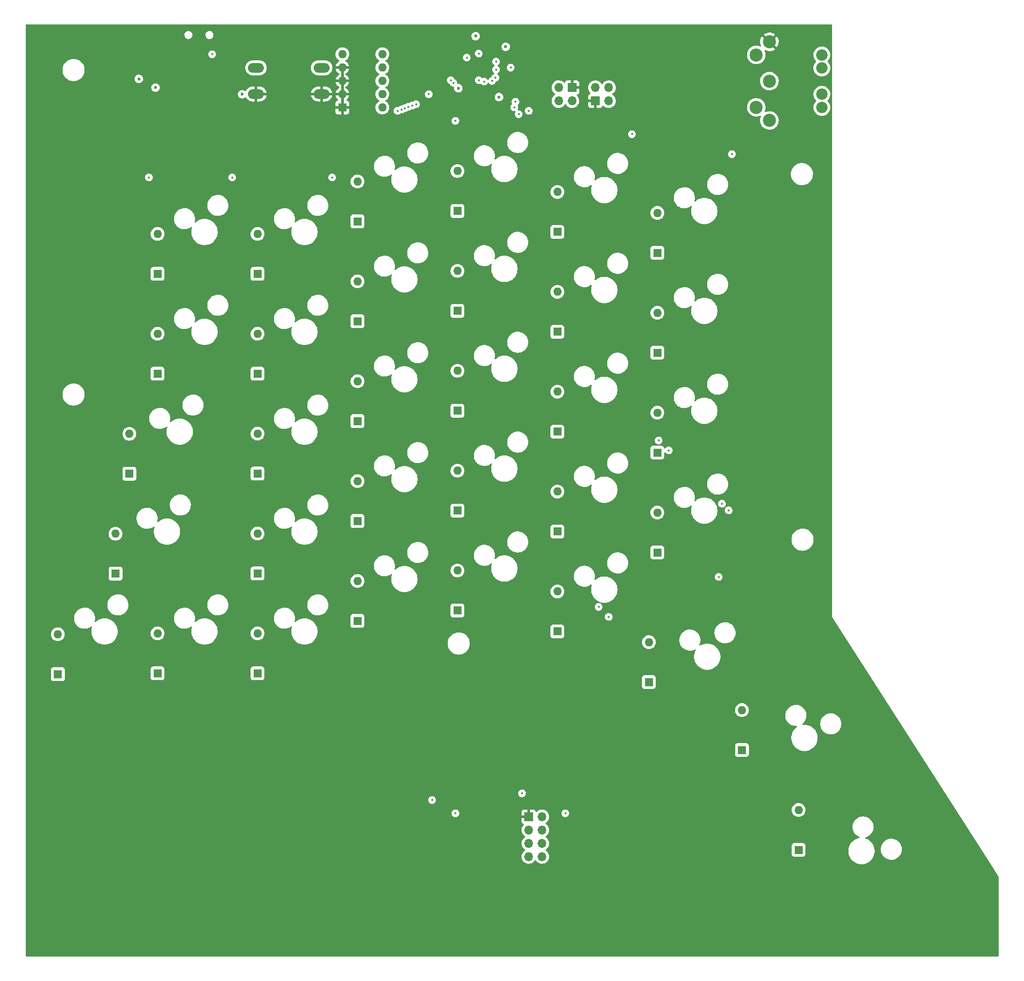
<source format=gbr>
%TF.GenerationSoftware,KiCad,Pcbnew,(6.0.0)*%
%TF.CreationDate,2022-01-01T09:35:30-08:00*%
%TF.ProjectId,thumbler_left,7468756d-626c-4657-925f-6c6566742e6b,rev?*%
%TF.SameCoordinates,Original*%
%TF.FileFunction,Copper,L3,Inr*%
%TF.FilePolarity,Positive*%
%FSLAX46Y46*%
G04 Gerber Fmt 4.6, Leading zero omitted, Abs format (unit mm)*
G04 Created by KiCad (PCBNEW (6.0.0)) date 2022-01-01 09:35:30*
%MOMM*%
%LPD*%
G01*
G04 APERTURE LIST*
%TA.AperFunction,ComponentPad*%
%ADD10R,1.600000X1.600000*%
%TD*%
%TA.AperFunction,ComponentPad*%
%ADD11O,1.600000X1.600000*%
%TD*%
%TA.AperFunction,ComponentPad*%
%ADD12C,2.500000*%
%TD*%
%TA.AperFunction,ComponentPad*%
%ADD13C,2.184400*%
%TD*%
%TA.AperFunction,ComponentPad*%
%ADD14R,1.700000X1.700000*%
%TD*%
%TA.AperFunction,ComponentPad*%
%ADD15O,1.700000X1.700000*%
%TD*%
%TA.AperFunction,ComponentPad*%
%ADD16O,3.048000X1.850000*%
%TD*%
%TA.AperFunction,ViaPad*%
%ADD17C,0.450000*%
%TD*%
%TA.AperFunction,ViaPad*%
%ADD18C,0.600000*%
%TD*%
G04 APERTURE END LIST*
D10*
%TO.N,L_ROW1*%
%TO.C,D6*%
X107711000Y-186032200D03*
D11*
%TO.N,Net-(D6-Pad2)*%
X107711000Y-178412200D03*
%TD*%
D10*
%TO.N,L_ROW5*%
%TO.C,D3*%
X88701000Y-262394000D03*
D11*
%TO.N,Net-(D3-Pad2)*%
X88701000Y-254774000D03*
%TD*%
D10*
%TO.N,L_ROW5*%
%TO.C,D29*%
X201345800Y-263906000D03*
D11*
%TO.N,Net-(D29-Pad2)*%
X201345800Y-256286000D03*
%TD*%
D10*
%TO.N,L_ROW4*%
%TO.C,D30*%
X219075000Y-276860000D03*
D11*
%TO.N,Net-(D30-Pad2)*%
X219075000Y-269240000D03*
%TD*%
D10*
%TO.N,L_ROW3*%
%TO.C,D31*%
X229870000Y-295910000D03*
D11*
%TO.N,Net-(D31-Pad2)*%
X229870000Y-288290000D03*
%TD*%
D12*
%TO.N,GND*%
%TO.C,J4*%
X224315000Y-141769500D03*
%TO.N,Net-(J4-Pad2)*%
X224315000Y-149269500D03*
%TO.N,L_RX*%
X224315000Y-156769500D03*
%TO.N,+5V*%
X221815000Y-144269500D03*
%TO.N,L_TX*%
X221815000Y-154269500D03*
D13*
%TO.N,N/C*%
X234315000Y-154269500D03*
X234315000Y-144269500D03*
X234315000Y-151769500D03*
X234315000Y-146769500D03*
%TD*%
D14*
%TO.N,GND*%
%TO.C,J3*%
X186695000Y-150490000D03*
D15*
%TO.N,L_SWCLK*%
X186695000Y-153030000D03*
%TO.N,L_SWDIO*%
X184155000Y-150490000D03*
%TO.N,+3V3*%
X184155000Y-153030000D03*
%TD*%
D14*
%TO.N,GND*%
%TO.C,J2*%
X191135000Y-153035000D03*
D15*
%TO.N,L_TX*%
X191135000Y-150495000D03*
%TO.N,L_RX*%
X193675000Y-153035000D03*
%TO.N,+3V3*%
X193675000Y-150495000D03*
%TD*%
D10*
%TO.N,L_ROW1*%
%TO.C,D9*%
X126761000Y-186032200D03*
D11*
%TO.N,Net-(D9-Pad2)*%
X126761000Y-178412200D03*
%TD*%
D10*
%TO.N,L_ROW1*%
%TO.C,D14*%
X145811000Y-176032200D03*
D11*
%TO.N,Net-(D14-Pad2)*%
X145811000Y-168412200D03*
%TD*%
D10*
%TO.N,L_ROW1*%
%TO.C,D19*%
X164861000Y-174032200D03*
D11*
%TO.N,Net-(D19-Pad2)*%
X164861000Y-166412200D03*
%TD*%
D10*
%TO.N,L_ROW1*%
%TO.C,D24*%
X183911000Y-178032200D03*
D11*
%TO.N,Net-(D24-Pad2)*%
X183911000Y-170412200D03*
%TD*%
D10*
%TO.N,L_ROW2*%
%TO.C,D32*%
X202961000Y-182032200D03*
D11*
%TO.N,Net-(D32-Pad2)*%
X202961000Y-174412200D03*
%TD*%
D10*
%TO.N,L_ROW2*%
%TO.C,D7*%
X107711000Y-205082200D03*
D11*
%TO.N,Net-(D7-Pad2)*%
X107711000Y-197462200D03*
%TD*%
D10*
%TO.N,L_ROW2*%
%TO.C,D10*%
X126761000Y-205082200D03*
D11*
%TO.N,Net-(D10-Pad2)*%
X126761000Y-197462200D03*
%TD*%
D10*
%TO.N,L_ROW2*%
%TO.C,D15*%
X145811000Y-195082200D03*
D11*
%TO.N,Net-(D15-Pad2)*%
X145811000Y-187462200D03*
%TD*%
D10*
%TO.N,L_ROW2*%
%TO.C,D20*%
X164861000Y-193082200D03*
D11*
%TO.N,Net-(D20-Pad2)*%
X164861000Y-185462200D03*
%TD*%
D10*
%TO.N,L_ROW2*%
%TO.C,D25*%
X183911000Y-197082200D03*
D11*
%TO.N,Net-(D25-Pad2)*%
X183911000Y-189462200D03*
%TD*%
D10*
%TO.N,L_ROW3*%
%TO.C,D33*%
X202961000Y-201082200D03*
D11*
%TO.N,Net-(D33-Pad2)*%
X202961000Y-193462200D03*
%TD*%
D10*
%TO.N,L_ROW3*%
%TO.C,D4*%
X102331600Y-224155000D03*
D11*
%TO.N,Net-(D4-Pad2)*%
X102331600Y-216535000D03*
%TD*%
D10*
%TO.N,L_ROW3*%
%TO.C,D11*%
X126761000Y-224132200D03*
D11*
%TO.N,Net-(D11-Pad2)*%
X126761000Y-216512200D03*
%TD*%
D10*
%TO.N,L_ROW3*%
%TO.C,D16*%
X145811000Y-214132200D03*
D11*
%TO.N,Net-(D16-Pad2)*%
X145811000Y-206512200D03*
%TD*%
D10*
%TO.N,L_ROW3*%
%TO.C,D21*%
X164861000Y-212132200D03*
D11*
%TO.N,Net-(D21-Pad2)*%
X164861000Y-204512200D03*
%TD*%
D10*
%TO.N,L_ROW3*%
%TO.C,D26*%
X183911000Y-216132200D03*
D11*
%TO.N,Net-(D26-Pad2)*%
X183911000Y-208512200D03*
%TD*%
D10*
%TO.N,L_ROW4*%
%TO.C,D34*%
X202961000Y-220132200D03*
D11*
%TO.N,Net-(D34-Pad2)*%
X202961000Y-212512200D03*
%TD*%
D10*
%TO.N,L_ROW4*%
%TO.C,D5*%
X99695000Y-243205000D03*
D11*
%TO.N,Net-(D5-Pad2)*%
X99695000Y-235585000D03*
%TD*%
D10*
%TO.N,L_ROW4*%
%TO.C,D12*%
X126761000Y-243182200D03*
D11*
%TO.N,Net-(D12-Pad2)*%
X126761000Y-235562200D03*
%TD*%
D10*
%TO.N,L_ROW4*%
%TO.C,D17*%
X145811000Y-233182200D03*
D11*
%TO.N,Net-(D17-Pad2)*%
X145811000Y-225562200D03*
%TD*%
D10*
%TO.N,L_ROW4*%
%TO.C,D22*%
X164861000Y-231182200D03*
D11*
%TO.N,Net-(D22-Pad2)*%
X164861000Y-223562200D03*
%TD*%
D10*
%TO.N,L_ROW4*%
%TO.C,D27*%
X183911000Y-235182200D03*
D11*
%TO.N,Net-(D27-Pad2)*%
X183911000Y-227562200D03*
%TD*%
D10*
%TO.N,L_ROW5*%
%TO.C,D35*%
X202961000Y-239182200D03*
D11*
%TO.N,Net-(D35-Pad2)*%
X202961000Y-231562200D03*
%TD*%
D10*
%TO.N,L_ROW5*%
%TO.C,D8*%
X107711000Y-262232200D03*
D11*
%TO.N,Net-(D8-Pad2)*%
X107711000Y-254612200D03*
%TD*%
D10*
%TO.N,L_ROW5*%
%TO.C,D13*%
X126761000Y-262232200D03*
D11*
%TO.N,Net-(D13-Pad2)*%
X126761000Y-254612200D03*
%TD*%
D10*
%TO.N,L_ROW5*%
%TO.C,D18*%
X145811000Y-252232200D03*
D11*
%TO.N,Net-(D18-Pad2)*%
X145811000Y-244612200D03*
%TD*%
D10*
%TO.N,L_ROW5*%
%TO.C,D23*%
X164861000Y-250232200D03*
D11*
%TO.N,Net-(D23-Pad2)*%
X164861000Y-242612200D03*
%TD*%
D10*
%TO.N,L_ROW5*%
%TO.C,D28*%
X183911000Y-254232200D03*
D11*
%TO.N,Net-(D28-Pad2)*%
X183911000Y-246612200D03*
%TD*%
D14*
%TO.N,GND*%
%TO.C,J9*%
X178435000Y-289560000D03*
D15*
%TO.N,ENC_BN*%
X180975000Y-289560000D03*
%TO.N,ENC_B*%
X178435000Y-292100000D03*
%TO.N,ENC_A*%
X180975000Y-292100000D03*
%TO.N,ENC_LF*%
X178435000Y-294640000D03*
%TO.N,ENC_UP*%
X180975000Y-294640000D03*
%TO.N,ENC_RT*%
X178435000Y-297180000D03*
%TO.N,ENC_DN*%
X180975000Y-297180000D03*
%TD*%
D16*
%TO.N,GND*%
%TO.C,SW1*%
X126475000Y-151725000D03*
X138975000Y-151725000D03*
%TO.N,~{RST}*%
X126475000Y-146725000D03*
X138975000Y-146725000D03*
%TD*%
D10*
%TO.N,GND*%
%TO.C,SW2*%
X142925750Y-154294250D03*
D11*
X142925750Y-151754250D03*
X142925750Y-149214250D03*
X142925750Y-146674250D03*
%TO.N,+3V3*%
X142925750Y-144134250D03*
%TO.N,L_BOOT0*%
X150545750Y-144134250D03*
%TO.N,L_OPT4*%
X150545750Y-146674250D03*
%TO.N,L_OPT3*%
X150545750Y-149214250D03*
%TO.N,L_OPT2*%
X150545750Y-151754250D03*
%TO.N,L_OPT1*%
X150545750Y-154294250D03*
%TD*%
D17*
%TO.N,L_ROW4*%
X191770000Y-249555000D03*
X193675000Y-251460000D03*
D18*
%TO.N,GND*%
X171450000Y-152400000D03*
X169545000Y-140335000D03*
X163830000Y-153416000D03*
X166624000Y-148336000D03*
X175260000Y-151765000D03*
X135890000Y-140970000D03*
X156845000Y-142157502D03*
X175260000Y-140970000D03*
X114300000Y-142875000D03*
X175259999Y-144779999D03*
X106934000Y-153416000D03*
X109728000Y-153416000D03*
X99060000Y-148336000D03*
X112522000Y-149352000D03*
%TO.N,+3V3*%
X104140000Y-148844000D03*
X107315000Y-150495000D03*
X168323436Y-140675575D03*
X174056100Y-142727600D03*
X172786077Y-152310500D03*
X165039100Y-150628100D03*
D17*
%TO.N,~{RST}*%
X168910002Y-144018000D03*
%TO.N,L_ROW3*%
X216535000Y-231140000D03*
X203200000Y-217805000D03*
X215265000Y-229870000D03*
X205105000Y-219710000D03*
D18*
%TO.N,+5V*%
X123825000Y-151765000D03*
D17*
%TO.N,L_TX*%
X175006000Y-146685000D03*
%TO.N,L_RX*%
X172212000Y-147066000D03*
%TO.N,L_SWCLK*%
X172085002Y-148590000D03*
%TO.N,L_SWDIO*%
X171450000Y-149225000D03*
%TO.N,L_COL7*%
X106045000Y-167640000D03*
%TO.N,L_BOOT0*%
X172212000Y-145542000D03*
%TO.N,L_USB_D+*%
X169926000Y-149352000D03*
X164084000Y-149606000D03*
%TO.N,L_USB_D-*%
X163576000Y-149098000D03*
X168910000Y-149098000D03*
%TO.N,L_COL6*%
X121920000Y-167640000D03*
%TO.N,L_COL5*%
X140970000Y-167640000D03*
%TO.N,L_COL4*%
X164465000Y-156845000D03*
%TO.N,L_COL3*%
X178435000Y-154940000D03*
X176530000Y-155575000D03*
%TO.N,L_COL2*%
X175702335Y-154264547D03*
X198120000Y-159385000D03*
%TO.N,L_COL8*%
X166624000Y-144780000D03*
X214630000Y-243840000D03*
%TO.N,L_COL1*%
X217170000Y-163195000D03*
X175897840Y-153208100D03*
%TO.N,Net-(F1-Pad1)*%
X118110000Y-144145000D03*
%TO.N,ENC_DN*%
X155448000Y-154178000D03*
%TO.N,ENC_RT*%
X156210000Y-153924000D03*
X160020000Y-286385000D03*
%TO.N,ENC_UP*%
X156972000Y-153670000D03*
X177165000Y-285115000D03*
%TO.N,ENC_LF*%
X154784117Y-154432000D03*
X164465000Y-288925000D03*
%TO.N,ENC_A*%
X154178000Y-154686000D03*
%TO.N,ENC_B*%
X153416000Y-154940000D03*
%TO.N,ENC_BN*%
X159385000Y-151765000D03*
X185420001Y-288925001D03*
%TD*%
%TA.AperFunction,Conductor*%
%TO.N,GND*%
G36*
X236162121Y-138450002D02*
G01*
X236208614Y-138503658D01*
X236220000Y-138556000D01*
X236220000Y-251460000D01*
X266382837Y-298514025D01*
X267950077Y-300958920D01*
X267970000Y-301026918D01*
X267970000Y-316104000D01*
X267949998Y-316172121D01*
X267896342Y-316218614D01*
X267844000Y-316230000D01*
X82676000Y-316230000D01*
X82607879Y-316209998D01*
X82561386Y-316156342D01*
X82550000Y-316104000D01*
X82550000Y-297146695D01*
X177072251Y-297146695D01*
X177072548Y-297151848D01*
X177072548Y-297151851D01*
X177078011Y-297246590D01*
X177085110Y-297369715D01*
X177086247Y-297374761D01*
X177086248Y-297374767D01*
X177093677Y-297407731D01*
X177134222Y-297587639D01*
X177187133Y-297717945D01*
X177208530Y-297770638D01*
X177218266Y-297794616D01*
X177269019Y-297877438D01*
X177332291Y-297980688D01*
X177334987Y-297985088D01*
X177481250Y-298153938D01*
X177653126Y-298296632D01*
X177846000Y-298409338D01*
X178054692Y-298489030D01*
X178059760Y-298490061D01*
X178059763Y-298490062D01*
X178167017Y-298511883D01*
X178273597Y-298533567D01*
X178278772Y-298533757D01*
X178278774Y-298533757D01*
X178491673Y-298541564D01*
X178491677Y-298541564D01*
X178496837Y-298541753D01*
X178501957Y-298541097D01*
X178501959Y-298541097D01*
X178713288Y-298514025D01*
X178713289Y-298514025D01*
X178718416Y-298513368D01*
X178723366Y-298511883D01*
X178927429Y-298450661D01*
X178927434Y-298450659D01*
X178932384Y-298449174D01*
X179132994Y-298350896D01*
X179314860Y-298221173D01*
X179473096Y-298063489D01*
X179532594Y-297980689D01*
X179603453Y-297882077D01*
X179604776Y-297883028D01*
X179651645Y-297839857D01*
X179721580Y-297827625D01*
X179787026Y-297855144D01*
X179814875Y-297886994D01*
X179874987Y-297985088D01*
X180021250Y-298153938D01*
X180193126Y-298296632D01*
X180386000Y-298409338D01*
X180594692Y-298489030D01*
X180599760Y-298490061D01*
X180599763Y-298490062D01*
X180707017Y-298511883D01*
X180813597Y-298533567D01*
X180818772Y-298533757D01*
X180818774Y-298533757D01*
X181031673Y-298541564D01*
X181031677Y-298541564D01*
X181036837Y-298541753D01*
X181041957Y-298541097D01*
X181041959Y-298541097D01*
X181253288Y-298514025D01*
X181253289Y-298514025D01*
X181258416Y-298513368D01*
X181263366Y-298511883D01*
X181467429Y-298450661D01*
X181467434Y-298450659D01*
X181472384Y-298449174D01*
X181672994Y-298350896D01*
X181854860Y-298221173D01*
X182013096Y-298063489D01*
X182072594Y-297980689D01*
X182140435Y-297886277D01*
X182143453Y-297882077D01*
X182164320Y-297839857D01*
X182240136Y-297686453D01*
X182240137Y-297686451D01*
X182242430Y-297681811D01*
X182274900Y-297574940D01*
X182305865Y-297473023D01*
X182305865Y-297473021D01*
X182307370Y-297468069D01*
X182336529Y-297246590D01*
X182336611Y-297243240D01*
X182338074Y-297183365D01*
X182338074Y-297183361D01*
X182338156Y-297180000D01*
X182319852Y-296957361D01*
X182269810Y-296758134D01*
X228561500Y-296758134D01*
X228568255Y-296820316D01*
X228619385Y-296956705D01*
X228706739Y-297073261D01*
X228823295Y-297160615D01*
X228959684Y-297211745D01*
X229021866Y-297218500D01*
X230718134Y-297218500D01*
X230780316Y-297211745D01*
X230916705Y-297160615D01*
X231033261Y-297073261D01*
X231120615Y-296956705D01*
X231171745Y-296820316D01*
X231178500Y-296758134D01*
X231178500Y-296274253D01*
X239368512Y-296274253D01*
X239407976Y-296586645D01*
X239486282Y-296891628D01*
X239602196Y-297184392D01*
X239604098Y-297187851D01*
X239604099Y-297187854D01*
X239724978Y-297407731D01*
X239753888Y-297460319D01*
X239823430Y-297556036D01*
X239918184Y-297686453D01*
X239938967Y-297715059D01*
X240154514Y-297944593D01*
X240397130Y-298145302D01*
X240400474Y-298147424D01*
X240630380Y-298293327D01*
X240662988Y-298314021D01*
X240666567Y-298315705D01*
X240666574Y-298315709D01*
X240944306Y-298446399D01*
X240944310Y-298446401D01*
X240947896Y-298448088D01*
X241247360Y-298545390D01*
X241556658Y-298604392D01*
X241650212Y-298610278D01*
X241790270Y-298619090D01*
X241790286Y-298619091D01*
X241792265Y-298619215D01*
X241949559Y-298619215D01*
X241951538Y-298619091D01*
X241951554Y-298619090D01*
X242091612Y-298610278D01*
X242185166Y-298604392D01*
X242494464Y-298545390D01*
X242793928Y-298448088D01*
X242797514Y-298446401D01*
X242797518Y-298446399D01*
X243075250Y-298315709D01*
X243075257Y-298315705D01*
X243078836Y-298314021D01*
X243111445Y-298293327D01*
X243341350Y-298147424D01*
X243344694Y-298145302D01*
X243587310Y-297944593D01*
X243802857Y-297715059D01*
X243823641Y-297686453D01*
X243918394Y-297556036D01*
X243987936Y-297460319D01*
X244016847Y-297407731D01*
X244137725Y-297187854D01*
X244137726Y-297187851D01*
X244139628Y-297184392D01*
X244255542Y-296891628D01*
X244333848Y-296586645D01*
X244373312Y-296274253D01*
X244373312Y-295959377D01*
X244341335Y-295706253D01*
X245528143Y-295706253D01*
X245528296Y-295710641D01*
X245528296Y-295710647D01*
X245537401Y-295971364D01*
X245537946Y-295986978D01*
X245538708Y-295991301D01*
X245538709Y-295991308D01*
X245562485Y-296126144D01*
X245586723Y-296263607D01*
X245673524Y-296530755D01*
X245675452Y-296534708D01*
X245675454Y-296534713D01*
X245702654Y-296590480D01*
X245796661Y-296783222D01*
X245799116Y-296786861D01*
X245799119Y-296786867D01*
X245867204Y-296887807D01*
X245953736Y-297016096D01*
X246141692Y-297224842D01*
X246356871Y-297405399D01*
X246595085Y-297554251D01*
X246851696Y-297668502D01*
X247121711Y-297745927D01*
X247126061Y-297746538D01*
X247126064Y-297746539D01*
X247229011Y-297761007D01*
X247399873Y-297785020D01*
X247610467Y-297785020D01*
X247612653Y-297784867D01*
X247612657Y-297784867D01*
X247816148Y-297770638D01*
X247816153Y-297770637D01*
X247820533Y-297770331D01*
X248095291Y-297711929D01*
X248099420Y-297710426D01*
X248099424Y-297710425D01*
X248355102Y-297617366D01*
X248355106Y-297617364D01*
X248359247Y-297615857D01*
X248607263Y-297483984D01*
X248622350Y-297473023D01*
X248830950Y-297321467D01*
X248830953Y-297321464D01*
X248834513Y-297318878D01*
X248909370Y-297246590D01*
X248935268Y-297221580D01*
X249036573Y-297123751D01*
X249209509Y-296902402D01*
X249211705Y-296898598D01*
X249211710Y-296898591D01*
X249347756Y-296662951D01*
X249349957Y-296659139D01*
X249455183Y-296398696D01*
X249467754Y-296348277D01*
X249522074Y-296130413D01*
X249522075Y-296130408D01*
X249523138Y-296126144D01*
X249540250Y-295963336D01*
X249552040Y-295851156D01*
X249552040Y-295851153D01*
X249552499Y-295846787D01*
X249552346Y-295842393D01*
X249542850Y-295570459D01*
X249542849Y-295570453D01*
X249542696Y-295566062D01*
X249535833Y-295527137D01*
X249510951Y-295386026D01*
X249493919Y-295289433D01*
X249407118Y-295022285D01*
X249399927Y-295007540D01*
X249287378Y-294776783D01*
X249283981Y-294769818D01*
X249281526Y-294766179D01*
X249281523Y-294766173D01*
X249176877Y-294611029D01*
X249126906Y-294536944D01*
X248938950Y-294328198D01*
X248723771Y-294147641D01*
X248485557Y-293998789D01*
X248228946Y-293884538D01*
X247958931Y-293807113D01*
X247954581Y-293806502D01*
X247954578Y-293806501D01*
X247851631Y-293792033D01*
X247680769Y-293768020D01*
X247470175Y-293768020D01*
X247467989Y-293768173D01*
X247467985Y-293768173D01*
X247264494Y-293782402D01*
X247264489Y-293782403D01*
X247260109Y-293782709D01*
X246985351Y-293841111D01*
X246981222Y-293842614D01*
X246981218Y-293842615D01*
X246725540Y-293935674D01*
X246725536Y-293935676D01*
X246721395Y-293937183D01*
X246473379Y-294069056D01*
X246469820Y-294071642D01*
X246469818Y-294071643D01*
X246341860Y-294164610D01*
X246246129Y-294234162D01*
X246044069Y-294429289D01*
X245871133Y-294650638D01*
X245868937Y-294654442D01*
X245868932Y-294654449D01*
X245767743Y-294829715D01*
X245730685Y-294893901D01*
X245625459Y-295154344D01*
X245624394Y-295158617D01*
X245624393Y-295158619D01*
X245577605Y-295346277D01*
X245557504Y-295426896D01*
X245557045Y-295431264D01*
X245557044Y-295431269D01*
X245531162Y-295677529D01*
X245528143Y-295706253D01*
X244341335Y-295706253D01*
X244333848Y-295646985D01*
X244255542Y-295342002D01*
X244139628Y-295049238D01*
X244135977Y-295042596D01*
X243989845Y-294776783D01*
X243989843Y-294776780D01*
X243987936Y-294773311D01*
X243816206Y-294536944D01*
X243805185Y-294521775D01*
X243805184Y-294521773D01*
X243802857Y-294518571D01*
X243587310Y-294289037D01*
X243344694Y-294088328D01*
X243078836Y-293919609D01*
X243075257Y-293917925D01*
X243075250Y-293917921D01*
X242797518Y-293787231D01*
X242797514Y-293787229D01*
X242793928Y-293785542D01*
X242783452Y-293782138D01*
X242648635Y-293738333D01*
X242590029Y-293698259D01*
X242562392Y-293632863D01*
X242574499Y-293562906D01*
X242622505Y-293510600D01*
X242661373Y-293495253D01*
X242720587Y-293482667D01*
X242724716Y-293481164D01*
X242724720Y-293481163D01*
X242980398Y-293388104D01*
X242980402Y-293388102D01*
X242984543Y-293386595D01*
X243232559Y-293254722D01*
X243236120Y-293252135D01*
X243456246Y-293092205D01*
X243456249Y-293092202D01*
X243459809Y-293089616D01*
X243661869Y-292894489D01*
X243834805Y-292673140D01*
X243837001Y-292669336D01*
X243837006Y-292669329D01*
X243973052Y-292433689D01*
X243975253Y-292429877D01*
X244080479Y-292169434D01*
X244114161Y-292034345D01*
X244147370Y-291901151D01*
X244147371Y-291901146D01*
X244148434Y-291896882D01*
X244149944Y-291882522D01*
X244177336Y-291621894D01*
X244177336Y-291621891D01*
X244177795Y-291617525D01*
X244177642Y-291613131D01*
X244168146Y-291341197D01*
X244168145Y-291341191D01*
X244167992Y-291336800D01*
X244144225Y-291202007D01*
X244119977Y-291064494D01*
X244119215Y-291060171D01*
X244032414Y-290793023D01*
X244027072Y-290782069D01*
X243967937Y-290660827D01*
X243909277Y-290540556D01*
X243906822Y-290536917D01*
X243906819Y-290536911D01*
X243826552Y-290417911D01*
X243752202Y-290307682D01*
X243564246Y-290098936D01*
X243349067Y-289918379D01*
X243110853Y-289769527D01*
X242927741Y-289688000D01*
X242858256Y-289657063D01*
X242858254Y-289657062D01*
X242854242Y-289655276D01*
X242671999Y-289603019D01*
X242588454Y-289579063D01*
X242588453Y-289579063D01*
X242584227Y-289577851D01*
X242579877Y-289577240D01*
X242579874Y-289577239D01*
X242457210Y-289560000D01*
X242306065Y-289538758D01*
X242095471Y-289538758D01*
X242093285Y-289538911D01*
X242093281Y-289538911D01*
X241889790Y-289553140D01*
X241889785Y-289553141D01*
X241885405Y-289553447D01*
X241610647Y-289611849D01*
X241606518Y-289613352D01*
X241606514Y-289613353D01*
X241350836Y-289706412D01*
X241350832Y-289706414D01*
X241346691Y-289707921D01*
X241098675Y-289839794D01*
X241095116Y-289842380D01*
X241095114Y-289842381D01*
X240922711Y-289967639D01*
X240871425Y-290004900D01*
X240669365Y-290200027D01*
X240496429Y-290421376D01*
X240494233Y-290425180D01*
X240494228Y-290425187D01*
X240394727Y-290597529D01*
X240355981Y-290664639D01*
X240250755Y-290925082D01*
X240249690Y-290929355D01*
X240249689Y-290929357D01*
X240215996Y-291064494D01*
X240182800Y-291197634D01*
X240182341Y-291202002D01*
X240182340Y-291202007D01*
X240158727Y-291426680D01*
X240153439Y-291476991D01*
X240153592Y-291481379D01*
X240153592Y-291481385D01*
X240158758Y-291629305D01*
X240163242Y-291757716D01*
X240164004Y-291762039D01*
X240164005Y-291762046D01*
X240187781Y-291896882D01*
X240212019Y-292034345D01*
X240298820Y-292301493D01*
X240421957Y-292553960D01*
X240424412Y-292557599D01*
X240424415Y-292557605D01*
X240457364Y-292606453D01*
X240579032Y-292786834D01*
X240581977Y-292790105D01*
X240581978Y-292790106D01*
X240597184Y-292806994D01*
X240766988Y-292995580D01*
X240982167Y-293176137D01*
X241220381Y-293324989D01*
X241432327Y-293419354D01*
X241486422Y-293465333D01*
X241507071Y-293533261D01*
X241487719Y-293601569D01*
X241434508Y-293648570D01*
X241404687Y-293658228D01*
X241332236Y-293672049D01*
X241247360Y-293688240D01*
X241243583Y-293689467D01*
X241243584Y-293689467D01*
X240969874Y-293778401D01*
X240947896Y-293785542D01*
X240944310Y-293787229D01*
X240944306Y-293787231D01*
X240666574Y-293917921D01*
X240666567Y-293917925D01*
X240662988Y-293919609D01*
X240397130Y-294088328D01*
X240154514Y-294289037D01*
X239938967Y-294518571D01*
X239936640Y-294521773D01*
X239936639Y-294521775D01*
X239925618Y-294536944D01*
X239753888Y-294773311D01*
X239751981Y-294776780D01*
X239751979Y-294776783D01*
X239605847Y-295042596D01*
X239602196Y-295049238D01*
X239486282Y-295342002D01*
X239407976Y-295646985D01*
X239368512Y-295959377D01*
X239368512Y-296274253D01*
X231178500Y-296274253D01*
X231178500Y-295061866D01*
X231171745Y-294999684D01*
X231120615Y-294863295D01*
X231033261Y-294746739D01*
X230916705Y-294659385D01*
X230780316Y-294608255D01*
X230718134Y-294601500D01*
X229021866Y-294601500D01*
X228959684Y-294608255D01*
X228823295Y-294659385D01*
X228706739Y-294746739D01*
X228619385Y-294863295D01*
X228568255Y-294999684D01*
X228561500Y-295061866D01*
X228561500Y-296758134D01*
X182269810Y-296758134D01*
X182265431Y-296740702D01*
X182176354Y-296535840D01*
X182055014Y-296348277D01*
X181904670Y-296183051D01*
X181900619Y-296179852D01*
X181900615Y-296179848D01*
X181733414Y-296047800D01*
X181733410Y-296047798D01*
X181729359Y-296044598D01*
X181688053Y-296021796D01*
X181638084Y-295971364D01*
X181623312Y-295901921D01*
X181648428Y-295835516D01*
X181675780Y-295808909D01*
X181719603Y-295777650D01*
X181854860Y-295681173D01*
X182013096Y-295523489D01*
X182072594Y-295440689D01*
X182140435Y-295346277D01*
X182143453Y-295342077D01*
X182164320Y-295299857D01*
X182240136Y-295146453D01*
X182240137Y-295146451D01*
X182242430Y-295141811D01*
X182307370Y-294928069D01*
X182336529Y-294706590D01*
X182337551Y-294664771D01*
X182338074Y-294643365D01*
X182338074Y-294643361D01*
X182338156Y-294640000D01*
X182319852Y-294417361D01*
X182265431Y-294200702D01*
X182176354Y-293995840D01*
X182105506Y-293886325D01*
X182057822Y-293812617D01*
X182057820Y-293812614D01*
X182055014Y-293808277D01*
X181904670Y-293643051D01*
X181900619Y-293639852D01*
X181900615Y-293639848D01*
X181733414Y-293507800D01*
X181733410Y-293507798D01*
X181729359Y-293504598D01*
X181688053Y-293481796D01*
X181638084Y-293431364D01*
X181623312Y-293361921D01*
X181648428Y-293295516D01*
X181675780Y-293268909D01*
X181719603Y-293237650D01*
X181854860Y-293141173D01*
X181904000Y-293092205D01*
X181998131Y-292998402D01*
X182013096Y-292983489D01*
X182072594Y-292900689D01*
X182140435Y-292806277D01*
X182143453Y-292802077D01*
X182149370Y-292790106D01*
X182240136Y-292606453D01*
X182240137Y-292606451D01*
X182242430Y-292601811D01*
X182307370Y-292388069D01*
X182336529Y-292166590D01*
X182338156Y-292100000D01*
X182319852Y-291877361D01*
X182265431Y-291660702D01*
X182176354Y-291455840D01*
X182055014Y-291268277D01*
X181904670Y-291103051D01*
X181900619Y-291099852D01*
X181900615Y-291099848D01*
X181733414Y-290967800D01*
X181733410Y-290967798D01*
X181729359Y-290964598D01*
X181688053Y-290941796D01*
X181638084Y-290891364D01*
X181623312Y-290821921D01*
X181648428Y-290755516D01*
X181675780Y-290728909D01*
X181719603Y-290697650D01*
X181854860Y-290601173D01*
X182013096Y-290443489D01*
X182143453Y-290262077D01*
X182172407Y-290203494D01*
X182240136Y-290066453D01*
X182240137Y-290066451D01*
X182242430Y-290061811D01*
X182307370Y-289848069D01*
X182336529Y-289626590D01*
X182336611Y-289623240D01*
X182338074Y-289563365D01*
X182338074Y-289563361D01*
X182338156Y-289560000D01*
X182319852Y-289337361D01*
X182265431Y-289120702D01*
X182176354Y-288915840D01*
X182175613Y-288914695D01*
X184681932Y-288914695D01*
X184697990Y-289078469D01*
X184749933Y-289234616D01*
X184762771Y-289255814D01*
X184831532Y-289369350D01*
X184835180Y-289375374D01*
X184840071Y-289380439D01*
X184840072Y-289380440D01*
X184887786Y-289429849D01*
X184949492Y-289493748D01*
X185087190Y-289583855D01*
X185241429Y-289641216D01*
X185248410Y-289642147D01*
X185248412Y-289642148D01*
X185397562Y-289662049D01*
X185397566Y-289662049D01*
X185404543Y-289662980D01*
X185411554Y-289662342D01*
X185411558Y-289662342D01*
X185561404Y-289648705D01*
X185561405Y-289648705D01*
X185568425Y-289648066D01*
X185675260Y-289613353D01*
X185718231Y-289599391D01*
X185718234Y-289599390D01*
X185724930Y-289597214D01*
X185866280Y-289512952D01*
X185985450Y-289399469D01*
X185989351Y-289393598D01*
X186072615Y-289268276D01*
X186072616Y-289268274D01*
X186076516Y-289262404D01*
X186134952Y-289108569D01*
X186157854Y-288945611D01*
X186158142Y-288925001D01*
X186139799Y-288761467D01*
X186137482Y-288754812D01*
X186103572Y-288657438D01*
X186085681Y-288606061D01*
X186071049Y-288582644D01*
X186002210Y-288472480D01*
X186002209Y-288472479D01*
X185998477Y-288466506D01*
X185936523Y-288404118D01*
X185887487Y-288354738D01*
X185887483Y-288354735D01*
X185882523Y-288349740D01*
X185788389Y-288290000D01*
X228556502Y-288290000D01*
X228576457Y-288518087D01*
X228577881Y-288523400D01*
X228577881Y-288523402D01*
X228633941Y-288732617D01*
X228635716Y-288739243D01*
X228638039Y-288744224D01*
X228638039Y-288744225D01*
X228730151Y-288941762D01*
X228730154Y-288941767D01*
X228732477Y-288946749D01*
X228735634Y-288951257D01*
X228854281Y-289120702D01*
X228863802Y-289134300D01*
X229025700Y-289296198D01*
X229030208Y-289299355D01*
X229030211Y-289299357D01*
X229077319Y-289332342D01*
X229213251Y-289427523D01*
X229218233Y-289429846D01*
X229218238Y-289429849D01*
X229396453Y-289512951D01*
X229420757Y-289524284D01*
X229426065Y-289525706D01*
X229426067Y-289525707D01*
X229636598Y-289582119D01*
X229636600Y-289582119D01*
X229641913Y-289583543D01*
X229870000Y-289603498D01*
X230098087Y-289583543D01*
X230103400Y-289582119D01*
X230103402Y-289582119D01*
X230313933Y-289525707D01*
X230313935Y-289525706D01*
X230319243Y-289524284D01*
X230343547Y-289512951D01*
X230521762Y-289429849D01*
X230521767Y-289429846D01*
X230526749Y-289427523D01*
X230662681Y-289332342D01*
X230709789Y-289299357D01*
X230709792Y-289299355D01*
X230714300Y-289296198D01*
X230876198Y-289134300D01*
X230885720Y-289120702D01*
X231004366Y-288951257D01*
X231007523Y-288946749D01*
X231009846Y-288941767D01*
X231009849Y-288941762D01*
X231101961Y-288744225D01*
X231101961Y-288744224D01*
X231104284Y-288739243D01*
X231106060Y-288732617D01*
X231162119Y-288523402D01*
X231162119Y-288523400D01*
X231163543Y-288518087D01*
X231183498Y-288290000D01*
X231163543Y-288061913D01*
X231104284Y-287840757D01*
X231101961Y-287835775D01*
X231009849Y-287638238D01*
X231009846Y-287638233D01*
X231007523Y-287633251D01*
X230876198Y-287445700D01*
X230714300Y-287283802D01*
X230709792Y-287280645D01*
X230709789Y-287280643D01*
X230631611Y-287225902D01*
X230526749Y-287152477D01*
X230521767Y-287150154D01*
X230521762Y-287150151D01*
X230324225Y-287058039D01*
X230324224Y-287058039D01*
X230319243Y-287055716D01*
X230313935Y-287054294D01*
X230313933Y-287054293D01*
X230103402Y-286997881D01*
X230103400Y-286997881D01*
X230098087Y-286996457D01*
X229870000Y-286976502D01*
X229641913Y-286996457D01*
X229636600Y-286997881D01*
X229636598Y-286997881D01*
X229426067Y-287054293D01*
X229426065Y-287054294D01*
X229420757Y-287055716D01*
X229415776Y-287058039D01*
X229415775Y-287058039D01*
X229218238Y-287150151D01*
X229218233Y-287150154D01*
X229213251Y-287152477D01*
X229108389Y-287225902D01*
X229030211Y-287280643D01*
X229030208Y-287280645D01*
X229025700Y-287283802D01*
X228863802Y-287445700D01*
X228732477Y-287633251D01*
X228730154Y-287638233D01*
X228730151Y-287638238D01*
X228638039Y-287835775D01*
X228635716Y-287840757D01*
X228576457Y-288061913D01*
X228556502Y-288290000D01*
X185788389Y-288290000D01*
X185743581Y-288261564D01*
X185627182Y-288220116D01*
X185595190Y-288208724D01*
X185595188Y-288208723D01*
X185588556Y-288206362D01*
X185581570Y-288205529D01*
X185581566Y-288205528D01*
X185467072Y-288191876D01*
X185425154Y-288186878D01*
X185418151Y-288187614D01*
X185418150Y-288187614D01*
X185374936Y-288192156D01*
X185261496Y-288204079D01*
X185254828Y-288206349D01*
X185112383Y-288254841D01*
X185112380Y-288254842D01*
X185105716Y-288257111D01*
X184965556Y-288343338D01*
X184847983Y-288458474D01*
X184758839Y-288596798D01*
X184756428Y-288603421D01*
X184756427Y-288603424D01*
X184704967Y-288744810D01*
X184704966Y-288744815D01*
X184702557Y-288751433D01*
X184681932Y-288914695D01*
X182175613Y-288914695D01*
X182136906Y-288854862D01*
X182057822Y-288732617D01*
X182057820Y-288732614D01*
X182055014Y-288728277D01*
X181904670Y-288563051D01*
X181900619Y-288559852D01*
X181900615Y-288559848D01*
X181733414Y-288427800D01*
X181733410Y-288427798D01*
X181729359Y-288424598D01*
X181533789Y-288316638D01*
X181528920Y-288314914D01*
X181528916Y-288314912D01*
X181328087Y-288243795D01*
X181328083Y-288243794D01*
X181323212Y-288242069D01*
X181318119Y-288241162D01*
X181318116Y-288241161D01*
X181108373Y-288203800D01*
X181108367Y-288203799D01*
X181103284Y-288202894D01*
X181029452Y-288201992D01*
X180885081Y-288200228D01*
X180885079Y-288200228D01*
X180879911Y-288200165D01*
X180659091Y-288233955D01*
X180446756Y-288303357D01*
X180248607Y-288406507D01*
X180244474Y-288409610D01*
X180244471Y-288409612D01*
X180099996Y-288518087D01*
X180069965Y-288540635D01*
X180066393Y-288544373D01*
X179988898Y-288625466D01*
X179927374Y-288660895D01*
X179856462Y-288657438D01*
X179798676Y-288616192D01*
X179779823Y-288582644D01*
X179738324Y-288471946D01*
X179729786Y-288456351D01*
X179653285Y-288354276D01*
X179640724Y-288341715D01*
X179538649Y-288265214D01*
X179523054Y-288256676D01*
X179402606Y-288211522D01*
X179387351Y-288207895D01*
X179336486Y-288202369D01*
X179329672Y-288202000D01*
X178707115Y-288202000D01*
X178691876Y-288206475D01*
X178690671Y-288207865D01*
X178689000Y-288215548D01*
X178689000Y-289688000D01*
X178668998Y-289756121D01*
X178615342Y-289802614D01*
X178563000Y-289814000D01*
X177095116Y-289814000D01*
X177079877Y-289818475D01*
X177078672Y-289819865D01*
X177077001Y-289827548D01*
X177077001Y-290454669D01*
X177077371Y-290461490D01*
X177082895Y-290512352D01*
X177086521Y-290527604D01*
X177131676Y-290648054D01*
X177140214Y-290663649D01*
X177216715Y-290765724D01*
X177229276Y-290778285D01*
X177331351Y-290854786D01*
X177346946Y-290863324D01*
X177455827Y-290904142D01*
X177512591Y-290946784D01*
X177537291Y-291013345D01*
X177522083Y-291082694D01*
X177502691Y-291109175D01*
X177418158Y-291197634D01*
X177375629Y-291242138D01*
X177249743Y-291426680D01*
X177234003Y-291460590D01*
X177163196Y-291613131D01*
X177155688Y-291629305D01*
X177095989Y-291844570D01*
X177072251Y-292066695D01*
X177072548Y-292071848D01*
X177072548Y-292071851D01*
X177077928Y-292165159D01*
X177085110Y-292289715D01*
X177086247Y-292294761D01*
X177086248Y-292294767D01*
X177086820Y-292297304D01*
X177134222Y-292507639D01*
X177218266Y-292714616D01*
X177260284Y-292783183D01*
X177332291Y-292900688D01*
X177334987Y-292905088D01*
X177481250Y-293073938D01*
X177653126Y-293216632D01*
X177721845Y-293256788D01*
X177726445Y-293259476D01*
X177775169Y-293311114D01*
X177788240Y-293380897D01*
X177761509Y-293446669D01*
X177721055Y-293480027D01*
X177715984Y-293482667D01*
X177708607Y-293486507D01*
X177704474Y-293489610D01*
X177704471Y-293489612D01*
X177538249Y-293614415D01*
X177529965Y-293620635D01*
X177375629Y-293782138D01*
X177249743Y-293966680D01*
X177203181Y-294066990D01*
X177166827Y-294145309D01*
X177155688Y-294169305D01*
X177095989Y-294384570D01*
X177072251Y-294606695D01*
X177072548Y-294611848D01*
X177072548Y-294611851D01*
X177078011Y-294706590D01*
X177085110Y-294829715D01*
X177086247Y-294834761D01*
X177086248Y-294834767D01*
X177106119Y-294922939D01*
X177134222Y-295047639D01*
X177218266Y-295254616D01*
X177269019Y-295337438D01*
X177332291Y-295440688D01*
X177334987Y-295445088D01*
X177481250Y-295613938D01*
X177653126Y-295756632D01*
X177723595Y-295797811D01*
X177726445Y-295799476D01*
X177775169Y-295851114D01*
X177788240Y-295920897D01*
X177761509Y-295986669D01*
X177721055Y-296020027D01*
X177708607Y-296026507D01*
X177704474Y-296029610D01*
X177704471Y-296029612D01*
X177534100Y-296157530D01*
X177529965Y-296160635D01*
X177375629Y-296322138D01*
X177249743Y-296506680D01*
X177155688Y-296709305D01*
X177095989Y-296924570D01*
X177072251Y-297146695D01*
X82550000Y-297146695D01*
X82550000Y-288914694D01*
X163726931Y-288914694D01*
X163742989Y-289078468D01*
X163794932Y-289234615D01*
X163798581Y-289240640D01*
X163860284Y-289342522D01*
X163880179Y-289375373D01*
X163885070Y-289380438D01*
X163885071Y-289380439D01*
X163903447Y-289399468D01*
X163994491Y-289493747D01*
X164132189Y-289583854D01*
X164286428Y-289641215D01*
X164293409Y-289642146D01*
X164293411Y-289642147D01*
X164442561Y-289662048D01*
X164442565Y-289662048D01*
X164449542Y-289662979D01*
X164456553Y-289662341D01*
X164456557Y-289662341D01*
X164606403Y-289648704D01*
X164606404Y-289648704D01*
X164613424Y-289648065D01*
X164720256Y-289613353D01*
X164763230Y-289599390D01*
X164763233Y-289599389D01*
X164769929Y-289597213D01*
X164911279Y-289512951D01*
X165030449Y-289399468D01*
X165034350Y-289393597D01*
X165104585Y-289287885D01*
X177077000Y-289287885D01*
X177081475Y-289303124D01*
X177082865Y-289304329D01*
X177090548Y-289306000D01*
X178162885Y-289306000D01*
X178178124Y-289301525D01*
X178179329Y-289300135D01*
X178181000Y-289292452D01*
X178181000Y-288220116D01*
X178176525Y-288204877D01*
X178175135Y-288203672D01*
X178167452Y-288202001D01*
X177540331Y-288202001D01*
X177533510Y-288202371D01*
X177482648Y-288207895D01*
X177467396Y-288211521D01*
X177346946Y-288256676D01*
X177331351Y-288265214D01*
X177229276Y-288341715D01*
X177216715Y-288354276D01*
X177140214Y-288456351D01*
X177131676Y-288471946D01*
X177086522Y-288592394D01*
X177082895Y-288607649D01*
X177077369Y-288658514D01*
X177077000Y-288665328D01*
X177077000Y-289287885D01*
X165104585Y-289287885D01*
X165117614Y-289268275D01*
X165117615Y-289268273D01*
X165121515Y-289262403D01*
X165179951Y-289108568D01*
X165188507Y-289047689D01*
X165202302Y-288949534D01*
X165202303Y-288949527D01*
X165202853Y-288945610D01*
X165203141Y-288925000D01*
X165184798Y-288761466D01*
X165178998Y-288744809D01*
X165151319Y-288665328D01*
X165130680Y-288606060D01*
X165124893Y-288596798D01*
X165047209Y-288472479D01*
X165043476Y-288466505D01*
X164981523Y-288404118D01*
X164932486Y-288354737D01*
X164932482Y-288354734D01*
X164927522Y-288349739D01*
X164788580Y-288261563D01*
X164708852Y-288233173D01*
X164640189Y-288208723D01*
X164640187Y-288208722D01*
X164633555Y-288206361D01*
X164626569Y-288205528D01*
X164626565Y-288205527D01*
X164512071Y-288191875D01*
X164470153Y-288186877D01*
X164463150Y-288187613D01*
X164463149Y-288187613D01*
X164419935Y-288192155D01*
X164306495Y-288204078D01*
X164299827Y-288206348D01*
X164157382Y-288254840D01*
X164157379Y-288254841D01*
X164150715Y-288257110D01*
X164010555Y-288343337D01*
X163892982Y-288458473D01*
X163803838Y-288596797D01*
X163801427Y-288603420D01*
X163801426Y-288603423D01*
X163749966Y-288744809D01*
X163749966Y-288744810D01*
X163747556Y-288751432D01*
X163726931Y-288914694D01*
X82550000Y-288914694D01*
X82550000Y-286374694D01*
X159281931Y-286374694D01*
X159297989Y-286538468D01*
X159349932Y-286694615D01*
X159435179Y-286835373D01*
X159549491Y-286953747D01*
X159687189Y-287043854D01*
X159841428Y-287101215D01*
X159848409Y-287102146D01*
X159848411Y-287102147D01*
X159997561Y-287122048D01*
X159997565Y-287122048D01*
X160004542Y-287122979D01*
X160011553Y-287122341D01*
X160011557Y-287122341D01*
X160161403Y-287108704D01*
X160161404Y-287108704D01*
X160168424Y-287108065D01*
X160197062Y-287098760D01*
X160318230Y-287059390D01*
X160318233Y-287059389D01*
X160324929Y-287057213D01*
X160466279Y-286972951D01*
X160585449Y-286859468D01*
X160601458Y-286835373D01*
X160672614Y-286728275D01*
X160672615Y-286728273D01*
X160676515Y-286722403D01*
X160734951Y-286568568D01*
X160757853Y-286405610D01*
X160758141Y-286385000D01*
X160739798Y-286221466D01*
X160733998Y-286204809D01*
X160687998Y-286072717D01*
X160685680Y-286066060D01*
X160598476Y-285926505D01*
X160540499Y-285868122D01*
X160487486Y-285814737D01*
X160487482Y-285814734D01*
X160482522Y-285809739D01*
X160343580Y-285721563D01*
X160248215Y-285687605D01*
X160195189Y-285668723D01*
X160195187Y-285668722D01*
X160188555Y-285666361D01*
X160181569Y-285665528D01*
X160181565Y-285665527D01*
X160067071Y-285651875D01*
X160025153Y-285646877D01*
X160018150Y-285647613D01*
X160018149Y-285647613D01*
X159974935Y-285652155D01*
X159861495Y-285664078D01*
X159854827Y-285666348D01*
X159712382Y-285714840D01*
X159712379Y-285714841D01*
X159705715Y-285717110D01*
X159619753Y-285769994D01*
X159588226Y-285789390D01*
X159565555Y-285803337D01*
X159447982Y-285918473D01*
X159358838Y-286056797D01*
X159356427Y-286063420D01*
X159356426Y-286063423D01*
X159304966Y-286204809D01*
X159304965Y-286204814D01*
X159302556Y-286211432D01*
X159281931Y-286374694D01*
X82550000Y-286374694D01*
X82550000Y-285104694D01*
X176426931Y-285104694D01*
X176442989Y-285268468D01*
X176494932Y-285424615D01*
X176580179Y-285565373D01*
X176694491Y-285683747D01*
X176832189Y-285773854D01*
X176986428Y-285831215D01*
X176993409Y-285832146D01*
X176993411Y-285832147D01*
X177142561Y-285852048D01*
X177142565Y-285852048D01*
X177149542Y-285852979D01*
X177156553Y-285852341D01*
X177156557Y-285852341D01*
X177306403Y-285838704D01*
X177306404Y-285838704D01*
X177313424Y-285838065D01*
X177400602Y-285809739D01*
X177463230Y-285789390D01*
X177463233Y-285789389D01*
X177469929Y-285787213D01*
X177611279Y-285702951D01*
X177730449Y-285589468D01*
X177746458Y-285565373D01*
X177817614Y-285458275D01*
X177817615Y-285458273D01*
X177821515Y-285452403D01*
X177879951Y-285298568D01*
X177902853Y-285135610D01*
X177903141Y-285115000D01*
X177884798Y-284951466D01*
X177878998Y-284934809D01*
X177832998Y-284802717D01*
X177830680Y-284796060D01*
X177743476Y-284656505D01*
X177685499Y-284598122D01*
X177632486Y-284544737D01*
X177632482Y-284544734D01*
X177627522Y-284539739D01*
X177488580Y-284451563D01*
X177439447Y-284434068D01*
X177340189Y-284398723D01*
X177340187Y-284398722D01*
X177333555Y-284396361D01*
X177326569Y-284395528D01*
X177326565Y-284395527D01*
X177212071Y-284381875D01*
X177170153Y-284376877D01*
X177163150Y-284377613D01*
X177163149Y-284377613D01*
X177119935Y-284382155D01*
X177006495Y-284394078D01*
X176999827Y-284396348D01*
X176857382Y-284444840D01*
X176857379Y-284444841D01*
X176850715Y-284447110D01*
X176710555Y-284533337D01*
X176592982Y-284648473D01*
X176503838Y-284786797D01*
X176501427Y-284793420D01*
X176501426Y-284793423D01*
X176449966Y-284934809D01*
X176449965Y-284934814D01*
X176447556Y-284941432D01*
X176426931Y-285104694D01*
X82550000Y-285104694D01*
X82550000Y-277708134D01*
X217766500Y-277708134D01*
X217773255Y-277770316D01*
X217824385Y-277906705D01*
X217911739Y-278023261D01*
X218028295Y-278110615D01*
X218164684Y-278161745D01*
X218226866Y-278168500D01*
X219923134Y-278168500D01*
X219985316Y-278161745D01*
X220121705Y-278110615D01*
X220238261Y-278023261D01*
X220325615Y-277906705D01*
X220376745Y-277770316D01*
X220383500Y-277708134D01*
X220383500Y-276011866D01*
X220376745Y-275949684D01*
X220325615Y-275813295D01*
X220238261Y-275696739D01*
X220121705Y-275609385D01*
X219985316Y-275558255D01*
X219923134Y-275551500D01*
X218226866Y-275551500D01*
X218164684Y-275558255D01*
X218028295Y-275609385D01*
X217911739Y-275696739D01*
X217824385Y-275813295D01*
X217773255Y-275949684D01*
X217766500Y-276011866D01*
X217766500Y-277708134D01*
X82550000Y-277708134D01*
X82550000Y-269240000D01*
X217761502Y-269240000D01*
X217781457Y-269468087D01*
X217782881Y-269473400D01*
X217782881Y-269473402D01*
X217827015Y-269638109D01*
X217840716Y-269689243D01*
X217843039Y-269694224D01*
X217843039Y-269694225D01*
X217935151Y-269891762D01*
X217935154Y-269891767D01*
X217937477Y-269896749D01*
X218010902Y-270001611D01*
X218044664Y-270049827D01*
X218068802Y-270084300D01*
X218230700Y-270246198D01*
X218235208Y-270249355D01*
X218235211Y-270249357D01*
X218313389Y-270304098D01*
X218418251Y-270377523D01*
X218423233Y-270379846D01*
X218423238Y-270379849D01*
X218618163Y-270470743D01*
X218625757Y-270474284D01*
X218631065Y-270475706D01*
X218631067Y-270475707D01*
X218841598Y-270532119D01*
X218841600Y-270532119D01*
X218846913Y-270533543D01*
X219075000Y-270553498D01*
X219303087Y-270533543D01*
X219308400Y-270532119D01*
X219308402Y-270532119D01*
X219518933Y-270475707D01*
X219518935Y-270475706D01*
X219524243Y-270474284D01*
X219531837Y-270470743D01*
X219726762Y-270379849D01*
X219726767Y-270379846D01*
X219731749Y-270377523D01*
X219836611Y-270304098D01*
X219914789Y-270249357D01*
X219914792Y-270249355D01*
X219919300Y-270246198D01*
X219975480Y-270190018D01*
X227348457Y-270190018D01*
X227348610Y-270194406D01*
X227348610Y-270194412D01*
X227356389Y-270417152D01*
X227358260Y-270470743D01*
X227359022Y-270475066D01*
X227359023Y-270475073D01*
X227386759Y-270632371D01*
X227407037Y-270747372D01*
X227493838Y-271014520D01*
X227616975Y-271266987D01*
X227619430Y-271270626D01*
X227619433Y-271270632D01*
X227691200Y-271377031D01*
X227774050Y-271499861D01*
X227776995Y-271503132D01*
X227776996Y-271503133D01*
X227794925Y-271523045D01*
X227962006Y-271708607D01*
X228177185Y-271889164D01*
X228415399Y-272038016D01*
X228672010Y-272152267D01*
X228942025Y-272229692D01*
X228946375Y-272230303D01*
X228946378Y-272230304D01*
X229049325Y-272244772D01*
X229220187Y-272268785D01*
X229430781Y-272268785D01*
X229432962Y-272268632D01*
X229432976Y-272268632D01*
X229461465Y-272266640D01*
X229530815Y-272281842D01*
X229580936Y-272332125D01*
X229595916Y-272401523D01*
X229570999Y-272468004D01*
X229537768Y-272498716D01*
X229521116Y-272509284D01*
X229278500Y-272709993D01*
X229062953Y-272939527D01*
X228877874Y-273194267D01*
X228875967Y-273197736D01*
X228875965Y-273197739D01*
X228758914Y-273410654D01*
X228726182Y-273470194D01*
X228610268Y-273762958D01*
X228531962Y-274067941D01*
X228492498Y-274380333D01*
X228492498Y-274695209D01*
X228531962Y-275007601D01*
X228610268Y-275312584D01*
X228726182Y-275605348D01*
X228728084Y-275608807D01*
X228728085Y-275608810D01*
X228840502Y-275813295D01*
X228877874Y-275881275D01*
X229062953Y-276136015D01*
X229278500Y-276365549D01*
X229521116Y-276566258D01*
X229786974Y-276734977D01*
X229790553Y-276736661D01*
X229790560Y-276736665D01*
X230068292Y-276867355D01*
X230068296Y-276867357D01*
X230071882Y-276869044D01*
X230371346Y-276966346D01*
X230680644Y-277025348D01*
X230774198Y-277031234D01*
X230914256Y-277040046D01*
X230914272Y-277040047D01*
X230916251Y-277040171D01*
X231073545Y-277040171D01*
X231075524Y-277040047D01*
X231075540Y-277040046D01*
X231215598Y-277031234D01*
X231309152Y-277025348D01*
X231618450Y-276966346D01*
X231917914Y-276869044D01*
X231921500Y-276867357D01*
X231921504Y-276867355D01*
X232199236Y-276736665D01*
X232199243Y-276736661D01*
X232202822Y-276734977D01*
X232468680Y-276566258D01*
X232711296Y-276365549D01*
X232926843Y-276136015D01*
X233111922Y-275881275D01*
X233149295Y-275813295D01*
X233261711Y-275608810D01*
X233261712Y-275608807D01*
X233263614Y-275605348D01*
X233379528Y-275312584D01*
X233457834Y-275007601D01*
X233497298Y-274695209D01*
X233497298Y-274380333D01*
X233457834Y-274067941D01*
X233379528Y-273762958D01*
X233263614Y-273470194D01*
X233230882Y-273410654D01*
X233113831Y-273197739D01*
X233113829Y-273197736D01*
X233111922Y-273194267D01*
X232926843Y-272939527D01*
X232711296Y-272709993D01*
X232468680Y-272509284D01*
X232226171Y-272355383D01*
X232206169Y-272342689D01*
X232206168Y-272342689D01*
X232202822Y-272340565D01*
X232199243Y-272338881D01*
X232199236Y-272338877D01*
X231921504Y-272208187D01*
X231921500Y-272208185D01*
X231917914Y-272206498D01*
X231618450Y-272109196D01*
X231309152Y-272050194D01*
X231215598Y-272044308D01*
X231075540Y-272035496D01*
X231075524Y-272035495D01*
X231073545Y-272035371D01*
X230916251Y-272035371D01*
X230805946Y-272042311D01*
X230712190Y-272048209D01*
X230642948Y-272032524D01*
X230593178Y-271981893D01*
X230578682Y-271912393D01*
X230604062Y-271846087D01*
X230630216Y-271820524D01*
X230654827Y-271802643D01*
X230659605Y-271798029D01*
X233995893Y-271798029D01*
X233996046Y-271802417D01*
X233996046Y-271802423D01*
X234004725Y-272050938D01*
X234005696Y-272078754D01*
X234006458Y-272083077D01*
X234006459Y-272083084D01*
X234030235Y-272217920D01*
X234054473Y-272355383D01*
X234141274Y-272622531D01*
X234264411Y-272874998D01*
X234266866Y-272878637D01*
X234266869Y-272878643D01*
X234307936Y-272939527D01*
X234421486Y-273107872D01*
X234424431Y-273111143D01*
X234424432Y-273111144D01*
X234502403Y-273197739D01*
X234609442Y-273316618D01*
X234824621Y-273497175D01*
X235062835Y-273646027D01*
X235319446Y-273760278D01*
X235589461Y-273837703D01*
X235593811Y-273838314D01*
X235593814Y-273838315D01*
X235696761Y-273852783D01*
X235867623Y-273876796D01*
X236078217Y-273876796D01*
X236080403Y-273876643D01*
X236080407Y-273876643D01*
X236283898Y-273862414D01*
X236283903Y-273862413D01*
X236288283Y-273862107D01*
X236563041Y-273803705D01*
X236567170Y-273802202D01*
X236567174Y-273802201D01*
X236822852Y-273709142D01*
X236822856Y-273709140D01*
X236826997Y-273707633D01*
X237075013Y-273575760D01*
X237179967Y-273499507D01*
X237298700Y-273413243D01*
X237298703Y-273413240D01*
X237302263Y-273410654D01*
X237504323Y-273215527D01*
X237677259Y-272994178D01*
X237679455Y-272990374D01*
X237679460Y-272990367D01*
X237815506Y-272754727D01*
X237817707Y-272750915D01*
X237922933Y-272490472D01*
X237956615Y-272355383D01*
X237989824Y-272222189D01*
X237989825Y-272222184D01*
X237990888Y-272217920D01*
X237992089Y-272206498D01*
X238019790Y-271942932D01*
X238019790Y-271942929D01*
X238020249Y-271938563D01*
X238020096Y-271934169D01*
X238010600Y-271662235D01*
X238010599Y-271662229D01*
X238010446Y-271657838D01*
X237986679Y-271523045D01*
X237962431Y-271385532D01*
X237961669Y-271381209D01*
X237874868Y-271114061D01*
X237751731Y-270861594D01*
X237749276Y-270857955D01*
X237749273Y-270857949D01*
X237669006Y-270738949D01*
X237594656Y-270628720D01*
X237577719Y-270609909D01*
X237409637Y-270423236D01*
X237406700Y-270419974D01*
X237191521Y-270239417D01*
X236953307Y-270090565D01*
X236696696Y-269976314D01*
X236426681Y-269898889D01*
X236422331Y-269898278D01*
X236422328Y-269898277D01*
X236319381Y-269883809D01*
X236148519Y-269859796D01*
X235937925Y-269859796D01*
X235935739Y-269859949D01*
X235935735Y-269859949D01*
X235732244Y-269874178D01*
X235732239Y-269874179D01*
X235727859Y-269874485D01*
X235453101Y-269932887D01*
X235448972Y-269934390D01*
X235448968Y-269934391D01*
X235193290Y-270027450D01*
X235193286Y-270027452D01*
X235189145Y-270028959D01*
X234941129Y-270160832D01*
X234937570Y-270163418D01*
X234937568Y-270163419D01*
X234832966Y-270239417D01*
X234713879Y-270325938D01*
X234710715Y-270328994D01*
X234710712Y-270328996D01*
X234621936Y-270414727D01*
X234511819Y-270521065D01*
X234338883Y-270742414D01*
X234336687Y-270746218D01*
X234336682Y-270746225D01*
X234260495Y-270878186D01*
X234198435Y-270985677D01*
X234093209Y-271246120D01*
X234092144Y-271250393D01*
X234092143Y-271250395D01*
X234058450Y-271385532D01*
X234025254Y-271518672D01*
X234024795Y-271523040D01*
X234024794Y-271523045D01*
X234015916Y-271607516D01*
X233995893Y-271798029D01*
X230659605Y-271798029D01*
X230856887Y-271607516D01*
X231029823Y-271386167D01*
X231032019Y-271382363D01*
X231032024Y-271382356D01*
X231168070Y-271146716D01*
X231170271Y-271142904D01*
X231275497Y-270882461D01*
X231276563Y-270878186D01*
X231342388Y-270614178D01*
X231342389Y-270614173D01*
X231343452Y-270609909D01*
X231349432Y-270553019D01*
X231372354Y-270334921D01*
X231372354Y-270334918D01*
X231372813Y-270330552D01*
X231372652Y-270325938D01*
X231363164Y-270054224D01*
X231363163Y-270054218D01*
X231363010Y-270049827D01*
X231359696Y-270031029D01*
X231329529Y-269859949D01*
X231314233Y-269773198D01*
X231227432Y-269506050D01*
X231211509Y-269473402D01*
X231162955Y-269373854D01*
X231104295Y-269253583D01*
X231101840Y-269249944D01*
X231101837Y-269249938D01*
X231021570Y-269130938D01*
X230947220Y-269020709D01*
X230759264Y-268811963D01*
X230544085Y-268631406D01*
X230305871Y-268482554D01*
X230120926Y-268400211D01*
X230053274Y-268370090D01*
X230053272Y-268370089D01*
X230049260Y-268368303D01*
X229779245Y-268290878D01*
X229774895Y-268290267D01*
X229774892Y-268290266D01*
X229671945Y-268275798D01*
X229501083Y-268251785D01*
X229290489Y-268251785D01*
X229288303Y-268251938D01*
X229288299Y-268251938D01*
X229084808Y-268266167D01*
X229084803Y-268266168D01*
X229080423Y-268266474D01*
X228805665Y-268324876D01*
X228801536Y-268326379D01*
X228801532Y-268326380D01*
X228545854Y-268419439D01*
X228545850Y-268419441D01*
X228541709Y-268420948D01*
X228293693Y-268552821D01*
X228290134Y-268555407D01*
X228290132Y-268555408D01*
X228185530Y-268631406D01*
X228066443Y-268717927D01*
X227864383Y-268913054D01*
X227691447Y-269134403D01*
X227689251Y-269138207D01*
X227689246Y-269138214D01*
X227575429Y-269335353D01*
X227550999Y-269377666D01*
X227445773Y-269638109D01*
X227444708Y-269642382D01*
X227444707Y-269642384D01*
X227380163Y-269901257D01*
X227377818Y-269910661D01*
X227377359Y-269915029D01*
X227377358Y-269915034D01*
X227348916Y-270185649D01*
X227348457Y-270190018D01*
X219975480Y-270190018D01*
X220081198Y-270084300D01*
X220105337Y-270049827D01*
X220139098Y-270001611D01*
X220212523Y-269896749D01*
X220214846Y-269891767D01*
X220214849Y-269891762D01*
X220306961Y-269694225D01*
X220306961Y-269694224D01*
X220309284Y-269689243D01*
X220322986Y-269638109D01*
X220367119Y-269473402D01*
X220367119Y-269473400D01*
X220368543Y-269468087D01*
X220388498Y-269240000D01*
X220368543Y-269011913D01*
X220309284Y-268790757D01*
X220234978Y-268631406D01*
X220214849Y-268588238D01*
X220214846Y-268588233D01*
X220212523Y-268583251D01*
X220139098Y-268478389D01*
X220084357Y-268400211D01*
X220084355Y-268400208D01*
X220081198Y-268395700D01*
X219919300Y-268233802D01*
X219914792Y-268230645D01*
X219914789Y-268230643D01*
X219836611Y-268175902D01*
X219731749Y-268102477D01*
X219726767Y-268100154D01*
X219726762Y-268100151D01*
X219529225Y-268008039D01*
X219529224Y-268008039D01*
X219524243Y-268005716D01*
X219518935Y-268004294D01*
X219518933Y-268004293D01*
X219308402Y-267947881D01*
X219308400Y-267947881D01*
X219303087Y-267946457D01*
X219075000Y-267926502D01*
X218846913Y-267946457D01*
X218841600Y-267947881D01*
X218841598Y-267947881D01*
X218631067Y-268004293D01*
X218631065Y-268004294D01*
X218625757Y-268005716D01*
X218620776Y-268008039D01*
X218620775Y-268008039D01*
X218423238Y-268100151D01*
X218423233Y-268100154D01*
X218418251Y-268102477D01*
X218313389Y-268175902D01*
X218235211Y-268230643D01*
X218235208Y-268230645D01*
X218230700Y-268233802D01*
X218068802Y-268395700D01*
X218065645Y-268400208D01*
X218065643Y-268400211D01*
X218010902Y-268478389D01*
X217937477Y-268583251D01*
X217935154Y-268588233D01*
X217935151Y-268588238D01*
X217915022Y-268631406D01*
X217840716Y-268790757D01*
X217781457Y-269011913D01*
X217761502Y-269240000D01*
X82550000Y-269240000D01*
X82550000Y-264754134D01*
X200037300Y-264754134D01*
X200044055Y-264816316D01*
X200095185Y-264952705D01*
X200182539Y-265069261D01*
X200299095Y-265156615D01*
X200435484Y-265207745D01*
X200497666Y-265214500D01*
X202193934Y-265214500D01*
X202256116Y-265207745D01*
X202392505Y-265156615D01*
X202509061Y-265069261D01*
X202596415Y-264952705D01*
X202647545Y-264816316D01*
X202654300Y-264754134D01*
X202654300Y-263057866D01*
X202647545Y-262995684D01*
X202596415Y-262859295D01*
X202509061Y-262742739D01*
X202392505Y-262655385D01*
X202256116Y-262604255D01*
X202193934Y-262597500D01*
X200497666Y-262597500D01*
X200435484Y-262604255D01*
X200299095Y-262655385D01*
X200182539Y-262742739D01*
X200095185Y-262859295D01*
X200044055Y-262995684D01*
X200037300Y-263057866D01*
X200037300Y-264754134D01*
X82550000Y-264754134D01*
X82550000Y-263242134D01*
X87392500Y-263242134D01*
X87399255Y-263304316D01*
X87450385Y-263440705D01*
X87537739Y-263557261D01*
X87654295Y-263644615D01*
X87790684Y-263695745D01*
X87852866Y-263702500D01*
X89549134Y-263702500D01*
X89611316Y-263695745D01*
X89747705Y-263644615D01*
X89864261Y-263557261D01*
X89951615Y-263440705D01*
X90002745Y-263304316D01*
X90009500Y-263242134D01*
X90009500Y-263080334D01*
X106402500Y-263080334D01*
X106409255Y-263142516D01*
X106460385Y-263278905D01*
X106547739Y-263395461D01*
X106664295Y-263482815D01*
X106800684Y-263533945D01*
X106862866Y-263540700D01*
X108559134Y-263540700D01*
X108621316Y-263533945D01*
X108757705Y-263482815D01*
X108874261Y-263395461D01*
X108961615Y-263278905D01*
X109012745Y-263142516D01*
X109019500Y-263080334D01*
X125452500Y-263080334D01*
X125459255Y-263142516D01*
X125510385Y-263278905D01*
X125597739Y-263395461D01*
X125714295Y-263482815D01*
X125850684Y-263533945D01*
X125912866Y-263540700D01*
X127609134Y-263540700D01*
X127671316Y-263533945D01*
X127807705Y-263482815D01*
X127924261Y-263395461D01*
X128011615Y-263278905D01*
X128062745Y-263142516D01*
X128069500Y-263080334D01*
X128069500Y-261384066D01*
X128062745Y-261321884D01*
X128011615Y-261185495D01*
X127924261Y-261068939D01*
X127807705Y-260981585D01*
X127671316Y-260930455D01*
X127609134Y-260923700D01*
X125912866Y-260923700D01*
X125850684Y-260930455D01*
X125714295Y-260981585D01*
X125597739Y-261068939D01*
X125510385Y-261185495D01*
X125459255Y-261321884D01*
X125452500Y-261384066D01*
X125452500Y-263080334D01*
X109019500Y-263080334D01*
X109019500Y-261384066D01*
X109012745Y-261321884D01*
X108961615Y-261185495D01*
X108874261Y-261068939D01*
X108757705Y-260981585D01*
X108621316Y-260930455D01*
X108559134Y-260923700D01*
X106862866Y-260923700D01*
X106800684Y-260930455D01*
X106664295Y-260981585D01*
X106547739Y-261068939D01*
X106460385Y-261185495D01*
X106409255Y-261321884D01*
X106402500Y-261384066D01*
X106402500Y-263080334D01*
X90009500Y-263080334D01*
X90009500Y-261545866D01*
X90002745Y-261483684D01*
X89951615Y-261347295D01*
X89864261Y-261230739D01*
X89747705Y-261143385D01*
X89611316Y-261092255D01*
X89549134Y-261085500D01*
X87852866Y-261085500D01*
X87790684Y-261092255D01*
X87654295Y-261143385D01*
X87537739Y-261230739D01*
X87450385Y-261347295D01*
X87399255Y-261483684D01*
X87392500Y-261545866D01*
X87392500Y-263242134D01*
X82550000Y-263242134D01*
X82550000Y-254774000D01*
X87387502Y-254774000D01*
X87407457Y-255002087D01*
X87408881Y-255007400D01*
X87408881Y-255007402D01*
X87429334Y-255083731D01*
X87466716Y-255223243D01*
X87469039Y-255228224D01*
X87469039Y-255228225D01*
X87561151Y-255425762D01*
X87561154Y-255425767D01*
X87563477Y-255430749D01*
X87611649Y-255499545D01*
X87675709Y-255591032D01*
X87694802Y-255618300D01*
X87856700Y-255780198D01*
X87861208Y-255783355D01*
X87861211Y-255783357D01*
X87909191Y-255816953D01*
X88044251Y-255911523D01*
X88049233Y-255913846D01*
X88049238Y-255913849D01*
X88246775Y-256005961D01*
X88251757Y-256008284D01*
X88257065Y-256009706D01*
X88257067Y-256009707D01*
X88467598Y-256066119D01*
X88467600Y-256066119D01*
X88472913Y-256067543D01*
X88701000Y-256087498D01*
X88929087Y-256067543D01*
X88934400Y-256066119D01*
X88934402Y-256066119D01*
X89144933Y-256009707D01*
X89144935Y-256009706D01*
X89150243Y-256008284D01*
X89155225Y-256005961D01*
X89352762Y-255913849D01*
X89352767Y-255913846D01*
X89357749Y-255911523D01*
X89492809Y-255816953D01*
X89540789Y-255783357D01*
X89540792Y-255783355D01*
X89545300Y-255780198D01*
X89707198Y-255618300D01*
X89726292Y-255591032D01*
X89790351Y-255499545D01*
X89838523Y-255430749D01*
X89840846Y-255425767D01*
X89840849Y-255425762D01*
X89932961Y-255228225D01*
X89932961Y-255228224D01*
X89935284Y-255223243D01*
X89972667Y-255083731D01*
X89993119Y-255007402D01*
X89993119Y-255007400D01*
X89994543Y-255002087D01*
X90014498Y-254774000D01*
X89994543Y-254545913D01*
X89983194Y-254503557D01*
X89936707Y-254330067D01*
X89936706Y-254330065D01*
X89935284Y-254324757D01*
X89869707Y-254184125D01*
X89840849Y-254122238D01*
X89840846Y-254122233D01*
X89838523Y-254117251D01*
X89725229Y-253955451D01*
X89710357Y-253934211D01*
X89710355Y-253934208D01*
X89707198Y-253929700D01*
X89545300Y-253767802D01*
X89540792Y-253764645D01*
X89540789Y-253764643D01*
X89362930Y-253640105D01*
X89357749Y-253636477D01*
X89352767Y-253634154D01*
X89352762Y-253634151D01*
X89155225Y-253542039D01*
X89155224Y-253542039D01*
X89150243Y-253539716D01*
X89144935Y-253538294D01*
X89144933Y-253538293D01*
X88934402Y-253481881D01*
X88934400Y-253481881D01*
X88929087Y-253480457D01*
X88701000Y-253460502D01*
X88472913Y-253480457D01*
X88467600Y-253481881D01*
X88467598Y-253481881D01*
X88257067Y-253538293D01*
X88257065Y-253538294D01*
X88251757Y-253539716D01*
X88246776Y-253542039D01*
X88246775Y-253542039D01*
X88049238Y-253634151D01*
X88049233Y-253634154D01*
X88044251Y-253636477D01*
X88039070Y-253640105D01*
X87861211Y-253764643D01*
X87861208Y-253764645D01*
X87856700Y-253767802D01*
X87694802Y-253929700D01*
X87691645Y-253934208D01*
X87691643Y-253934211D01*
X87676771Y-253955451D01*
X87563477Y-254117251D01*
X87561154Y-254122233D01*
X87561151Y-254122238D01*
X87532293Y-254184125D01*
X87466716Y-254324757D01*
X87465294Y-254330065D01*
X87465293Y-254330067D01*
X87418806Y-254503557D01*
X87407457Y-254545913D01*
X87387502Y-254774000D01*
X82550000Y-254774000D01*
X82550000Y-251640733D01*
X91783822Y-251640733D01*
X91783975Y-251645121D01*
X91783975Y-251645127D01*
X91793456Y-251916616D01*
X91793625Y-251921458D01*
X91794387Y-251925781D01*
X91794388Y-251925788D01*
X91818070Y-252060093D01*
X91842402Y-252198087D01*
X91929203Y-252465235D01*
X91931131Y-252469188D01*
X91931133Y-252469193D01*
X91958181Y-252524648D01*
X92052340Y-252717702D01*
X92054795Y-252721341D01*
X92054798Y-252721347D01*
X92127890Y-252829710D01*
X92209415Y-252950576D01*
X92212360Y-252953847D01*
X92212361Y-252953848D01*
X92237336Y-252981585D01*
X92397371Y-253159322D01*
X92400733Y-253162143D01*
X92400734Y-253162144D01*
X92424750Y-253182296D01*
X92612550Y-253339879D01*
X92850764Y-253488731D01*
X93107375Y-253602982D01*
X93111603Y-253604194D01*
X93111602Y-253604194D01*
X93362785Y-253676219D01*
X93377390Y-253680407D01*
X93381740Y-253681018D01*
X93381743Y-253681019D01*
X93484690Y-253695487D01*
X93655552Y-253719500D01*
X93866146Y-253719500D01*
X93868332Y-253719347D01*
X93868336Y-253719347D01*
X94071827Y-253705118D01*
X94071832Y-253705117D01*
X94076212Y-253704811D01*
X94350970Y-253646409D01*
X94355099Y-253644906D01*
X94355103Y-253644905D01*
X94610781Y-253551846D01*
X94610785Y-253551844D01*
X94614926Y-253550337D01*
X94862942Y-253418464D01*
X94873110Y-253411077D01*
X95000974Y-253318178D01*
X95047327Y-253284501D01*
X95114195Y-253260642D01*
X95183347Y-253276723D01*
X95232827Y-253327637D01*
X95246926Y-253397220D01*
X95238540Y-253432820D01*
X95221370Y-253476187D01*
X95143064Y-253781170D01*
X95103600Y-254093562D01*
X95103600Y-254408438D01*
X95143064Y-254720830D01*
X95221370Y-255025813D01*
X95222823Y-255029482D01*
X95222823Y-255029483D01*
X95241604Y-255076917D01*
X95337284Y-255318577D01*
X95339186Y-255322036D01*
X95339187Y-255322039D01*
X95472642Y-255564792D01*
X95488976Y-255594504D01*
X95548768Y-255676801D01*
X95670568Y-255844444D01*
X95674055Y-255849244D01*
X95889602Y-256078778D01*
X96132218Y-256279487D01*
X96292120Y-256380964D01*
X96387166Y-256441282D01*
X96398076Y-256448206D01*
X96401655Y-256449890D01*
X96401662Y-256449894D01*
X96679394Y-256580584D01*
X96679398Y-256580586D01*
X96682984Y-256582273D01*
X96982448Y-256679575D01*
X97291746Y-256738577D01*
X97385300Y-256744463D01*
X97525358Y-256753275D01*
X97525374Y-256753276D01*
X97527353Y-256753400D01*
X97684647Y-256753400D01*
X97686626Y-256753276D01*
X97686642Y-256753275D01*
X97826700Y-256744463D01*
X97920254Y-256738577D01*
X98229552Y-256679575D01*
X98529016Y-256582273D01*
X98532602Y-256580586D01*
X98532606Y-256580584D01*
X98810338Y-256449894D01*
X98810345Y-256449890D01*
X98813924Y-256448206D01*
X98824835Y-256441282D01*
X98919880Y-256380964D01*
X99079782Y-256279487D01*
X99322398Y-256078778D01*
X99537945Y-255849244D01*
X99541433Y-255844444D01*
X99663232Y-255676801D01*
X99723024Y-255594504D01*
X99739359Y-255564792D01*
X99872813Y-255322039D01*
X99872814Y-255322036D01*
X99874716Y-255318577D01*
X99970396Y-255076917D01*
X99989177Y-255029483D01*
X99989177Y-255029482D01*
X99990630Y-255025813D01*
X100068936Y-254720830D01*
X100082659Y-254612200D01*
X106397502Y-254612200D01*
X106417457Y-254840287D01*
X106418881Y-254845600D01*
X106418881Y-254845602D01*
X106474110Y-255051716D01*
X106476716Y-255061443D01*
X106479039Y-255066424D01*
X106479039Y-255066425D01*
X106571151Y-255263962D01*
X106571154Y-255263967D01*
X106573477Y-255268949D01*
X106610651Y-255322039D01*
X106697598Y-255446211D01*
X106704802Y-255456500D01*
X106866700Y-255618398D01*
X106871208Y-255621555D01*
X106871211Y-255621557D01*
X106949389Y-255676298D01*
X107054251Y-255749723D01*
X107059233Y-255752046D01*
X107059238Y-255752049D01*
X107254564Y-255843130D01*
X107261757Y-255846484D01*
X107267065Y-255847906D01*
X107267067Y-255847907D01*
X107477598Y-255904319D01*
X107477600Y-255904319D01*
X107482913Y-255905743D01*
X107711000Y-255925698D01*
X107939087Y-255905743D01*
X107944400Y-255904319D01*
X107944402Y-255904319D01*
X108154933Y-255847907D01*
X108154935Y-255847906D01*
X108160243Y-255846484D01*
X108167436Y-255843130D01*
X108362762Y-255752049D01*
X108362767Y-255752046D01*
X108367749Y-255749723D01*
X108472611Y-255676298D01*
X108550789Y-255621557D01*
X108550792Y-255621555D01*
X108555300Y-255618398D01*
X108717198Y-255456500D01*
X108724403Y-255446211D01*
X108811349Y-255322039D01*
X108848523Y-255268949D01*
X108850846Y-255263967D01*
X108850849Y-255263962D01*
X108942961Y-255066425D01*
X108942961Y-255066424D01*
X108945284Y-255061443D01*
X108947891Y-255051716D01*
X109003119Y-254845602D01*
X109003119Y-254845600D01*
X109004543Y-254840287D01*
X109024498Y-254612200D01*
X109004543Y-254384113D01*
X108990061Y-254330067D01*
X108946707Y-254168267D01*
X108946706Y-254168265D01*
X108945284Y-254162957D01*
X108936080Y-254143219D01*
X108850849Y-253960438D01*
X108850846Y-253960433D01*
X108848523Y-253955451D01*
X108725885Y-253780306D01*
X108720357Y-253772411D01*
X108720355Y-253772408D01*
X108717198Y-253767900D01*
X108555300Y-253606002D01*
X108550792Y-253602845D01*
X108550789Y-253602843D01*
X108452392Y-253533945D01*
X108367749Y-253474677D01*
X108362767Y-253472354D01*
X108362762Y-253472351D01*
X108165225Y-253380239D01*
X108165224Y-253380239D01*
X108160243Y-253377916D01*
X108154935Y-253376494D01*
X108154933Y-253376493D01*
X107944402Y-253320081D01*
X107944400Y-253320081D01*
X107939087Y-253318657D01*
X107711000Y-253298702D01*
X107482913Y-253318657D01*
X107477600Y-253320081D01*
X107477598Y-253320081D01*
X107267067Y-253376493D01*
X107267065Y-253376494D01*
X107261757Y-253377916D01*
X107256776Y-253380239D01*
X107256775Y-253380239D01*
X107059238Y-253472351D01*
X107059233Y-253472354D01*
X107054251Y-253474677D01*
X106969608Y-253533945D01*
X106871211Y-253602843D01*
X106871208Y-253602845D01*
X106866700Y-253606002D01*
X106704802Y-253767900D01*
X106701645Y-253772408D01*
X106701643Y-253772411D01*
X106696115Y-253780306D01*
X106573477Y-253955451D01*
X106571154Y-253960433D01*
X106571151Y-253960438D01*
X106485920Y-254143219D01*
X106476716Y-254162957D01*
X106475294Y-254168265D01*
X106475293Y-254168267D01*
X106431939Y-254330067D01*
X106417457Y-254384113D01*
X106397502Y-254612200D01*
X100082659Y-254612200D01*
X100108400Y-254408438D01*
X100108400Y-254093562D01*
X100068936Y-253781170D01*
X99990630Y-253476187D01*
X99987277Y-253467717D01*
X99928259Y-253318657D01*
X99874716Y-253183423D01*
X99863018Y-253162144D01*
X99724933Y-252910968D01*
X99724931Y-252910965D01*
X99723024Y-252907496D01*
X99537945Y-252652756D01*
X99322398Y-252423222D01*
X99079782Y-252222513D01*
X98813924Y-252053794D01*
X98810345Y-252052110D01*
X98810338Y-252052106D01*
X98532606Y-251921416D01*
X98532602Y-251921414D01*
X98529016Y-251919727D01*
X98519442Y-251916616D01*
X98233328Y-251823652D01*
X98233329Y-251823652D01*
X98229552Y-251822425D01*
X97920254Y-251763423D01*
X97826700Y-251757537D01*
X97686642Y-251748725D01*
X97686626Y-251748724D01*
X97684647Y-251748600D01*
X97527353Y-251748600D01*
X97525374Y-251748724D01*
X97525358Y-251748725D01*
X97385300Y-251757537D01*
X97291746Y-251763423D01*
X96982448Y-251822425D01*
X96978671Y-251823652D01*
X96978672Y-251823652D01*
X96692559Y-251916616D01*
X96682984Y-251919727D01*
X96679398Y-251921414D01*
X96679394Y-251921416D01*
X96401662Y-252052106D01*
X96401655Y-252052110D01*
X96398076Y-252053794D01*
X96132218Y-252222513D01*
X95998449Y-252333176D01*
X95931413Y-252388633D01*
X95866176Y-252416643D01*
X95796151Y-252404936D01*
X95743571Y-252357229D01*
X95725131Y-252288669D01*
X95728841Y-252261066D01*
X95777753Y-252064893D01*
X95777754Y-252064888D01*
X95778817Y-252060624D01*
X95779322Y-252055824D01*
X95807719Y-251785636D01*
X95807719Y-251785633D01*
X95808178Y-251781267D01*
X95808025Y-251776873D01*
X95803103Y-251635933D01*
X110830822Y-251635933D01*
X110830975Y-251640321D01*
X110830975Y-251640327D01*
X110840406Y-251910373D01*
X110840625Y-251916658D01*
X110841387Y-251920981D01*
X110841388Y-251920988D01*
X110864411Y-252051555D01*
X110889402Y-252193287D01*
X110976203Y-252460435D01*
X110978131Y-252464388D01*
X110978133Y-252464393D01*
X111023513Y-252557434D01*
X111099340Y-252712902D01*
X111101795Y-252716541D01*
X111101798Y-252716547D01*
X111148226Y-252785379D01*
X111256415Y-252945776D01*
X111259360Y-252949047D01*
X111259361Y-252949048D01*
X111288658Y-252981585D01*
X111444371Y-253154522D01*
X111447733Y-253157343D01*
X111447734Y-253157344D01*
X111472719Y-253178309D01*
X111659550Y-253335079D01*
X111897764Y-253483931D01*
X112154375Y-253598182D01*
X112424390Y-253675607D01*
X112428740Y-253676218D01*
X112428743Y-253676219D01*
X112531690Y-253690687D01*
X112702552Y-253714700D01*
X112913146Y-253714700D01*
X112915332Y-253714547D01*
X112915336Y-253714547D01*
X113118827Y-253700318D01*
X113118832Y-253700317D01*
X113123212Y-253700011D01*
X113397970Y-253641609D01*
X113402099Y-253640106D01*
X113402103Y-253640105D01*
X113657781Y-253547046D01*
X113657785Y-253547044D01*
X113661926Y-253545537D01*
X113909942Y-253413664D01*
X113932576Y-253397220D01*
X114094327Y-253279701D01*
X114161195Y-253255842D01*
X114230347Y-253271923D01*
X114279827Y-253322837D01*
X114293926Y-253392420D01*
X114285540Y-253428020D01*
X114268370Y-253471387D01*
X114190064Y-253776370D01*
X114150600Y-254088762D01*
X114150600Y-254403638D01*
X114190064Y-254716030D01*
X114268370Y-255021013D01*
X114269823Y-255024682D01*
X114269823Y-255024683D01*
X114279963Y-255050293D01*
X114384284Y-255313777D01*
X114386186Y-255317236D01*
X114386187Y-255317239D01*
X114522281Y-255564792D01*
X114535976Y-255589704D01*
X114721055Y-255844444D01*
X114936602Y-256073978D01*
X115179218Y-256274687D01*
X115445076Y-256443406D01*
X115448655Y-256445090D01*
X115448662Y-256445094D01*
X115726394Y-256575784D01*
X115726398Y-256575786D01*
X115729984Y-256577473D01*
X115733756Y-256578699D01*
X115733757Y-256578699D01*
X115744757Y-256582273D01*
X116029448Y-256674775D01*
X116338746Y-256733777D01*
X116432300Y-256739663D01*
X116572358Y-256748475D01*
X116572374Y-256748476D01*
X116574353Y-256748600D01*
X116731647Y-256748600D01*
X116733626Y-256748476D01*
X116733642Y-256748475D01*
X116873700Y-256739663D01*
X116967254Y-256733777D01*
X117276552Y-256674775D01*
X117561243Y-256582273D01*
X117572243Y-256578699D01*
X117572244Y-256578699D01*
X117576016Y-256577473D01*
X117579602Y-256575786D01*
X117579606Y-256575784D01*
X117857338Y-256445094D01*
X117857345Y-256445090D01*
X117860924Y-256443406D01*
X118126782Y-256274687D01*
X118369398Y-256073978D01*
X118584945Y-255844444D01*
X118770024Y-255589704D01*
X118783720Y-255564792D01*
X118919813Y-255317239D01*
X118919814Y-255317236D01*
X118921716Y-255313777D01*
X119026037Y-255050293D01*
X119036177Y-255024683D01*
X119036177Y-255024682D01*
X119037630Y-255021013D01*
X119115936Y-254716030D01*
X119129053Y-254612200D01*
X125447502Y-254612200D01*
X125467457Y-254840287D01*
X125468881Y-254845600D01*
X125468881Y-254845602D01*
X125524110Y-255051716D01*
X125526716Y-255061443D01*
X125529039Y-255066424D01*
X125529039Y-255066425D01*
X125621151Y-255263962D01*
X125621154Y-255263967D01*
X125623477Y-255268949D01*
X125660651Y-255322039D01*
X125747598Y-255446211D01*
X125754802Y-255456500D01*
X125916700Y-255618398D01*
X125921208Y-255621555D01*
X125921211Y-255621557D01*
X125999389Y-255676298D01*
X126104251Y-255749723D01*
X126109233Y-255752046D01*
X126109238Y-255752049D01*
X126304564Y-255843130D01*
X126311757Y-255846484D01*
X126317065Y-255847906D01*
X126317067Y-255847907D01*
X126527598Y-255904319D01*
X126527600Y-255904319D01*
X126532913Y-255905743D01*
X126761000Y-255925698D01*
X126989087Y-255905743D01*
X126994400Y-255904319D01*
X126994402Y-255904319D01*
X127204933Y-255847907D01*
X127204935Y-255847906D01*
X127210243Y-255846484D01*
X127217436Y-255843130D01*
X127412762Y-255752049D01*
X127412767Y-255752046D01*
X127417749Y-255749723D01*
X127522611Y-255676298D01*
X127600789Y-255621557D01*
X127600792Y-255621555D01*
X127605300Y-255618398D01*
X127767198Y-255456500D01*
X127774403Y-255446211D01*
X127861349Y-255322039D01*
X127898523Y-255268949D01*
X127900846Y-255263967D01*
X127900849Y-255263962D01*
X127992961Y-255066425D01*
X127992961Y-255066424D01*
X127995284Y-255061443D01*
X127997891Y-255051716D01*
X128053119Y-254845602D01*
X128053119Y-254845600D01*
X128054543Y-254840287D01*
X128074498Y-254612200D01*
X128054543Y-254384113D01*
X128040061Y-254330067D01*
X127996707Y-254168267D01*
X127996706Y-254168265D01*
X127995284Y-254162957D01*
X127986080Y-254143219D01*
X127900849Y-253960438D01*
X127900846Y-253960433D01*
X127898523Y-253955451D01*
X127775885Y-253780306D01*
X127770357Y-253772411D01*
X127770355Y-253772408D01*
X127767198Y-253767900D01*
X127605300Y-253606002D01*
X127600792Y-253602845D01*
X127600789Y-253602843D01*
X127502392Y-253533945D01*
X127417749Y-253474677D01*
X127412767Y-253472354D01*
X127412762Y-253472351D01*
X127215225Y-253380239D01*
X127215224Y-253380239D01*
X127210243Y-253377916D01*
X127204935Y-253376494D01*
X127204933Y-253376493D01*
X126994402Y-253320081D01*
X126994400Y-253320081D01*
X126989087Y-253318657D01*
X126761000Y-253298702D01*
X126532913Y-253318657D01*
X126527600Y-253320081D01*
X126527598Y-253320081D01*
X126317067Y-253376493D01*
X126317065Y-253376494D01*
X126311757Y-253377916D01*
X126306776Y-253380239D01*
X126306775Y-253380239D01*
X126109238Y-253472351D01*
X126109233Y-253472354D01*
X126104251Y-253474677D01*
X126019608Y-253533945D01*
X125921211Y-253602843D01*
X125921208Y-253602845D01*
X125916700Y-253606002D01*
X125754802Y-253767900D01*
X125751645Y-253772408D01*
X125751643Y-253772411D01*
X125746115Y-253780306D01*
X125623477Y-253955451D01*
X125621154Y-253960433D01*
X125621151Y-253960438D01*
X125535920Y-254143219D01*
X125526716Y-254162957D01*
X125525294Y-254168265D01*
X125525293Y-254168267D01*
X125481939Y-254330067D01*
X125467457Y-254384113D01*
X125447502Y-254612200D01*
X119129053Y-254612200D01*
X119155400Y-254403638D01*
X119155400Y-254088762D01*
X119115936Y-253776370D01*
X119037630Y-253471387D01*
X118921716Y-253178623D01*
X118909312Y-253156060D01*
X118771933Y-252906168D01*
X118771931Y-252906165D01*
X118770024Y-252902696D01*
X118588977Y-252653506D01*
X118587273Y-252651160D01*
X118587272Y-252651158D01*
X118584945Y-252647956D01*
X118369398Y-252418422D01*
X118126782Y-252217713D01*
X117872359Y-252056251D01*
X117864271Y-252051118D01*
X117864270Y-252051118D01*
X117860924Y-252048994D01*
X117857345Y-252047310D01*
X117857338Y-252047306D01*
X117579606Y-251916616D01*
X117579602Y-251916614D01*
X117576016Y-251914927D01*
X117543464Y-251904350D01*
X117280328Y-251818852D01*
X117280329Y-251818852D01*
X117276552Y-251817625D01*
X116967254Y-251758623D01*
X116873700Y-251752737D01*
X116733642Y-251743925D01*
X116733626Y-251743924D01*
X116731647Y-251743800D01*
X116574353Y-251743800D01*
X116572374Y-251743924D01*
X116572358Y-251743925D01*
X116432300Y-251752737D01*
X116338746Y-251758623D01*
X116029448Y-251817625D01*
X116025671Y-251818852D01*
X116025672Y-251818852D01*
X115762537Y-251904350D01*
X115729984Y-251914927D01*
X115726398Y-251916614D01*
X115726394Y-251916616D01*
X115448662Y-252047306D01*
X115448655Y-252047310D01*
X115445076Y-252048994D01*
X115441730Y-252051118D01*
X115441729Y-252051118D01*
X115433641Y-252056251D01*
X115179218Y-252217713D01*
X115099249Y-252283869D01*
X114978413Y-252383833D01*
X114913176Y-252411843D01*
X114843151Y-252400136D01*
X114790571Y-252352429D01*
X114772131Y-252283869D01*
X114775841Y-252256266D01*
X114824753Y-252060093D01*
X114824754Y-252060088D01*
X114825817Y-252055824D01*
X114826645Y-252047951D01*
X114854719Y-251780836D01*
X114854719Y-251780833D01*
X114855178Y-251776467D01*
X114854939Y-251769615D01*
X114850271Y-251635933D01*
X129880822Y-251635933D01*
X129880975Y-251640321D01*
X129880975Y-251640327D01*
X129890406Y-251910373D01*
X129890625Y-251916658D01*
X129891387Y-251920981D01*
X129891388Y-251920988D01*
X129914411Y-252051555D01*
X129939402Y-252193287D01*
X130026203Y-252460435D01*
X130028131Y-252464388D01*
X130028133Y-252464393D01*
X130073513Y-252557434D01*
X130149340Y-252712902D01*
X130151795Y-252716541D01*
X130151798Y-252716547D01*
X130198226Y-252785379D01*
X130306415Y-252945776D01*
X130309360Y-252949047D01*
X130309361Y-252949048D01*
X130338658Y-252981585D01*
X130494371Y-253154522D01*
X130497733Y-253157343D01*
X130497734Y-253157344D01*
X130522719Y-253178309D01*
X130709550Y-253335079D01*
X130947764Y-253483931D01*
X131204375Y-253598182D01*
X131474390Y-253675607D01*
X131478740Y-253676218D01*
X131478743Y-253676219D01*
X131581690Y-253690687D01*
X131752552Y-253714700D01*
X131963146Y-253714700D01*
X131965332Y-253714547D01*
X131965336Y-253714547D01*
X132168827Y-253700318D01*
X132168832Y-253700317D01*
X132173212Y-253700011D01*
X132447970Y-253641609D01*
X132452099Y-253640106D01*
X132452103Y-253640105D01*
X132707781Y-253547046D01*
X132707785Y-253547044D01*
X132711926Y-253545537D01*
X132959942Y-253413664D01*
X132982576Y-253397220D01*
X133144327Y-253279701D01*
X133211195Y-253255842D01*
X133280347Y-253271923D01*
X133329827Y-253322837D01*
X133343926Y-253392420D01*
X133335540Y-253428020D01*
X133318370Y-253471387D01*
X133240064Y-253776370D01*
X133200600Y-254088762D01*
X133200600Y-254403638D01*
X133240064Y-254716030D01*
X133318370Y-255021013D01*
X133319823Y-255024682D01*
X133319823Y-255024683D01*
X133329963Y-255050293D01*
X133434284Y-255313777D01*
X133436186Y-255317236D01*
X133436187Y-255317239D01*
X133572281Y-255564792D01*
X133585976Y-255589704D01*
X133771055Y-255844444D01*
X133986602Y-256073978D01*
X134229218Y-256274687D01*
X134495076Y-256443406D01*
X134498655Y-256445090D01*
X134498662Y-256445094D01*
X134776394Y-256575784D01*
X134776398Y-256575786D01*
X134779984Y-256577473D01*
X134783756Y-256578699D01*
X134783757Y-256578699D01*
X134794757Y-256582273D01*
X135079448Y-256674775D01*
X135388746Y-256733777D01*
X135482300Y-256739663D01*
X135622358Y-256748475D01*
X135622374Y-256748476D01*
X135624353Y-256748600D01*
X135781647Y-256748600D01*
X135783626Y-256748476D01*
X135783642Y-256748475D01*
X135923700Y-256739663D01*
X136017254Y-256733777D01*
X136326552Y-256674775D01*
X136332929Y-256672703D01*
X162990743Y-256672703D01*
X162991302Y-256676947D01*
X162991302Y-256676951D01*
X163004106Y-256774208D01*
X163028268Y-256957734D01*
X163104129Y-257235036D01*
X163105813Y-257238984D01*
X163198531Y-257456356D01*
X163216923Y-257499476D01*
X163230228Y-257521707D01*
X163351448Y-257724250D01*
X163364561Y-257746161D01*
X163544313Y-257970528D01*
X163752851Y-258168423D01*
X163986317Y-258336186D01*
X163990112Y-258338195D01*
X163990113Y-258338196D01*
X164011869Y-258349715D01*
X164240392Y-258470712D01*
X164510373Y-258569511D01*
X164791264Y-258630755D01*
X164819841Y-258633004D01*
X165014282Y-258648307D01*
X165014291Y-258648307D01*
X165016739Y-258648500D01*
X165172271Y-258648500D01*
X165174407Y-258648354D01*
X165174418Y-258648354D01*
X165382548Y-258634165D01*
X165382554Y-258634164D01*
X165386825Y-258633873D01*
X165391020Y-258633004D01*
X165391022Y-258633004D01*
X165527584Y-258604723D01*
X165668342Y-258575574D01*
X165939343Y-258479607D01*
X166194812Y-258347750D01*
X166198313Y-258345289D01*
X166198317Y-258345287D01*
X166312417Y-258265096D01*
X166430023Y-258182441D01*
X166640622Y-257986740D01*
X166822713Y-257764268D01*
X166972927Y-257519142D01*
X167088483Y-257255898D01*
X167167244Y-256979406D01*
X167202202Y-256733777D01*
X167207146Y-256699036D01*
X167207146Y-256699034D01*
X167207751Y-256694784D01*
X167207838Y-256678348D01*
X167209235Y-256411583D01*
X167209235Y-256411576D01*
X167209257Y-256407297D01*
X167193288Y-256286000D01*
X200032302Y-256286000D01*
X200052257Y-256514087D01*
X200053681Y-256519400D01*
X200053681Y-256519402D01*
X200108776Y-256725016D01*
X200111516Y-256735243D01*
X200113839Y-256740224D01*
X200113839Y-256740225D01*
X200205951Y-256937762D01*
X200205954Y-256937767D01*
X200208277Y-256942749D01*
X200339602Y-257130300D01*
X200501500Y-257292198D01*
X200506008Y-257295355D01*
X200506011Y-257295357D01*
X200564982Y-257336649D01*
X200689051Y-257423523D01*
X200694033Y-257425846D01*
X200694038Y-257425849D01*
X200885671Y-257515208D01*
X200896557Y-257520284D01*
X200901865Y-257521706D01*
X200901867Y-257521707D01*
X201112398Y-257578119D01*
X201112400Y-257578119D01*
X201117713Y-257579543D01*
X201345800Y-257599498D01*
X201573887Y-257579543D01*
X201579200Y-257578119D01*
X201579202Y-257578119D01*
X201789733Y-257521707D01*
X201789735Y-257521706D01*
X201795043Y-257520284D01*
X201805929Y-257515208D01*
X201997562Y-257425849D01*
X201997567Y-257425846D01*
X202002549Y-257423523D01*
X202126618Y-257336649D01*
X202185589Y-257295357D01*
X202185592Y-257295355D01*
X202190100Y-257292198D01*
X202351998Y-257130300D01*
X202483323Y-256942749D01*
X202485646Y-256937767D01*
X202485649Y-256937762D01*
X202577761Y-256740225D01*
X202577761Y-256740224D01*
X202580084Y-256735243D01*
X202582825Y-256725016D01*
X202637919Y-256519402D01*
X202637919Y-256519400D01*
X202639343Y-256514087D01*
X202659298Y-256286000D01*
X202639343Y-256057913D01*
X202626045Y-256008284D01*
X202581507Y-255842067D01*
X202581506Y-255842065D01*
X202580084Y-255836757D01*
X202572887Y-255821322D01*
X207147771Y-255821322D01*
X207147924Y-255825710D01*
X207147924Y-255825716D01*
X207157066Y-256087498D01*
X207157574Y-256102047D01*
X207158336Y-256106370D01*
X207158337Y-256106377D01*
X207188015Y-256274687D01*
X207206351Y-256378676D01*
X207293152Y-256645824D01*
X207295080Y-256649777D01*
X207295082Y-256649782D01*
X207319105Y-256699036D01*
X207416289Y-256898291D01*
X207418744Y-256901930D01*
X207418747Y-256901936D01*
X207473786Y-256983534D01*
X207573364Y-257131165D01*
X207761320Y-257339911D01*
X207976499Y-257520468D01*
X208214713Y-257669320D01*
X208471324Y-257783571D01*
X208741339Y-257860996D01*
X208745689Y-257861607D01*
X208745692Y-257861608D01*
X208848639Y-257876076D01*
X209019501Y-257900089D01*
X209230095Y-257900089D01*
X209232281Y-257899936D01*
X209232285Y-257899936D01*
X209435776Y-257885707D01*
X209435781Y-257885706D01*
X209440161Y-257885400D01*
X209714919Y-257826998D01*
X209719048Y-257825495D01*
X209719052Y-257825494D01*
X209974730Y-257732435D01*
X209974734Y-257732433D01*
X209978875Y-257730926D01*
X210120320Y-257655718D01*
X210189858Y-257641398D01*
X210256098Y-257666946D01*
X210298011Y-257724250D01*
X210302290Y-257795118D01*
X210289889Y-257827670D01*
X210202284Y-257987023D01*
X210086370Y-258279787D01*
X210008064Y-258584770D01*
X209968600Y-258897162D01*
X209968600Y-259212038D01*
X210008064Y-259524430D01*
X210086370Y-259829413D01*
X210202284Y-260122177D01*
X210353976Y-260398104D01*
X210539055Y-260652844D01*
X210754602Y-260882378D01*
X210997218Y-261083087D01*
X211263076Y-261251806D01*
X211266655Y-261253490D01*
X211266662Y-261253494D01*
X211544394Y-261384184D01*
X211544398Y-261384186D01*
X211547984Y-261385873D01*
X211847448Y-261483175D01*
X212156746Y-261542177D01*
X212250300Y-261548063D01*
X212390358Y-261556875D01*
X212390374Y-261556876D01*
X212392353Y-261557000D01*
X212549647Y-261557000D01*
X212551626Y-261556876D01*
X212551642Y-261556875D01*
X212691700Y-261548063D01*
X212785254Y-261542177D01*
X213094552Y-261483175D01*
X213394016Y-261385873D01*
X213397602Y-261384186D01*
X213397606Y-261384184D01*
X213675338Y-261253494D01*
X213675345Y-261253490D01*
X213678924Y-261251806D01*
X213944782Y-261083087D01*
X214187398Y-260882378D01*
X214402945Y-260652844D01*
X214588024Y-260398104D01*
X214739716Y-260122177D01*
X214855630Y-259829413D01*
X214933936Y-259524430D01*
X214973400Y-259212038D01*
X214973400Y-258897162D01*
X214933936Y-258584770D01*
X214855630Y-258279787D01*
X214739716Y-257987023D01*
X214684017Y-257885707D01*
X214589933Y-257714568D01*
X214589931Y-257714565D01*
X214588024Y-257711096D01*
X214436952Y-257503163D01*
X214405273Y-257459560D01*
X214405272Y-257459558D01*
X214402945Y-257456356D01*
X214187398Y-257226822D01*
X213944782Y-257026113D01*
X213678924Y-256857394D01*
X213675345Y-256855710D01*
X213675338Y-256855706D01*
X213397606Y-256725016D01*
X213397602Y-256725014D01*
X213394016Y-256723327D01*
X213094552Y-256626025D01*
X212785254Y-256567023D01*
X212691700Y-256561137D01*
X212551642Y-256552325D01*
X212551626Y-256552324D01*
X212549647Y-256552200D01*
X212392353Y-256552200D01*
X212390374Y-256552324D01*
X212390358Y-256552325D01*
X212250300Y-256561137D01*
X212156746Y-256567023D01*
X211847448Y-256626025D01*
X211547984Y-256723327D01*
X211544398Y-256725014D01*
X211544394Y-256725016D01*
X211266662Y-256855706D01*
X211266655Y-256855710D01*
X211263076Y-256857394D01*
X211154536Y-256926276D01*
X211086305Y-256945888D01*
X211018299Y-256925497D01*
X210972113Y-256871577D01*
X210962411Y-256801247D01*
X210970199Y-256772690D01*
X211073160Y-256517853D01*
X211073163Y-256517845D01*
X211074811Y-256513765D01*
X211087655Y-256462250D01*
X211141702Y-256245482D01*
X211141703Y-256245477D01*
X211142766Y-256241213D01*
X211146849Y-256202373D01*
X211171668Y-255966225D01*
X211171668Y-255966222D01*
X211172127Y-255961856D01*
X211171503Y-255943987D01*
X211162478Y-255685528D01*
X211162477Y-255685522D01*
X211162324Y-255681131D01*
X211153177Y-255629251D01*
X211123403Y-255460397D01*
X211113547Y-255404502D01*
X211026746Y-255137354D01*
X211015853Y-255115019D01*
X210962269Y-255005158D01*
X210903609Y-254884887D01*
X210901154Y-254881248D01*
X210901151Y-254881242D01*
X210808454Y-254743814D01*
X210746534Y-254652013D01*
X210705757Y-254606725D01*
X210563658Y-254448909D01*
X210558578Y-254443267D01*
X210533920Y-254422576D01*
X213842366Y-254422576D01*
X213842519Y-254426964D01*
X213842519Y-254426970D01*
X213850506Y-254655664D01*
X213852169Y-254703301D01*
X213852931Y-254707624D01*
X213852932Y-254707631D01*
X213876323Y-254840287D01*
X213900946Y-254979930D01*
X213987747Y-255247078D01*
X213989675Y-255251031D01*
X213989677Y-255251036D01*
X214023014Y-255319386D01*
X214110884Y-255499545D01*
X214113339Y-255503184D01*
X214113342Y-255503190D01*
X214173861Y-255592912D01*
X214267959Y-255732419D01*
X214455915Y-255941165D01*
X214459277Y-255943986D01*
X214459278Y-255943987D01*
X214485780Y-255966225D01*
X214671094Y-256121722D01*
X214909308Y-256270574D01*
X215043028Y-256330110D01*
X215142399Y-256374353D01*
X215165919Y-256384825D01*
X215435934Y-256462250D01*
X215440284Y-256462861D01*
X215440287Y-256462862D01*
X215543234Y-256477330D01*
X215714096Y-256501343D01*
X215924690Y-256501343D01*
X215926876Y-256501190D01*
X215926880Y-256501190D01*
X216130371Y-256486961D01*
X216130376Y-256486960D01*
X216134756Y-256486654D01*
X216409514Y-256428252D01*
X216413643Y-256426749D01*
X216413647Y-256426748D01*
X216669325Y-256333689D01*
X216669329Y-256333687D01*
X216673470Y-256332180D01*
X216921486Y-256200307D01*
X217028901Y-256122266D01*
X217145173Y-256037790D01*
X217145176Y-256037787D01*
X217148736Y-256035201D01*
X217176610Y-256008284D01*
X217276808Y-255911523D01*
X217350796Y-255840074D01*
X217519030Y-255624743D01*
X217521025Y-255622190D01*
X217521026Y-255622189D01*
X217523732Y-255618725D01*
X217525928Y-255614921D01*
X217525933Y-255614914D01*
X217649826Y-255400324D01*
X217664180Y-255375462D01*
X217769406Y-255115019D01*
X217774831Y-255093260D01*
X217836297Y-254846736D01*
X217836298Y-254846731D01*
X217837361Y-254842467D01*
X217845133Y-254768525D01*
X217866263Y-254567479D01*
X217866263Y-254567476D01*
X217866722Y-254563110D01*
X217866313Y-254551393D01*
X217857073Y-254286782D01*
X217857072Y-254286776D01*
X217856919Y-254282385D01*
X217853949Y-254265538D01*
X217824323Y-254097521D01*
X217808142Y-254005756D01*
X217721341Y-253738608D01*
X217712022Y-253719500D01*
X217651979Y-253596395D01*
X217598204Y-253486141D01*
X217595749Y-253482502D01*
X217595746Y-253482496D01*
X217499549Y-253339879D01*
X217441129Y-253253267D01*
X217253173Y-253044521D01*
X217037994Y-252863964D01*
X216799780Y-252715112D01*
X216543169Y-252600861D01*
X216273154Y-252523436D01*
X216268804Y-252522825D01*
X216268801Y-252522824D01*
X216165854Y-252508356D01*
X215994992Y-252484343D01*
X215784398Y-252484343D01*
X215782212Y-252484496D01*
X215782208Y-252484496D01*
X215578717Y-252498725D01*
X215578712Y-252498726D01*
X215574332Y-252499032D01*
X215299574Y-252557434D01*
X215295445Y-252558937D01*
X215295441Y-252558938D01*
X215039763Y-252651997D01*
X215039759Y-252651999D01*
X215035618Y-252653506D01*
X214787602Y-252785379D01*
X214784043Y-252787965D01*
X214784041Y-252787966D01*
X214565252Y-252946925D01*
X214560352Y-252950485D01*
X214557188Y-252953541D01*
X214557185Y-252953543D01*
X214468409Y-253039274D01*
X214358292Y-253145612D01*
X214185356Y-253366961D01*
X214183160Y-253370765D01*
X214183155Y-253370772D01*
X214114021Y-253490516D01*
X214044908Y-253610224D01*
X213939682Y-253870667D01*
X213938617Y-253874940D01*
X213938616Y-253874942D01*
X213878202Y-254117251D01*
X213871727Y-254143219D01*
X213871268Y-254147587D01*
X213871267Y-254147592D01*
X213844356Y-254403638D01*
X213842366Y-254422576D01*
X210533920Y-254422576D01*
X210423672Y-254330067D01*
X210343399Y-254262710D01*
X210105185Y-254113858D01*
X209925325Y-254033779D01*
X209852588Y-254001394D01*
X209852586Y-254001393D01*
X209848574Y-253999607D01*
X209678861Y-253950943D01*
X209582786Y-253923394D01*
X209582785Y-253923394D01*
X209578559Y-253922182D01*
X209574209Y-253921571D01*
X209574206Y-253921570D01*
X209471259Y-253907102D01*
X209300397Y-253883089D01*
X209089803Y-253883089D01*
X209087617Y-253883242D01*
X209087613Y-253883242D01*
X208884122Y-253897471D01*
X208884117Y-253897472D01*
X208879737Y-253897778D01*
X208604979Y-253956180D01*
X208600850Y-253957683D01*
X208600846Y-253957684D01*
X208345168Y-254050743D01*
X208345164Y-254050745D01*
X208341023Y-254052252D01*
X208093007Y-254184125D01*
X208089448Y-254186711D01*
X208089446Y-254186712D01*
X207899443Y-254324757D01*
X207865757Y-254349231D01*
X207862593Y-254352287D01*
X207862590Y-254352289D01*
X207809417Y-254403638D01*
X207663697Y-254544358D01*
X207490761Y-254765707D01*
X207488565Y-254769511D01*
X207488560Y-254769518D01*
X207416058Y-254895096D01*
X207350313Y-255008970D01*
X207245087Y-255269413D01*
X207244022Y-255273686D01*
X207244021Y-255273688D01*
X207179132Y-255533945D01*
X207177132Y-255541965D01*
X207176673Y-255546333D01*
X207176672Y-255546338D01*
X207152503Y-255776301D01*
X207147771Y-255821322D01*
X202572887Y-255821322D01*
X202485649Y-255634238D01*
X202485646Y-255634233D01*
X202483323Y-255629251D01*
X202392502Y-255499545D01*
X202355157Y-255446211D01*
X202355155Y-255446208D01*
X202351998Y-255441700D01*
X202190100Y-255279802D01*
X202185592Y-255276645D01*
X202185589Y-255276643D01*
X202101742Y-255217933D01*
X202002549Y-255148477D01*
X201997567Y-255146154D01*
X201997562Y-255146151D01*
X201800025Y-255054039D01*
X201800024Y-255054039D01*
X201795043Y-255051716D01*
X201789735Y-255050294D01*
X201789733Y-255050293D01*
X201579202Y-254993881D01*
X201579200Y-254993881D01*
X201573887Y-254992457D01*
X201345800Y-254972502D01*
X201117713Y-254992457D01*
X201112400Y-254993881D01*
X201112398Y-254993881D01*
X200901867Y-255050293D01*
X200901865Y-255050294D01*
X200896557Y-255051716D01*
X200891576Y-255054039D01*
X200891575Y-255054039D01*
X200694038Y-255146151D01*
X200694033Y-255146154D01*
X200689051Y-255148477D01*
X200589858Y-255217933D01*
X200506011Y-255276643D01*
X200506008Y-255276645D01*
X200501500Y-255279802D01*
X200339602Y-255441700D01*
X200336445Y-255446208D01*
X200336443Y-255446211D01*
X200299098Y-255499545D01*
X200208277Y-255629251D01*
X200205954Y-255634233D01*
X200205951Y-255634238D01*
X200118713Y-255821322D01*
X200111516Y-255836757D01*
X200110094Y-255842065D01*
X200110093Y-255842067D01*
X200065555Y-256008284D01*
X200052257Y-256057913D01*
X200032302Y-256286000D01*
X167193288Y-256286000D01*
X167171732Y-256122266D01*
X167095871Y-255844964D01*
X167055247Y-255749723D01*
X166984763Y-255584476D01*
X166984761Y-255584472D01*
X166983077Y-255580524D01*
X166897660Y-255437803D01*
X166837643Y-255337521D01*
X166837640Y-255337517D01*
X166835439Y-255333839D01*
X166655687Y-255109472D01*
X166624982Y-255080334D01*
X182602500Y-255080334D01*
X182609255Y-255142516D01*
X182660385Y-255278905D01*
X182747739Y-255395461D01*
X182864295Y-255482815D01*
X183000684Y-255533945D01*
X183062866Y-255540700D01*
X184759134Y-255540700D01*
X184821316Y-255533945D01*
X184957705Y-255482815D01*
X185074261Y-255395461D01*
X185161615Y-255278905D01*
X185212745Y-255142516D01*
X185219500Y-255080334D01*
X185219500Y-253384066D01*
X185212745Y-253321884D01*
X185161615Y-253185495D01*
X185074261Y-253068939D01*
X184957705Y-252981585D01*
X184821316Y-252930455D01*
X184759134Y-252923700D01*
X183062866Y-252923700D01*
X183000684Y-252930455D01*
X182864295Y-252981585D01*
X182747739Y-253068939D01*
X182660385Y-253185495D01*
X182609255Y-253321884D01*
X182602500Y-253384066D01*
X182602500Y-255080334D01*
X166624982Y-255080334D01*
X166447149Y-254911577D01*
X166213683Y-254743814D01*
X166191843Y-254732250D01*
X166128863Y-254698904D01*
X165959608Y-254609288D01*
X165824618Y-254559889D01*
X165693658Y-254511964D01*
X165693656Y-254511963D01*
X165689627Y-254510489D01*
X165408736Y-254449245D01*
X165377685Y-254446801D01*
X165185718Y-254431693D01*
X165185709Y-254431693D01*
X165183261Y-254431500D01*
X165027729Y-254431500D01*
X165025593Y-254431646D01*
X165025582Y-254431646D01*
X164817452Y-254445835D01*
X164817446Y-254445836D01*
X164813175Y-254446127D01*
X164808980Y-254446996D01*
X164808978Y-254446996D01*
X164672416Y-254475277D01*
X164531658Y-254504426D01*
X164260657Y-254600393D01*
X164256848Y-254602359D01*
X164029184Y-254719865D01*
X164005188Y-254732250D01*
X164001687Y-254734711D01*
X164001683Y-254734713D01*
X163887582Y-254814905D01*
X163769977Y-254897559D01*
X163754892Y-254911577D01*
X163601585Y-255054039D01*
X163559378Y-255093260D01*
X163377287Y-255315732D01*
X163227073Y-255560858D01*
X163225347Y-255564791D01*
X163225346Y-255564792D01*
X163129403Y-255783357D01*
X163111517Y-255824102D01*
X163110342Y-255828229D01*
X163110341Y-255828230D01*
X163088261Y-255905743D01*
X163032756Y-256100594D01*
X162992249Y-256385216D01*
X162992227Y-256389505D01*
X162992226Y-256389512D01*
X162990863Y-256649782D01*
X162990743Y-256672703D01*
X136332929Y-256672703D01*
X136611243Y-256582273D01*
X136622243Y-256578699D01*
X136622244Y-256578699D01*
X136626016Y-256577473D01*
X136629602Y-256575786D01*
X136629606Y-256575784D01*
X136907338Y-256445094D01*
X136907345Y-256445090D01*
X136910924Y-256443406D01*
X137176782Y-256274687D01*
X137419398Y-256073978D01*
X137634945Y-255844444D01*
X137820024Y-255589704D01*
X137833720Y-255564792D01*
X137969813Y-255317239D01*
X137969814Y-255317236D01*
X137971716Y-255313777D01*
X138076037Y-255050293D01*
X138086177Y-255024683D01*
X138086177Y-255024682D01*
X138087630Y-255021013D01*
X138165936Y-254716030D01*
X138205400Y-254403638D01*
X138205400Y-254088762D01*
X138165936Y-253776370D01*
X138087630Y-253471387D01*
X137971716Y-253178623D01*
X137959312Y-253156060D01*
X137917681Y-253080334D01*
X144502500Y-253080334D01*
X144509255Y-253142516D01*
X144560385Y-253278905D01*
X144647739Y-253395461D01*
X144764295Y-253482815D01*
X144900684Y-253533945D01*
X144962866Y-253540700D01*
X146659134Y-253540700D01*
X146721316Y-253533945D01*
X146857705Y-253482815D01*
X146974261Y-253395461D01*
X147061615Y-253278905D01*
X147112745Y-253142516D01*
X147119500Y-253080334D01*
X147119500Y-251384066D01*
X147112745Y-251321884D01*
X147061615Y-251185495D01*
X146982801Y-251080334D01*
X163552500Y-251080334D01*
X163559255Y-251142516D01*
X163610385Y-251278905D01*
X163697739Y-251395461D01*
X163814295Y-251482815D01*
X163950684Y-251533945D01*
X164012866Y-251540700D01*
X165709134Y-251540700D01*
X165771316Y-251533945D01*
X165907705Y-251482815D01*
X165951898Y-251449694D01*
X192936931Y-251449694D01*
X192952989Y-251613468D01*
X193004932Y-251769615D01*
X193090179Y-251910373D01*
X193095070Y-251915438D01*
X193095071Y-251915439D01*
X193105065Y-251925788D01*
X193204491Y-252028747D01*
X193342189Y-252118854D01*
X193496428Y-252176215D01*
X193503409Y-252177146D01*
X193503411Y-252177147D01*
X193652561Y-252197048D01*
X193652565Y-252197048D01*
X193659542Y-252197979D01*
X193666553Y-252197341D01*
X193666557Y-252197341D01*
X193816403Y-252183704D01*
X193816404Y-252183704D01*
X193823424Y-252183065D01*
X193852062Y-252173760D01*
X193973230Y-252134390D01*
X193973233Y-252134389D01*
X193979929Y-252132213D01*
X194121279Y-252047951D01*
X194240449Y-251934468D01*
X194250243Y-251919727D01*
X194327614Y-251803275D01*
X194327615Y-251803273D01*
X194331515Y-251797403D01*
X194389951Y-251643568D01*
X194404460Y-251540331D01*
X194412302Y-251484534D01*
X194412303Y-251484527D01*
X194412853Y-251480610D01*
X194413141Y-251460000D01*
X194394798Y-251296466D01*
X194388998Y-251279809D01*
X194359082Y-251193903D01*
X194340680Y-251141060D01*
X194315089Y-251100105D01*
X194257209Y-251007479D01*
X194253476Y-251001505D01*
X194182073Y-250929602D01*
X194142486Y-250889737D01*
X194142482Y-250889734D01*
X194137522Y-250884739D01*
X193998580Y-250796563D01*
X193949447Y-250779068D01*
X193850189Y-250743723D01*
X193850187Y-250743722D01*
X193843555Y-250741361D01*
X193836569Y-250740528D01*
X193836565Y-250740527D01*
X193722071Y-250726875D01*
X193680153Y-250721877D01*
X193673150Y-250722613D01*
X193673149Y-250722613D01*
X193629935Y-250727155D01*
X193516495Y-250739078D01*
X193509827Y-250741348D01*
X193367382Y-250789840D01*
X193367379Y-250789841D01*
X193360715Y-250792110D01*
X193220555Y-250878337D01*
X193208914Y-250889737D01*
X193109622Y-250986971D01*
X193102982Y-250993473D01*
X193013838Y-251131797D01*
X193011427Y-251138420D01*
X193011426Y-251138423D01*
X192959966Y-251279809D01*
X192959965Y-251279814D01*
X192957556Y-251286432D01*
X192936931Y-251449694D01*
X165951898Y-251449694D01*
X166024261Y-251395461D01*
X166111615Y-251278905D01*
X166162745Y-251142516D01*
X166169500Y-251080334D01*
X166169500Y-249384066D01*
X166162745Y-249321884D01*
X166111615Y-249185495D01*
X166024261Y-249068939D01*
X165907705Y-248981585D01*
X165771316Y-248930455D01*
X165709134Y-248923700D01*
X164012866Y-248923700D01*
X163950684Y-248930455D01*
X163814295Y-248981585D01*
X163697739Y-249068939D01*
X163610385Y-249185495D01*
X163559255Y-249321884D01*
X163552500Y-249384066D01*
X163552500Y-251080334D01*
X146982801Y-251080334D01*
X146974261Y-251068939D01*
X146857705Y-250981585D01*
X146721316Y-250930455D01*
X146659134Y-250923700D01*
X144962866Y-250923700D01*
X144900684Y-250930455D01*
X144764295Y-250981585D01*
X144647739Y-251068939D01*
X144560385Y-251185495D01*
X144509255Y-251321884D01*
X144502500Y-251384066D01*
X144502500Y-253080334D01*
X137917681Y-253080334D01*
X137821933Y-252906168D01*
X137821931Y-252906165D01*
X137820024Y-252902696D01*
X137638977Y-252653506D01*
X137637273Y-252651160D01*
X137637272Y-252651158D01*
X137634945Y-252647956D01*
X137419398Y-252418422D01*
X137176782Y-252217713D01*
X136922359Y-252056251D01*
X136914271Y-252051118D01*
X136914270Y-252051118D01*
X136910924Y-252048994D01*
X136907345Y-252047310D01*
X136907338Y-252047306D01*
X136629606Y-251916616D01*
X136629602Y-251916614D01*
X136626016Y-251914927D01*
X136593464Y-251904350D01*
X136330328Y-251818852D01*
X136330329Y-251818852D01*
X136326552Y-251817625D01*
X136017254Y-251758623D01*
X135923700Y-251752737D01*
X135783642Y-251743925D01*
X135783626Y-251743924D01*
X135781647Y-251743800D01*
X135624353Y-251743800D01*
X135622374Y-251743924D01*
X135622358Y-251743925D01*
X135482300Y-251752737D01*
X135388746Y-251758623D01*
X135079448Y-251817625D01*
X135075671Y-251818852D01*
X135075672Y-251818852D01*
X134812537Y-251904350D01*
X134779984Y-251914927D01*
X134776398Y-251916614D01*
X134776394Y-251916616D01*
X134498662Y-252047306D01*
X134498655Y-252047310D01*
X134495076Y-252048994D01*
X134491730Y-252051118D01*
X134491729Y-252051118D01*
X134483641Y-252056251D01*
X134229218Y-252217713D01*
X134149249Y-252283869D01*
X134028413Y-252383833D01*
X133963176Y-252411843D01*
X133893151Y-252400136D01*
X133840571Y-252352429D01*
X133822131Y-252283869D01*
X133825841Y-252256266D01*
X133874753Y-252060093D01*
X133874754Y-252060088D01*
X133875817Y-252055824D01*
X133876645Y-252047951D01*
X133904719Y-251780836D01*
X133904719Y-251780833D01*
X133905178Y-251776467D01*
X133904939Y-251769615D01*
X133895529Y-251500139D01*
X133895528Y-251500133D01*
X133895375Y-251495742D01*
X133893652Y-251485967D01*
X133855658Y-251270497D01*
X133846598Y-251219113D01*
X133759797Y-250951965D01*
X133756750Y-250945716D01*
X133699170Y-250827661D01*
X133636660Y-250699498D01*
X133634205Y-250695859D01*
X133634202Y-250695853D01*
X133553935Y-250576853D01*
X133479585Y-250466624D01*
X133291629Y-250257878D01*
X133250787Y-250223607D01*
X133158960Y-250146555D01*
X133076450Y-250077321D01*
X132838236Y-249928469D01*
X132581625Y-249814218D01*
X132426992Y-249769878D01*
X132315837Y-249738005D01*
X132315836Y-249738005D01*
X132311610Y-249736793D01*
X132307260Y-249736182D01*
X132307257Y-249736181D01*
X132178616Y-249718102D01*
X132033448Y-249697700D01*
X131822854Y-249697700D01*
X131820668Y-249697853D01*
X131820664Y-249697853D01*
X131617173Y-249712082D01*
X131617168Y-249712083D01*
X131612788Y-249712389D01*
X131338030Y-249770791D01*
X131333901Y-249772294D01*
X131333897Y-249772295D01*
X131078219Y-249865354D01*
X131078215Y-249865356D01*
X131074074Y-249866863D01*
X130826058Y-249998736D01*
X130822499Y-250001322D01*
X130822497Y-250001323D01*
X130622602Y-250146555D01*
X130598808Y-250163842D01*
X130595644Y-250166898D01*
X130595641Y-250166900D01*
X130533185Y-250227213D01*
X130396748Y-250358969D01*
X130223812Y-250580318D01*
X130221616Y-250584122D01*
X130221611Y-250584129D01*
X130107794Y-250781267D01*
X130083364Y-250823581D01*
X129978138Y-251084024D01*
X129977073Y-251088297D01*
X129977072Y-251088299D01*
X129918833Y-251321884D01*
X129910183Y-251356576D01*
X129909724Y-251360944D01*
X129909723Y-251360949D01*
X129881281Y-251631564D01*
X129880822Y-251635933D01*
X114850271Y-251635933D01*
X114845529Y-251500139D01*
X114845528Y-251500133D01*
X114845375Y-251495742D01*
X114843652Y-251485967D01*
X114805658Y-251270497D01*
X114796598Y-251219113D01*
X114709797Y-250951965D01*
X114706750Y-250945716D01*
X114649170Y-250827661D01*
X114586660Y-250699498D01*
X114584205Y-250695859D01*
X114584202Y-250695853D01*
X114503935Y-250576853D01*
X114429585Y-250466624D01*
X114241629Y-250257878D01*
X114200787Y-250223607D01*
X114108960Y-250146555D01*
X114026450Y-250077321D01*
X113788236Y-249928469D01*
X113531625Y-249814218D01*
X113376992Y-249769878D01*
X113265837Y-249738005D01*
X113265836Y-249738005D01*
X113261610Y-249736793D01*
X113257260Y-249736182D01*
X113257257Y-249736181D01*
X113128616Y-249718102D01*
X112983448Y-249697700D01*
X112772854Y-249697700D01*
X112770668Y-249697853D01*
X112770664Y-249697853D01*
X112567173Y-249712082D01*
X112567168Y-249712083D01*
X112562788Y-249712389D01*
X112288030Y-249770791D01*
X112283901Y-249772294D01*
X112283897Y-249772295D01*
X112028219Y-249865354D01*
X112028215Y-249865356D01*
X112024074Y-249866863D01*
X111776058Y-249998736D01*
X111772499Y-250001322D01*
X111772497Y-250001323D01*
X111572602Y-250146555D01*
X111548808Y-250163842D01*
X111545644Y-250166898D01*
X111545641Y-250166900D01*
X111483185Y-250227213D01*
X111346748Y-250358969D01*
X111173812Y-250580318D01*
X111171616Y-250584122D01*
X111171611Y-250584129D01*
X111057794Y-250781267D01*
X111033364Y-250823581D01*
X110928138Y-251084024D01*
X110927073Y-251088297D01*
X110927072Y-251088299D01*
X110868833Y-251321884D01*
X110860183Y-251356576D01*
X110859724Y-251360944D01*
X110859723Y-251360949D01*
X110831281Y-251631564D01*
X110830822Y-251635933D01*
X95803103Y-251635933D01*
X95798529Y-251504939D01*
X95798528Y-251504933D01*
X95798375Y-251500542D01*
X95796766Y-251491412D01*
X95759454Y-251279809D01*
X95749598Y-251223913D01*
X95662797Y-250956765D01*
X95659927Y-250950879D01*
X95595979Y-250819769D01*
X95539660Y-250704298D01*
X95537205Y-250700659D01*
X95537202Y-250700653D01*
X95456035Y-250580318D01*
X95382585Y-250471424D01*
X95194629Y-250262678D01*
X95185546Y-250255056D01*
X95086206Y-250171700D01*
X94979450Y-250082121D01*
X94741236Y-249933269D01*
X94484625Y-249819018D01*
X94214610Y-249741593D01*
X94210260Y-249740982D01*
X94210257Y-249740981D01*
X94107310Y-249726513D01*
X93936448Y-249702500D01*
X93725854Y-249702500D01*
X93723668Y-249702653D01*
X93723664Y-249702653D01*
X93520173Y-249716882D01*
X93520168Y-249716883D01*
X93515788Y-249717189D01*
X93241030Y-249775591D01*
X93236901Y-249777094D01*
X93236897Y-249777095D01*
X92981219Y-249870154D01*
X92981215Y-249870156D01*
X92977074Y-249871663D01*
X92729058Y-250003536D01*
X92725499Y-250006122D01*
X92725497Y-250006123D01*
X92508415Y-250163842D01*
X92501808Y-250168642D01*
X92498644Y-250171698D01*
X92498641Y-250171700D01*
X92412324Y-250255056D01*
X92299748Y-250363769D01*
X92126812Y-250585118D01*
X92124616Y-250588922D01*
X92124611Y-250588929D01*
X92036605Y-250741361D01*
X91986364Y-250828381D01*
X91881138Y-251088824D01*
X91880073Y-251093097D01*
X91880072Y-251093099D01*
X91814380Y-251356576D01*
X91813183Y-251361376D01*
X91812724Y-251365744D01*
X91812723Y-251365749D01*
X91784326Y-251635933D01*
X91783822Y-251640733D01*
X82550000Y-251640733D01*
X82550000Y-249100733D01*
X98133822Y-249100733D01*
X98133975Y-249105121D01*
X98133975Y-249105127D01*
X98143393Y-249374809D01*
X98143625Y-249381458D01*
X98144387Y-249385781D01*
X98144388Y-249385788D01*
X98168070Y-249520093D01*
X98192402Y-249658087D01*
X98279203Y-249925235D01*
X98281131Y-249929188D01*
X98281133Y-249929193D01*
X98283121Y-249933269D01*
X98402340Y-250177702D01*
X98404795Y-250181341D01*
X98404798Y-250181347D01*
X98428381Y-250216310D01*
X98559415Y-250410576D01*
X98747371Y-250619322D01*
X98962550Y-250799879D01*
X99200764Y-250948731D01*
X99314559Y-250999396D01*
X99450945Y-251060119D01*
X99457375Y-251062982D01*
X99517889Y-251080334D01*
X99712785Y-251136219D01*
X99727390Y-251140407D01*
X99731740Y-251141018D01*
X99731743Y-251141019D01*
X99795043Y-251149915D01*
X100005552Y-251179500D01*
X100216146Y-251179500D01*
X100218332Y-251179347D01*
X100218336Y-251179347D01*
X100421827Y-251165118D01*
X100421832Y-251165117D01*
X100426212Y-251164811D01*
X100700970Y-251106409D01*
X100705099Y-251104906D01*
X100705103Y-251104905D01*
X100960781Y-251011846D01*
X100960785Y-251011844D01*
X100964926Y-251010337D01*
X101212942Y-250878464D01*
X101216705Y-250875730D01*
X101436629Y-250715947D01*
X101436632Y-250715944D01*
X101440192Y-250713358D01*
X101445482Y-250708250D01*
X101572988Y-250585118D01*
X101642252Y-250518231D01*
X101815188Y-250296882D01*
X101817384Y-250293078D01*
X101817389Y-250293071D01*
X101953435Y-250057431D01*
X101955636Y-250053619D01*
X102060862Y-249793176D01*
X102063125Y-249784101D01*
X102127753Y-249524893D01*
X102127754Y-249524888D01*
X102128817Y-249520624D01*
X102129322Y-249515824D01*
X102157719Y-249245636D01*
X102157719Y-249245633D01*
X102158178Y-249241267D01*
X102158025Y-249236873D01*
X102153103Y-249095933D01*
X117180822Y-249095933D01*
X117180975Y-249100321D01*
X117180975Y-249100327D01*
X117188987Y-249329740D01*
X117190625Y-249376658D01*
X117191387Y-249380981D01*
X117191388Y-249380988D01*
X117215164Y-249515824D01*
X117239402Y-249653287D01*
X117326203Y-249920435D01*
X117328131Y-249924388D01*
X117328133Y-249924393D01*
X117366734Y-250003536D01*
X117449340Y-250172902D01*
X117451795Y-250176541D01*
X117451798Y-250176547D01*
X117504753Y-250255056D01*
X117606415Y-250405776D01*
X117794371Y-250614522D01*
X117797733Y-250617343D01*
X117797734Y-250617344D01*
X117862105Y-250671357D01*
X118009550Y-250795079D01*
X118247764Y-250943931D01*
X118504375Y-251058182D01*
X118774390Y-251135607D01*
X118778740Y-251136218D01*
X118778743Y-251136219D01*
X118860557Y-251147717D01*
X119052552Y-251174700D01*
X119263146Y-251174700D01*
X119265332Y-251174547D01*
X119265336Y-251174547D01*
X119468827Y-251160318D01*
X119468832Y-251160317D01*
X119473212Y-251160011D01*
X119747970Y-251101609D01*
X119752099Y-251100106D01*
X119752103Y-251100105D01*
X120007781Y-251007046D01*
X120007785Y-251007044D01*
X120011926Y-251005537D01*
X120259942Y-250873664D01*
X120263503Y-250871077D01*
X120483629Y-250711147D01*
X120483632Y-250711144D01*
X120487192Y-250708558D01*
X120491604Y-250704298D01*
X120587947Y-250611260D01*
X120689252Y-250513431D01*
X120862188Y-250292082D01*
X120864384Y-250288278D01*
X120864389Y-250288271D01*
X121000435Y-250052631D01*
X121002636Y-250048819D01*
X121107862Y-249788376D01*
X121111277Y-249774678D01*
X121174753Y-249520093D01*
X121174754Y-249520088D01*
X121175817Y-249515824D01*
X121188888Y-249391466D01*
X121204719Y-249240836D01*
X121204719Y-249240833D01*
X121205178Y-249236467D01*
X121205025Y-249232073D01*
X121200271Y-249095933D01*
X136230822Y-249095933D01*
X136230975Y-249100321D01*
X136230975Y-249100327D01*
X136238987Y-249329740D01*
X136240625Y-249376658D01*
X136241387Y-249380981D01*
X136241388Y-249380988D01*
X136265164Y-249515824D01*
X136289402Y-249653287D01*
X136376203Y-249920435D01*
X136378131Y-249924388D01*
X136378133Y-249924393D01*
X136416734Y-250003536D01*
X136499340Y-250172902D01*
X136501795Y-250176541D01*
X136501798Y-250176547D01*
X136554753Y-250255056D01*
X136656415Y-250405776D01*
X136844371Y-250614522D01*
X136847733Y-250617343D01*
X136847734Y-250617344D01*
X136912105Y-250671357D01*
X137059550Y-250795079D01*
X137297764Y-250943931D01*
X137554375Y-251058182D01*
X137824390Y-251135607D01*
X137828740Y-251136218D01*
X137828743Y-251136219D01*
X137910557Y-251147717D01*
X138102552Y-251174700D01*
X138313146Y-251174700D01*
X138315332Y-251174547D01*
X138315336Y-251174547D01*
X138518827Y-251160318D01*
X138518832Y-251160317D01*
X138523212Y-251160011D01*
X138797970Y-251101609D01*
X138802099Y-251100106D01*
X138802103Y-251100105D01*
X139057781Y-251007046D01*
X139057785Y-251007044D01*
X139061926Y-251005537D01*
X139309942Y-250873664D01*
X139313503Y-250871077D01*
X139533629Y-250711147D01*
X139533632Y-250711144D01*
X139537192Y-250708558D01*
X139541604Y-250704298D01*
X139637947Y-250611260D01*
X139739252Y-250513431D01*
X139912188Y-250292082D01*
X139914384Y-250288278D01*
X139914389Y-250288271D01*
X140050435Y-250052631D01*
X140052636Y-250048819D01*
X140157862Y-249788376D01*
X140161277Y-249774678D01*
X140224753Y-249520093D01*
X140224754Y-249520088D01*
X140225817Y-249515824D01*
X140238888Y-249391466D01*
X140254719Y-249240836D01*
X140254719Y-249240833D01*
X140255178Y-249236467D01*
X140255025Y-249232073D01*
X140245529Y-248960139D01*
X140245528Y-248960133D01*
X140245375Y-248955742D01*
X140241406Y-248933229D01*
X140208828Y-248748475D01*
X140196598Y-248679113D01*
X140109797Y-248411965D01*
X139986660Y-248159498D01*
X139984205Y-248155859D01*
X139984202Y-248155853D01*
X139835285Y-247935075D01*
X139829585Y-247926624D01*
X139809502Y-247904319D01*
X139644566Y-247721140D01*
X139641629Y-247717878D01*
X139426450Y-247537321D01*
X139188236Y-247388469D01*
X138931625Y-247274218D01*
X138776992Y-247229878D01*
X138665837Y-247198005D01*
X138665836Y-247198005D01*
X138661610Y-247196793D01*
X138657260Y-247196182D01*
X138657257Y-247196181D01*
X138528616Y-247178102D01*
X138383448Y-247157700D01*
X138172854Y-247157700D01*
X138170668Y-247157853D01*
X138170664Y-247157853D01*
X137967173Y-247172082D01*
X137967168Y-247172083D01*
X137962788Y-247172389D01*
X137688030Y-247230791D01*
X137683901Y-247232294D01*
X137683897Y-247232295D01*
X137428219Y-247325354D01*
X137428215Y-247325356D01*
X137424074Y-247326863D01*
X137176058Y-247458736D01*
X137172499Y-247461322D01*
X137172497Y-247461323D01*
X136961665Y-247614501D01*
X136948808Y-247623842D01*
X136945644Y-247626898D01*
X136945641Y-247626900D01*
X136856864Y-247712631D01*
X136746748Y-247818969D01*
X136573812Y-248040318D01*
X136571616Y-248044122D01*
X136571611Y-248044129D01*
X136502232Y-248164298D01*
X136433364Y-248283581D01*
X136328138Y-248544024D01*
X136327073Y-248548297D01*
X136327072Y-248548299D01*
X136277163Y-248748475D01*
X136260183Y-248816576D01*
X136259724Y-248820944D01*
X136259723Y-248820949D01*
X136233659Y-249068939D01*
X136230822Y-249095933D01*
X121200271Y-249095933D01*
X121195529Y-248960139D01*
X121195528Y-248960133D01*
X121195375Y-248955742D01*
X121191406Y-248933229D01*
X121158828Y-248748475D01*
X121146598Y-248679113D01*
X121059797Y-248411965D01*
X120936660Y-248159498D01*
X120934205Y-248155859D01*
X120934202Y-248155853D01*
X120785285Y-247935075D01*
X120779585Y-247926624D01*
X120759502Y-247904319D01*
X120594566Y-247721140D01*
X120591629Y-247717878D01*
X120376450Y-247537321D01*
X120138236Y-247388469D01*
X119881625Y-247274218D01*
X119726992Y-247229878D01*
X119615837Y-247198005D01*
X119615836Y-247198005D01*
X119611610Y-247196793D01*
X119607260Y-247196182D01*
X119607257Y-247196181D01*
X119478616Y-247178102D01*
X119333448Y-247157700D01*
X119122854Y-247157700D01*
X119120668Y-247157853D01*
X119120664Y-247157853D01*
X118917173Y-247172082D01*
X118917168Y-247172083D01*
X118912788Y-247172389D01*
X118638030Y-247230791D01*
X118633901Y-247232294D01*
X118633897Y-247232295D01*
X118378219Y-247325354D01*
X118378215Y-247325356D01*
X118374074Y-247326863D01*
X118126058Y-247458736D01*
X118122499Y-247461322D01*
X118122497Y-247461323D01*
X117911665Y-247614501D01*
X117898808Y-247623842D01*
X117895644Y-247626898D01*
X117895641Y-247626900D01*
X117806864Y-247712631D01*
X117696748Y-247818969D01*
X117523812Y-248040318D01*
X117521616Y-248044122D01*
X117521611Y-248044129D01*
X117452232Y-248164298D01*
X117383364Y-248283581D01*
X117278138Y-248544024D01*
X117277073Y-248548297D01*
X117277072Y-248548299D01*
X117227163Y-248748475D01*
X117210183Y-248816576D01*
X117209724Y-248820944D01*
X117209723Y-248820949D01*
X117183659Y-249068939D01*
X117180822Y-249095933D01*
X102153103Y-249095933D01*
X102148529Y-248964939D01*
X102148528Y-248964933D01*
X102148375Y-248960542D01*
X102146766Y-248951412D01*
X102100360Y-248688236D01*
X102099598Y-248683913D01*
X102012797Y-248416765D01*
X102008526Y-248408007D01*
X101945979Y-248279769D01*
X101889660Y-248164298D01*
X101887205Y-248160659D01*
X101887202Y-248160653D01*
X101806035Y-248040318D01*
X101732585Y-247931424D01*
X101544629Y-247722678D01*
X101535546Y-247715056D01*
X101332820Y-247544949D01*
X101329450Y-247542121D01*
X101091236Y-247393269D01*
X100834625Y-247279018D01*
X100564610Y-247201593D01*
X100560260Y-247200982D01*
X100560257Y-247200981D01*
X100457310Y-247186513D01*
X100286448Y-247162500D01*
X100075854Y-247162500D01*
X100073668Y-247162653D01*
X100073664Y-247162653D01*
X99870173Y-247176882D01*
X99870168Y-247176883D01*
X99865788Y-247177189D01*
X99591030Y-247235591D01*
X99586901Y-247237094D01*
X99586897Y-247237095D01*
X99331219Y-247330154D01*
X99331215Y-247330156D01*
X99327074Y-247331663D01*
X99079058Y-247463536D01*
X99075499Y-247466122D01*
X99075497Y-247466123D01*
X98858415Y-247623842D01*
X98851808Y-247628642D01*
X98649748Y-247823769D01*
X98476812Y-248045118D01*
X98474616Y-248048922D01*
X98474611Y-248048929D01*
X98360794Y-248246068D01*
X98336364Y-248288381D01*
X98231138Y-248548824D01*
X98230073Y-248553097D01*
X98230072Y-248553099D01*
X98164305Y-248816877D01*
X98163183Y-248821376D01*
X98162724Y-248825744D01*
X98162723Y-248825749D01*
X98134488Y-249094396D01*
X98133822Y-249100733D01*
X82550000Y-249100733D01*
X82550000Y-244612200D01*
X144497502Y-244612200D01*
X144517457Y-244840287D01*
X144518881Y-244845600D01*
X144518881Y-244845602D01*
X144546600Y-244949048D01*
X144576716Y-245061443D01*
X144579039Y-245066424D01*
X144579039Y-245066425D01*
X144671151Y-245263962D01*
X144671154Y-245263967D01*
X144673477Y-245268949D01*
X144694646Y-245299181D01*
X144784861Y-245428021D01*
X144804802Y-245456500D01*
X144966700Y-245618398D01*
X144971208Y-245621555D01*
X144971211Y-245621557D01*
X145046672Y-245674395D01*
X145154251Y-245749723D01*
X145159233Y-245752046D01*
X145159238Y-245752049D01*
X145350511Y-245841240D01*
X145361757Y-245846484D01*
X145367065Y-245847906D01*
X145367067Y-245847907D01*
X145577598Y-245904319D01*
X145577600Y-245904319D01*
X145582913Y-245905743D01*
X145811000Y-245925698D01*
X146039087Y-245905743D01*
X146044400Y-245904319D01*
X146044402Y-245904319D01*
X146254933Y-245847907D01*
X146254935Y-245847906D01*
X146260243Y-245846484D01*
X146271489Y-245841240D01*
X146462762Y-245752049D01*
X146462767Y-245752046D01*
X146467749Y-245749723D01*
X146575328Y-245674395D01*
X146650789Y-245621557D01*
X146650792Y-245621555D01*
X146655300Y-245618398D01*
X146817198Y-245456500D01*
X146837140Y-245428021D01*
X146927354Y-245299181D01*
X146948523Y-245268949D01*
X146950846Y-245263967D01*
X146950849Y-245263962D01*
X147042961Y-245066425D01*
X147042961Y-245066424D01*
X147045284Y-245061443D01*
X147075401Y-244949048D01*
X147103119Y-244845602D01*
X147103119Y-244845600D01*
X147104543Y-244840287D01*
X147124498Y-244612200D01*
X147104543Y-244384113D01*
X147101737Y-244373642D01*
X147046707Y-244168267D01*
X147046706Y-244168265D01*
X147045284Y-244162957D01*
X147023069Y-244115316D01*
X146950849Y-243960438D01*
X146950846Y-243960433D01*
X146948523Y-243955451D01*
X146860467Y-243829694D01*
X146820357Y-243772411D01*
X146820355Y-243772408D01*
X146817198Y-243767900D01*
X146655300Y-243606002D01*
X146650792Y-243602845D01*
X146650789Y-243602843D01*
X146543498Y-243527717D01*
X146467749Y-243474677D01*
X146462767Y-243472354D01*
X146462762Y-243472351D01*
X146265225Y-243380239D01*
X146265224Y-243380239D01*
X146260243Y-243377916D01*
X146254935Y-243376494D01*
X146254933Y-243376493D01*
X146044402Y-243320081D01*
X146044400Y-243320081D01*
X146039087Y-243318657D01*
X145811000Y-243298702D01*
X145582913Y-243318657D01*
X145577600Y-243320081D01*
X145577598Y-243320081D01*
X145367067Y-243376493D01*
X145367065Y-243376494D01*
X145361757Y-243377916D01*
X145356776Y-243380239D01*
X145356775Y-243380239D01*
X145159238Y-243472351D01*
X145159233Y-243472354D01*
X145154251Y-243474677D01*
X145078502Y-243527717D01*
X144971211Y-243602843D01*
X144971208Y-243602845D01*
X144966700Y-243606002D01*
X144804802Y-243767900D01*
X144801645Y-243772408D01*
X144801643Y-243772411D01*
X144761533Y-243829694D01*
X144673477Y-243955451D01*
X144671154Y-243960433D01*
X144671151Y-243960438D01*
X144598931Y-244115316D01*
X144576716Y-244162957D01*
X144575294Y-244168265D01*
X144575293Y-244168267D01*
X144520263Y-244373642D01*
X144517457Y-244384113D01*
X144497502Y-244612200D01*
X82550000Y-244612200D01*
X82550000Y-244053134D01*
X98386500Y-244053134D01*
X98393255Y-244115316D01*
X98444385Y-244251705D01*
X98531739Y-244368261D01*
X98648295Y-244455615D01*
X98784684Y-244506745D01*
X98846866Y-244513500D01*
X100543134Y-244513500D01*
X100605316Y-244506745D01*
X100741705Y-244455615D01*
X100858261Y-244368261D01*
X100945615Y-244251705D01*
X100996745Y-244115316D01*
X101003500Y-244053134D01*
X101003500Y-244030334D01*
X125452500Y-244030334D01*
X125459255Y-244092516D01*
X125510385Y-244228905D01*
X125597739Y-244345461D01*
X125714295Y-244432815D01*
X125850684Y-244483945D01*
X125912866Y-244490700D01*
X127609134Y-244490700D01*
X127671316Y-244483945D01*
X127807705Y-244432815D01*
X127924261Y-244345461D01*
X128011615Y-244228905D01*
X128062745Y-244092516D01*
X128069500Y-244030334D01*
X128069500Y-242334066D01*
X128062745Y-242271884D01*
X128011615Y-242135495D01*
X127924261Y-242018939D01*
X127807705Y-241931585D01*
X127671316Y-241880455D01*
X127609134Y-241873700D01*
X125912866Y-241873700D01*
X125850684Y-241880455D01*
X125714295Y-241931585D01*
X125597739Y-242018939D01*
X125510385Y-242135495D01*
X125459255Y-242271884D01*
X125452500Y-242334066D01*
X125452500Y-244030334D01*
X101003500Y-244030334D01*
X101003500Y-242356866D01*
X100996745Y-242294684D01*
X100945615Y-242158295D01*
X100858261Y-242041739D01*
X100741705Y-241954385D01*
X100605316Y-241903255D01*
X100543134Y-241896500D01*
X98846866Y-241896500D01*
X98784684Y-241903255D01*
X98648295Y-241954385D01*
X98531739Y-242041739D01*
X98444385Y-242158295D01*
X98393255Y-242294684D01*
X98386500Y-242356866D01*
X98386500Y-244053134D01*
X82550000Y-244053134D01*
X82550000Y-241635933D01*
X148930822Y-241635933D01*
X148930975Y-241640321D01*
X148930975Y-241640327D01*
X148940254Y-241906029D01*
X148940625Y-241916658D01*
X148941387Y-241920981D01*
X148941388Y-241920988D01*
X148964601Y-242052631D01*
X148989402Y-242193287D01*
X149076203Y-242460435D01*
X149078131Y-242464388D01*
X149078133Y-242464393D01*
X149132984Y-242576853D01*
X149199340Y-242712902D01*
X149201795Y-242716541D01*
X149201798Y-242716547D01*
X149252861Y-242792251D01*
X149356415Y-242945776D01*
X149359360Y-242949047D01*
X149359361Y-242949048D01*
X149365759Y-242956154D01*
X149544371Y-243154522D01*
X149547733Y-243157343D01*
X149547734Y-243157344D01*
X149569730Y-243175801D01*
X149759550Y-243335079D01*
X149997764Y-243483931D01*
X150254375Y-243598182D01*
X150524390Y-243675607D01*
X150528740Y-243676218D01*
X150528743Y-243676219D01*
X150631690Y-243690687D01*
X150802552Y-243714700D01*
X151013146Y-243714700D01*
X151015332Y-243714547D01*
X151015336Y-243714547D01*
X151218827Y-243700318D01*
X151218832Y-243700317D01*
X151223212Y-243700011D01*
X151497970Y-243641609D01*
X151502099Y-243640106D01*
X151502103Y-243640105D01*
X151757781Y-243547046D01*
X151757785Y-243547044D01*
X151761926Y-243545537D01*
X152009942Y-243413664D01*
X152061085Y-243376507D01*
X152194327Y-243279701D01*
X152261195Y-243255842D01*
X152330347Y-243271923D01*
X152379827Y-243322837D01*
X152393926Y-243392420D01*
X152385540Y-243428020D01*
X152368370Y-243471387D01*
X152290064Y-243776370D01*
X152250600Y-244088762D01*
X152250600Y-244403638D01*
X152290064Y-244716030D01*
X152368370Y-245021013D01*
X152484284Y-245313777D01*
X152486186Y-245317236D01*
X152486187Y-245317239D01*
X152612525Y-245547046D01*
X152635976Y-245589704D01*
X152821055Y-245844444D01*
X153036602Y-246073978D01*
X153279218Y-246274687D01*
X153545076Y-246443406D01*
X153548655Y-246445090D01*
X153548662Y-246445094D01*
X153826394Y-246575784D01*
X153826398Y-246575786D01*
X153829984Y-246577473D01*
X154129448Y-246674775D01*
X154438746Y-246733777D01*
X154532300Y-246739663D01*
X154672358Y-246748475D01*
X154672374Y-246748476D01*
X154674353Y-246748600D01*
X154831647Y-246748600D01*
X154833626Y-246748476D01*
X154833642Y-246748475D01*
X154973700Y-246739663D01*
X155067254Y-246733777D01*
X155376552Y-246674775D01*
X155569138Y-246612200D01*
X182597502Y-246612200D01*
X182617457Y-246840287D01*
X182676716Y-247061443D01*
X182679039Y-247066424D01*
X182679039Y-247066425D01*
X182771151Y-247263962D01*
X182771154Y-247263967D01*
X182773477Y-247268949D01*
X182904802Y-247456500D01*
X183066700Y-247618398D01*
X183071208Y-247621555D01*
X183071211Y-247621557D01*
X183085697Y-247631700D01*
X183254251Y-247749723D01*
X183259233Y-247752046D01*
X183259238Y-247752049D01*
X183413044Y-247823769D01*
X183461757Y-247846484D01*
X183467065Y-247847906D01*
X183467067Y-247847907D01*
X183677598Y-247904319D01*
X183677600Y-247904319D01*
X183682913Y-247905743D01*
X183911000Y-247925698D01*
X184139087Y-247905743D01*
X184144400Y-247904319D01*
X184144402Y-247904319D01*
X184354933Y-247847907D01*
X184354935Y-247847906D01*
X184360243Y-247846484D01*
X184408956Y-247823769D01*
X184562762Y-247752049D01*
X184562767Y-247752046D01*
X184567749Y-247749723D01*
X184736303Y-247631700D01*
X184750789Y-247621557D01*
X184750792Y-247621555D01*
X184755300Y-247618398D01*
X184917198Y-247456500D01*
X185048523Y-247268949D01*
X185050846Y-247263967D01*
X185050849Y-247263962D01*
X185142961Y-247066425D01*
X185142961Y-247066424D01*
X185145284Y-247061443D01*
X185204543Y-246840287D01*
X185224498Y-246612200D01*
X185204543Y-246384113D01*
X185145284Y-246162957D01*
X185110687Y-246088762D01*
X185050849Y-245960438D01*
X185050846Y-245960433D01*
X185048523Y-245955451D01*
X184923129Y-245776370D01*
X184920357Y-245772411D01*
X184920355Y-245772408D01*
X184917198Y-245767900D01*
X184755300Y-245606002D01*
X184750792Y-245602845D01*
X184750789Y-245602843D01*
X184583514Y-245485716D01*
X184567749Y-245474677D01*
X184562767Y-245472354D01*
X184562762Y-245472351D01*
X184365225Y-245380239D01*
X184365224Y-245380239D01*
X184360243Y-245377916D01*
X184354935Y-245376494D01*
X184354933Y-245376493D01*
X184144402Y-245320081D01*
X184144400Y-245320081D01*
X184139087Y-245318657D01*
X183911000Y-245298702D01*
X183682913Y-245318657D01*
X183677600Y-245320081D01*
X183677598Y-245320081D01*
X183467067Y-245376493D01*
X183467065Y-245376494D01*
X183461757Y-245377916D01*
X183456776Y-245380239D01*
X183456775Y-245380239D01*
X183259238Y-245472351D01*
X183259233Y-245472354D01*
X183254251Y-245474677D01*
X183238486Y-245485716D01*
X183071211Y-245602843D01*
X183071208Y-245602845D01*
X183066700Y-245606002D01*
X182904802Y-245767900D01*
X182901645Y-245772408D01*
X182901643Y-245772411D01*
X182898871Y-245776370D01*
X182773477Y-245955451D01*
X182771154Y-245960433D01*
X182771151Y-245960438D01*
X182711313Y-246088762D01*
X182676716Y-246162957D01*
X182617457Y-246384113D01*
X182597502Y-246612200D01*
X155569138Y-246612200D01*
X155676016Y-246577473D01*
X155679602Y-246575786D01*
X155679606Y-246575784D01*
X155957338Y-246445094D01*
X155957345Y-246445090D01*
X155960924Y-246443406D01*
X156226782Y-246274687D01*
X156469398Y-246073978D01*
X156684945Y-245844444D01*
X156870024Y-245589704D01*
X156893476Y-245547046D01*
X157019813Y-245317239D01*
X157019814Y-245317236D01*
X157021716Y-245313777D01*
X157137630Y-245021013D01*
X157215936Y-244716030D01*
X157255400Y-244403638D01*
X157255400Y-244088762D01*
X157215936Y-243776370D01*
X157137630Y-243471387D01*
X157021716Y-243178623D01*
X157019813Y-243175161D01*
X156871933Y-242906168D01*
X156871931Y-242906165D01*
X156870024Y-242902696D01*
X156684945Y-242647956D01*
X156651368Y-242612200D01*
X163547502Y-242612200D01*
X163567457Y-242840287D01*
X163568881Y-242845600D01*
X163568881Y-242845602D01*
X163596600Y-242949048D01*
X163626716Y-243061443D01*
X163629039Y-243066424D01*
X163629039Y-243066425D01*
X163721151Y-243263962D01*
X163721154Y-243263967D01*
X163723477Y-243268949D01*
X163744646Y-243299181D01*
X163834861Y-243428021D01*
X163854802Y-243456500D01*
X164016700Y-243618398D01*
X164021208Y-243621555D01*
X164021211Y-243621557D01*
X164075841Y-243659809D01*
X164204251Y-243749723D01*
X164209233Y-243752046D01*
X164209238Y-243752049D01*
X164406775Y-243844161D01*
X164411757Y-243846484D01*
X164417065Y-243847906D01*
X164417067Y-243847907D01*
X164627598Y-243904319D01*
X164627600Y-243904319D01*
X164632913Y-243905743D01*
X164861000Y-243925698D01*
X165089087Y-243905743D01*
X165094400Y-243904319D01*
X165094402Y-243904319D01*
X165304933Y-243847907D01*
X165304935Y-243847906D01*
X165310243Y-243846484D01*
X165315225Y-243844161D01*
X165512762Y-243752049D01*
X165512767Y-243752046D01*
X165517749Y-243749723D01*
X165646159Y-243659809D01*
X165700789Y-243621557D01*
X165700792Y-243621555D01*
X165705300Y-243618398D01*
X165867198Y-243456500D01*
X165887140Y-243428021D01*
X165977354Y-243299181D01*
X165998523Y-243268949D01*
X166000846Y-243263967D01*
X166000849Y-243263962D01*
X166092961Y-243066425D01*
X166092961Y-243066424D01*
X166095284Y-243061443D01*
X166125401Y-242949048D01*
X166153119Y-242845602D01*
X166153119Y-242845600D01*
X166154543Y-242840287D01*
X166174498Y-242612200D01*
X166154543Y-242384113D01*
X166146053Y-242352429D01*
X166096707Y-242168267D01*
X166096706Y-242168265D01*
X166095284Y-242162957D01*
X166086399Y-242143903D01*
X166000849Y-241960438D01*
X166000846Y-241960433D01*
X165998523Y-241955451D01*
X165898782Y-241813006D01*
X165870357Y-241772411D01*
X165870355Y-241772408D01*
X165867198Y-241767900D01*
X165705300Y-241606002D01*
X165700792Y-241602845D01*
X165700789Y-241602843D01*
X165615991Y-241543467D01*
X165517749Y-241474677D01*
X165512767Y-241472354D01*
X165512762Y-241472351D01*
X165315225Y-241380239D01*
X165315224Y-241380239D01*
X165310243Y-241377916D01*
X165304935Y-241376494D01*
X165304933Y-241376493D01*
X165094402Y-241320081D01*
X165094400Y-241320081D01*
X165089087Y-241318657D01*
X164861000Y-241298702D01*
X164632913Y-241318657D01*
X164627600Y-241320081D01*
X164627598Y-241320081D01*
X164417067Y-241376493D01*
X164417065Y-241376494D01*
X164411757Y-241377916D01*
X164406776Y-241380239D01*
X164406775Y-241380239D01*
X164209238Y-241472351D01*
X164209233Y-241472354D01*
X164204251Y-241474677D01*
X164106009Y-241543467D01*
X164021211Y-241602843D01*
X164021208Y-241602845D01*
X164016700Y-241606002D01*
X163854802Y-241767900D01*
X163851645Y-241772408D01*
X163851643Y-241772411D01*
X163823218Y-241813006D01*
X163723477Y-241955451D01*
X163721154Y-241960433D01*
X163721151Y-241960438D01*
X163635601Y-242143903D01*
X163626716Y-242162957D01*
X163625294Y-242168265D01*
X163625293Y-242168267D01*
X163575947Y-242352429D01*
X163567457Y-242384113D01*
X163547502Y-242612200D01*
X156651368Y-242612200D01*
X156469398Y-242418422D01*
X156226782Y-242217713D01*
X156005560Y-242077321D01*
X155964271Y-242051118D01*
X155964270Y-242051118D01*
X155960924Y-242048994D01*
X155957345Y-242047310D01*
X155957338Y-242047306D01*
X155679606Y-241916616D01*
X155679602Y-241916614D01*
X155676016Y-241914927D01*
X155640094Y-241903255D01*
X155380328Y-241818852D01*
X155380329Y-241818852D01*
X155376552Y-241817625D01*
X155067254Y-241758623D01*
X154973700Y-241752737D01*
X154833642Y-241743925D01*
X154833626Y-241743924D01*
X154831647Y-241743800D01*
X154674353Y-241743800D01*
X154672374Y-241743924D01*
X154672358Y-241743925D01*
X154532300Y-241752737D01*
X154438746Y-241758623D01*
X154129448Y-241817625D01*
X154125671Y-241818852D01*
X154125672Y-241818852D01*
X153865907Y-241903255D01*
X153829984Y-241914927D01*
X153826398Y-241916614D01*
X153826394Y-241916616D01*
X153548662Y-242047306D01*
X153548655Y-242047310D01*
X153545076Y-242048994D01*
X153541730Y-242051118D01*
X153541729Y-242051118D01*
X153500440Y-242077321D01*
X153279218Y-242217713D01*
X153106880Y-242360283D01*
X153078413Y-242383833D01*
X153013176Y-242411843D01*
X152943151Y-242400136D01*
X152890571Y-242352429D01*
X152872131Y-242283869D01*
X152875841Y-242256266D01*
X152924753Y-242060093D01*
X152924754Y-242060088D01*
X152925817Y-242055824D01*
X152926554Y-242048819D01*
X152954719Y-241780836D01*
X152954719Y-241780833D01*
X152955178Y-241776467D01*
X152954555Y-241758623D01*
X152945529Y-241500139D01*
X152945528Y-241500133D01*
X152945375Y-241495742D01*
X152943608Y-241485716D01*
X152897360Y-241223436D01*
X152896598Y-241219113D01*
X152809797Y-240951965D01*
X152806779Y-240945776D01*
X152741681Y-240812307D01*
X152686660Y-240699498D01*
X152684205Y-240695859D01*
X152684202Y-240695853D01*
X152563218Y-240516487D01*
X152529585Y-240466624D01*
X152524013Y-240460435D01*
X152344566Y-240261140D01*
X152341629Y-240257878D01*
X152126450Y-240077321D01*
X151888236Y-239928469D01*
X151642033Y-239818852D01*
X151635639Y-239816005D01*
X151635637Y-239816004D01*
X151631625Y-239814218D01*
X151476992Y-239769878D01*
X151365837Y-239738005D01*
X151365836Y-239738005D01*
X151361610Y-239736793D01*
X151357260Y-239736182D01*
X151357257Y-239736181D01*
X151227022Y-239717878D01*
X151083448Y-239697700D01*
X150872854Y-239697700D01*
X150870668Y-239697853D01*
X150870664Y-239697853D01*
X150667173Y-239712082D01*
X150667168Y-239712083D01*
X150662788Y-239712389D01*
X150388030Y-239770791D01*
X150383901Y-239772294D01*
X150383897Y-239772295D01*
X150128219Y-239865354D01*
X150128215Y-239865356D01*
X150124074Y-239866863D01*
X149876058Y-239998736D01*
X149872499Y-240001322D01*
X149872497Y-240001323D01*
X149767895Y-240077321D01*
X149648808Y-240163842D01*
X149645644Y-240166898D01*
X149645641Y-240166900D01*
X149622793Y-240188964D01*
X149446748Y-240358969D01*
X149273812Y-240580318D01*
X149271616Y-240584122D01*
X149271611Y-240584129D01*
X149195160Y-240716547D01*
X149133364Y-240823581D01*
X149028138Y-241084024D01*
X149027073Y-241088297D01*
X149027072Y-241088299D01*
X148965543Y-241335079D01*
X148960183Y-241356576D01*
X148959724Y-241360944D01*
X148959723Y-241360949D01*
X148934662Y-241599394D01*
X148930822Y-241635933D01*
X82550000Y-241635933D01*
X82550000Y-239095933D01*
X155280822Y-239095933D01*
X155280975Y-239100321D01*
X155280975Y-239100327D01*
X155289924Y-239356576D01*
X155290625Y-239376658D01*
X155291387Y-239380981D01*
X155291388Y-239380988D01*
X155315164Y-239515824D01*
X155339402Y-239653287D01*
X155426203Y-239920435D01*
X155428131Y-239924388D01*
X155428133Y-239924393D01*
X155430121Y-239928469D01*
X155549340Y-240172902D01*
X155551795Y-240176541D01*
X155551798Y-240176547D01*
X155606657Y-240257878D01*
X155706415Y-240405776D01*
X155709360Y-240409047D01*
X155709361Y-240409048D01*
X155720401Y-240421309D01*
X155894371Y-240614522D01*
X156109550Y-240795079D01*
X156347764Y-240943931D01*
X156604375Y-241058182D01*
X156874390Y-241135607D01*
X156878740Y-241136218D01*
X156878743Y-241136219D01*
X156981690Y-241150687D01*
X157152552Y-241174700D01*
X157363146Y-241174700D01*
X157365332Y-241174547D01*
X157365336Y-241174547D01*
X157568827Y-241160318D01*
X157568832Y-241160317D01*
X157573212Y-241160011D01*
X157847970Y-241101609D01*
X157852099Y-241100106D01*
X157852103Y-241100105D01*
X158107781Y-241007046D01*
X158107785Y-241007044D01*
X158111926Y-241005537D01*
X158359942Y-240873664D01*
X158428876Y-240823581D01*
X158583629Y-240711147D01*
X158583632Y-240711144D01*
X158587192Y-240708558D01*
X158592482Y-240703450D01*
X158719988Y-240580318D01*
X158789252Y-240513431D01*
X158962188Y-240292082D01*
X158964384Y-240288278D01*
X158964389Y-240288271D01*
X159100435Y-240052631D01*
X159102636Y-240048819D01*
X159207862Y-239788376D01*
X159210831Y-239776467D01*
X159245870Y-239635933D01*
X167980822Y-239635933D01*
X167980975Y-239640321D01*
X167980975Y-239640327D01*
X167987335Y-239822436D01*
X167990625Y-239916658D01*
X167991387Y-239920981D01*
X167991388Y-239920988D01*
X168014601Y-240052631D01*
X168039402Y-240193287D01*
X168126203Y-240460435D01*
X168128131Y-240464388D01*
X168128133Y-240464393D01*
X168164981Y-240539941D01*
X168249340Y-240712902D01*
X168251795Y-240716541D01*
X168251798Y-240716547D01*
X168302861Y-240792251D01*
X168406415Y-240945776D01*
X168409360Y-240949047D01*
X168409361Y-240949048D01*
X168458360Y-241003467D01*
X168594371Y-241154522D01*
X168597733Y-241157343D01*
X168597734Y-241157344D01*
X168623093Y-241178623D01*
X168809550Y-241335079D01*
X169047764Y-241483931D01*
X169304375Y-241598182D01*
X169574390Y-241675607D01*
X169578740Y-241676218D01*
X169578743Y-241676219D01*
X169681690Y-241690687D01*
X169852552Y-241714700D01*
X170063146Y-241714700D01*
X170065332Y-241714547D01*
X170065336Y-241714547D01*
X170268827Y-241700318D01*
X170268832Y-241700317D01*
X170273212Y-241700011D01*
X170547970Y-241641609D01*
X170552099Y-241640106D01*
X170552103Y-241640105D01*
X170807781Y-241547046D01*
X170807785Y-241547044D01*
X170811926Y-241545537D01*
X171059942Y-241413664D01*
X171168106Y-241335079D01*
X171244327Y-241279701D01*
X171311195Y-241255842D01*
X171380347Y-241271923D01*
X171429827Y-241322837D01*
X171443926Y-241392420D01*
X171435540Y-241428020D01*
X171418370Y-241471387D01*
X171340064Y-241776370D01*
X171300600Y-242088762D01*
X171300600Y-242403638D01*
X171340064Y-242716030D01*
X171418370Y-243021013D01*
X171534284Y-243313777D01*
X171536186Y-243317236D01*
X171536187Y-243317239D01*
X171662525Y-243547046D01*
X171685976Y-243589704D01*
X171748388Y-243675607D01*
X171860339Y-243829694D01*
X171871055Y-243844444D01*
X172086602Y-244073978D01*
X172329218Y-244274687D01*
X172391903Y-244314468D01*
X172546542Y-244412605D01*
X172595076Y-244443406D01*
X172598655Y-244445090D01*
X172598662Y-244445094D01*
X172876394Y-244575784D01*
X172876398Y-244575786D01*
X172879984Y-244577473D01*
X173179448Y-244674775D01*
X173488746Y-244733777D01*
X173582300Y-244739663D01*
X173722358Y-244748475D01*
X173722374Y-244748476D01*
X173724353Y-244748600D01*
X173881647Y-244748600D01*
X173883626Y-244748476D01*
X173883642Y-244748475D01*
X174023700Y-244739663D01*
X174117254Y-244733777D01*
X174426552Y-244674775D01*
X174726016Y-244577473D01*
X174729602Y-244575786D01*
X174729606Y-244575784D01*
X175007338Y-244445094D01*
X175007345Y-244445090D01*
X175010924Y-244443406D01*
X175059459Y-244412605D01*
X175214097Y-244314468D01*
X175276782Y-244274687D01*
X175519398Y-244073978D01*
X175734945Y-243844444D01*
X175745662Y-243829694D01*
X175857612Y-243675607D01*
X175886437Y-243635933D01*
X187030822Y-243635933D01*
X187030975Y-243640321D01*
X187030975Y-243640327D01*
X187040261Y-243906222D01*
X187040625Y-243916658D01*
X187041387Y-243920981D01*
X187041388Y-243920988D01*
X187064689Y-244053134D01*
X187089402Y-244193287D01*
X187176203Y-244460435D01*
X187178131Y-244464388D01*
X187178133Y-244464393D01*
X187221721Y-244553760D01*
X187299340Y-244712902D01*
X187301795Y-244716541D01*
X187301798Y-244716547D01*
X187374890Y-244824910D01*
X187456415Y-244945776D01*
X187644371Y-245154522D01*
X187647733Y-245157343D01*
X187647734Y-245157344D01*
X187673093Y-245178623D01*
X187859550Y-245335079D01*
X188097764Y-245483931D01*
X188354375Y-245598182D01*
X188624390Y-245675607D01*
X188628740Y-245676218D01*
X188628743Y-245676219D01*
X188731690Y-245690687D01*
X188902552Y-245714700D01*
X189113146Y-245714700D01*
X189115332Y-245714547D01*
X189115336Y-245714547D01*
X189318827Y-245700318D01*
X189318832Y-245700317D01*
X189323212Y-245700011D01*
X189597970Y-245641609D01*
X189602099Y-245640106D01*
X189602103Y-245640105D01*
X189857781Y-245547046D01*
X189857785Y-245547044D01*
X189861926Y-245545537D01*
X190109942Y-245413664D01*
X190218106Y-245335079D01*
X190294327Y-245279701D01*
X190361195Y-245255842D01*
X190430347Y-245271923D01*
X190479827Y-245322837D01*
X190493926Y-245392420D01*
X190485540Y-245428020D01*
X190468370Y-245471387D01*
X190390064Y-245776370D01*
X190350600Y-246088762D01*
X190350600Y-246403638D01*
X190390064Y-246716030D01*
X190468370Y-247021013D01*
X190584284Y-247313777D01*
X190586186Y-247317236D01*
X190586187Y-247317239D01*
X190666615Y-247463536D01*
X190735976Y-247589704D01*
X190921055Y-247844444D01*
X191136602Y-248073978D01*
X191379218Y-248274687D01*
X191645076Y-248443406D01*
X191648655Y-248445090D01*
X191648662Y-248445094D01*
X191926394Y-248575784D01*
X191926398Y-248575786D01*
X191929984Y-248577473D01*
X191961575Y-248587737D01*
X192020179Y-248627811D01*
X192047816Y-248693207D01*
X192035709Y-248763164D01*
X191987703Y-248815470D01*
X191919039Y-248833519D01*
X191907718Y-248832684D01*
X191902799Y-248832097D01*
X191775153Y-248816877D01*
X191768150Y-248817613D01*
X191768149Y-248817613D01*
X191724935Y-248822155D01*
X191611495Y-248834078D01*
X191604827Y-248836348D01*
X191462382Y-248884840D01*
X191462379Y-248884841D01*
X191455715Y-248887110D01*
X191315555Y-248973337D01*
X191197982Y-249088473D01*
X191108838Y-249226797D01*
X191106427Y-249233420D01*
X191106426Y-249233423D01*
X191054966Y-249374809D01*
X191054965Y-249374814D01*
X191052556Y-249381432D01*
X191031931Y-249544694D01*
X191047989Y-249708468D01*
X191099932Y-249864615D01*
X191185179Y-250005373D01*
X191299491Y-250123747D01*
X191437189Y-250213854D01*
X191591428Y-250271215D01*
X191598409Y-250272146D01*
X191598411Y-250272147D01*
X191747561Y-250292048D01*
X191747565Y-250292048D01*
X191754542Y-250292979D01*
X191761553Y-250292341D01*
X191761557Y-250292341D01*
X191911403Y-250278704D01*
X191911404Y-250278704D01*
X191918424Y-250278065D01*
X191965780Y-250262678D01*
X192068230Y-250229390D01*
X192068233Y-250229389D01*
X192074929Y-250227213D01*
X192216279Y-250142951D01*
X192335449Y-250029468D01*
X192348092Y-250010439D01*
X192422614Y-249898275D01*
X192422615Y-249898273D01*
X192426515Y-249892403D01*
X192484951Y-249738568D01*
X192507853Y-249575610D01*
X192508141Y-249555000D01*
X192489798Y-249391466D01*
X192483998Y-249374809D01*
X192437998Y-249242717D01*
X192435680Y-249236060D01*
X192404084Y-249185495D01*
X192352209Y-249102479D01*
X192348476Y-249096505D01*
X192239704Y-248986971D01*
X192237486Y-248984737D01*
X192237482Y-248984734D01*
X192232522Y-248979739D01*
X192093580Y-248891563D01*
X192095187Y-248889031D01*
X192052605Y-248850185D01*
X192034349Y-248781576D01*
X192056085Y-248713988D01*
X192110910Y-248668881D01*
X192181419Y-248660575D01*
X192199240Y-248664960D01*
X192229448Y-248674775D01*
X192538746Y-248733777D01*
X192632300Y-248739663D01*
X192772358Y-248748475D01*
X192772374Y-248748476D01*
X192774353Y-248748600D01*
X192931647Y-248748600D01*
X192933626Y-248748476D01*
X192933642Y-248748475D01*
X193073700Y-248739663D01*
X193167254Y-248733777D01*
X193476552Y-248674775D01*
X193776016Y-248577473D01*
X193779602Y-248575786D01*
X193779606Y-248575784D01*
X194057338Y-248445094D01*
X194057345Y-248445090D01*
X194060924Y-248443406D01*
X194326782Y-248274687D01*
X194569398Y-248073978D01*
X194784945Y-247844444D01*
X194970024Y-247589704D01*
X195039386Y-247463536D01*
X195119813Y-247317239D01*
X195119814Y-247317236D01*
X195121716Y-247313777D01*
X195237630Y-247021013D01*
X195315936Y-246716030D01*
X195355400Y-246403638D01*
X195355400Y-246088762D01*
X195315936Y-245776370D01*
X195237630Y-245471387D01*
X195121716Y-245178623D01*
X195110018Y-245157344D01*
X194971933Y-244906168D01*
X194971931Y-244906165D01*
X194970024Y-244902696D01*
X194784945Y-244647956D01*
X194569398Y-244418422D01*
X194326782Y-244217713D01*
X194117394Y-244084831D01*
X194064271Y-244051118D01*
X194064270Y-244051118D01*
X194060924Y-244048994D01*
X194057345Y-244047310D01*
X194057338Y-244047306D01*
X193779606Y-243916616D01*
X193779602Y-243916614D01*
X193776016Y-243914927D01*
X193513696Y-243829694D01*
X213891931Y-243829694D01*
X213907989Y-243993468D01*
X213959932Y-244149615D01*
X213963581Y-244155640D01*
X214026113Y-244258891D01*
X214045179Y-244290373D01*
X214159491Y-244408747D01*
X214297189Y-244498854D01*
X214451428Y-244556215D01*
X214458409Y-244557146D01*
X214458411Y-244557147D01*
X214607561Y-244577048D01*
X214607565Y-244577048D01*
X214614542Y-244577979D01*
X214621553Y-244577341D01*
X214621557Y-244577341D01*
X214771403Y-244563704D01*
X214771404Y-244563704D01*
X214778424Y-244563065D01*
X214807062Y-244553760D01*
X214928230Y-244514390D01*
X214928233Y-244514389D01*
X214934929Y-244512213D01*
X215076279Y-244427951D01*
X215195449Y-244314468D01*
X215211458Y-244290373D01*
X215282614Y-244183275D01*
X215282615Y-244183273D01*
X215286515Y-244177403D01*
X215344951Y-244023568D01*
X215359982Y-243916616D01*
X215367302Y-243864534D01*
X215367303Y-243864527D01*
X215367853Y-243860610D01*
X215368039Y-243847330D01*
X215368086Y-243843962D01*
X215368086Y-243843956D01*
X215368141Y-243840000D01*
X215349798Y-243676466D01*
X215343998Y-243659809D01*
X215297998Y-243527717D01*
X215295680Y-243521060D01*
X215279860Y-243495742D01*
X215212209Y-243387479D01*
X215208476Y-243381505D01*
X215137572Y-243310104D01*
X215097486Y-243269737D01*
X215097482Y-243269734D01*
X215092522Y-243264739D01*
X214953580Y-243176563D01*
X214882521Y-243151260D01*
X214805189Y-243123723D01*
X214805187Y-243123722D01*
X214798555Y-243121361D01*
X214791569Y-243120528D01*
X214791565Y-243120527D01*
X214677071Y-243106875D01*
X214635153Y-243101877D01*
X214628150Y-243102613D01*
X214628149Y-243102613D01*
X214584935Y-243107155D01*
X214471495Y-243119078D01*
X214464827Y-243121348D01*
X214322382Y-243169840D01*
X214322379Y-243169841D01*
X214315715Y-243172110D01*
X214299158Y-243182296D01*
X214191451Y-243248558D01*
X214175555Y-243258337D01*
X214122692Y-243310104D01*
X214075237Y-243356576D01*
X214057982Y-243373473D01*
X213968838Y-243511797D01*
X213966427Y-243518420D01*
X213966426Y-243518423D01*
X213914966Y-243659809D01*
X213914965Y-243659814D01*
X213912556Y-243666432D01*
X213891931Y-243829694D01*
X193513696Y-243829694D01*
X193476552Y-243817625D01*
X193167254Y-243758623D01*
X193073700Y-243752737D01*
X192933642Y-243743925D01*
X192933626Y-243743924D01*
X192931647Y-243743800D01*
X192774353Y-243743800D01*
X192772374Y-243743924D01*
X192772358Y-243743925D01*
X192632300Y-243752737D01*
X192538746Y-243758623D01*
X192229448Y-243817625D01*
X191929984Y-243914927D01*
X191926398Y-243916614D01*
X191926394Y-243916616D01*
X191648662Y-244047306D01*
X191648655Y-244047310D01*
X191645076Y-244048994D01*
X191641730Y-244051118D01*
X191641729Y-244051118D01*
X191588606Y-244084831D01*
X191379218Y-244217713D01*
X191216374Y-244352429D01*
X191178413Y-244383833D01*
X191113176Y-244411843D01*
X191043151Y-244400136D01*
X190990571Y-244352429D01*
X190972131Y-244283869D01*
X190975841Y-244256266D01*
X191024753Y-244060093D01*
X191024754Y-244060088D01*
X191025817Y-244055824D01*
X191026713Y-244047306D01*
X191054719Y-243780836D01*
X191054719Y-243780833D01*
X191055178Y-243776467D01*
X191054555Y-243758623D01*
X191045529Y-243500139D01*
X191045528Y-243500133D01*
X191045375Y-243495742D01*
X191043608Y-243485716D01*
X191004383Y-243263266D01*
X190996598Y-243219113D01*
X190909797Y-242951965D01*
X190906779Y-242945776D01*
X190845320Y-242819769D01*
X190786660Y-242699498D01*
X190784205Y-242695859D01*
X190784202Y-242695853D01*
X190663218Y-242516487D01*
X190629585Y-242466624D01*
X190624013Y-242460435D01*
X190444566Y-242261140D01*
X190441629Y-242257878D01*
X190226450Y-242077321D01*
X189988236Y-241928469D01*
X189742033Y-241818852D01*
X189735639Y-241816005D01*
X189735637Y-241816004D01*
X189731625Y-241814218D01*
X189556503Y-241764003D01*
X189465837Y-241738005D01*
X189465836Y-241738005D01*
X189461610Y-241736793D01*
X189457260Y-241736182D01*
X189457257Y-241736181D01*
X189354310Y-241721713D01*
X189183448Y-241697700D01*
X188972854Y-241697700D01*
X188970668Y-241697853D01*
X188970664Y-241697853D01*
X188767173Y-241712082D01*
X188767168Y-241712083D01*
X188762788Y-241712389D01*
X188488030Y-241770791D01*
X188483901Y-241772294D01*
X188483897Y-241772295D01*
X188228219Y-241865354D01*
X188228215Y-241865356D01*
X188224074Y-241866863D01*
X187976058Y-241998736D01*
X187972499Y-242001322D01*
X187972497Y-242001323D01*
X187756443Y-242158295D01*
X187748808Y-242163842D01*
X187745644Y-242166898D01*
X187745641Y-242166900D01*
X187722793Y-242188964D01*
X187546748Y-242358969D01*
X187373812Y-242580318D01*
X187371616Y-242584122D01*
X187371611Y-242584129D01*
X187295160Y-242716547D01*
X187233364Y-242823581D01*
X187128138Y-243084024D01*
X187127073Y-243088297D01*
X187127072Y-243088299D01*
X187065543Y-243335079D01*
X187060183Y-243356576D01*
X187059724Y-243360944D01*
X187059723Y-243360949D01*
X187032665Y-243618398D01*
X187030822Y-243635933D01*
X175886437Y-243635933D01*
X175920024Y-243589704D01*
X175943476Y-243547046D01*
X176069813Y-243317239D01*
X176069814Y-243317236D01*
X176071716Y-243313777D01*
X176187630Y-243021013D01*
X176265936Y-242716030D01*
X176305400Y-242403638D01*
X176305400Y-242088762D01*
X176265936Y-241776370D01*
X176187630Y-241471387D01*
X176071716Y-241178623D01*
X176069813Y-241175161D01*
X176026257Y-241095933D01*
X193380822Y-241095933D01*
X193380975Y-241100321D01*
X193380975Y-241100327D01*
X193389924Y-241356576D01*
X193390625Y-241376658D01*
X193391387Y-241380981D01*
X193391388Y-241380988D01*
X193415164Y-241515824D01*
X193439402Y-241653287D01*
X193526203Y-241920435D01*
X193528131Y-241924388D01*
X193528133Y-241924393D01*
X193545714Y-241960438D01*
X193649340Y-242172902D01*
X193651795Y-242176541D01*
X193651798Y-242176547D01*
X193706657Y-242257878D01*
X193806415Y-242405776D01*
X193809360Y-242409047D01*
X193809361Y-242409048D01*
X193820401Y-242421309D01*
X193994371Y-242614522D01*
X193997733Y-242617343D01*
X193997734Y-242617344D01*
X194030777Y-242645070D01*
X194209550Y-242795079D01*
X194447764Y-242943931D01*
X194704375Y-243058182D01*
X194708603Y-243059394D01*
X194708602Y-243059394D01*
X194924663Y-243121348D01*
X194974390Y-243135607D01*
X194978740Y-243136218D01*
X194978743Y-243136219D01*
X195081690Y-243150687D01*
X195252552Y-243174700D01*
X195463146Y-243174700D01*
X195465332Y-243174547D01*
X195465336Y-243174547D01*
X195668827Y-243160318D01*
X195668832Y-243160317D01*
X195673212Y-243160011D01*
X195947970Y-243101609D01*
X195952099Y-243100106D01*
X195952103Y-243100105D01*
X196207781Y-243007046D01*
X196207785Y-243007044D01*
X196211926Y-243005537D01*
X196459942Y-242873664D01*
X196463503Y-242871077D01*
X196683629Y-242711147D01*
X196683632Y-242711144D01*
X196687192Y-242708558D01*
X196692482Y-242703450D01*
X196819988Y-242580318D01*
X196889252Y-242513431D01*
X197062188Y-242292082D01*
X197064384Y-242288278D01*
X197064389Y-242288271D01*
X197200435Y-242052631D01*
X197202636Y-242048819D01*
X197307862Y-241788376D01*
X197310831Y-241776467D01*
X197374753Y-241520093D01*
X197374754Y-241520088D01*
X197375817Y-241515824D01*
X197378982Y-241485716D01*
X197404719Y-241240836D01*
X197404719Y-241240833D01*
X197405178Y-241236467D01*
X197404572Y-241219113D01*
X197395529Y-240960139D01*
X197395528Y-240960133D01*
X197395375Y-240955742D01*
X197394012Y-240948007D01*
X197363630Y-240775706D01*
X197346598Y-240679113D01*
X197259797Y-240411965D01*
X197256779Y-240405776D01*
X197165053Y-240217713D01*
X197136660Y-240159498D01*
X197134205Y-240155859D01*
X197134202Y-240155853D01*
X197049538Y-240030334D01*
X201652500Y-240030334D01*
X201659255Y-240092516D01*
X201710385Y-240228905D01*
X201797739Y-240345461D01*
X201914295Y-240432815D01*
X202050684Y-240483945D01*
X202112866Y-240490700D01*
X203809134Y-240490700D01*
X203871316Y-240483945D01*
X204007705Y-240432815D01*
X204124261Y-240345461D01*
X204211615Y-240228905D01*
X204262745Y-240092516D01*
X204269500Y-240030334D01*
X204269500Y-238334066D01*
X204262745Y-238271884D01*
X204211615Y-238135495D01*
X204124261Y-238018939D01*
X204007705Y-237931585D01*
X203871316Y-237880455D01*
X203809134Y-237873700D01*
X202112866Y-237873700D01*
X202050684Y-237880455D01*
X201914295Y-237931585D01*
X201797739Y-238018939D01*
X201710385Y-238135495D01*
X201659255Y-238271884D01*
X201652500Y-238334066D01*
X201652500Y-240030334D01*
X197049538Y-240030334D01*
X197026831Y-239996670D01*
X196979585Y-239926624D01*
X196974013Y-239920435D01*
X196855106Y-239788376D01*
X196791629Y-239717878D01*
X196785088Y-239712389D01*
X196709501Y-239648964D01*
X196576450Y-239537321D01*
X196338236Y-239388469D01*
X196081625Y-239274218D01*
X195811610Y-239196793D01*
X195807260Y-239196182D01*
X195807257Y-239196181D01*
X195704310Y-239181713D01*
X195533448Y-239157700D01*
X195322854Y-239157700D01*
X195320668Y-239157853D01*
X195320664Y-239157853D01*
X195117173Y-239172082D01*
X195117168Y-239172083D01*
X195112788Y-239172389D01*
X194838030Y-239230791D01*
X194833901Y-239232294D01*
X194833897Y-239232295D01*
X194578219Y-239325354D01*
X194578215Y-239325356D01*
X194574074Y-239326863D01*
X194326058Y-239458736D01*
X194322499Y-239461322D01*
X194322497Y-239461323D01*
X194217895Y-239537321D01*
X194098808Y-239623842D01*
X194095644Y-239626898D01*
X194095641Y-239626900D01*
X194086287Y-239635933D01*
X193896748Y-239818969D01*
X193723812Y-240040318D01*
X193721616Y-240044122D01*
X193721611Y-240044129D01*
X193614931Y-240228905D01*
X193583364Y-240283581D01*
X193478138Y-240544024D01*
X193477073Y-240548297D01*
X193477072Y-240548299D01*
X193415543Y-240795079D01*
X193410183Y-240816576D01*
X193409724Y-240820944D01*
X193409723Y-240820949D01*
X193381624Y-241088299D01*
X193380822Y-241095933D01*
X176026257Y-241095933D01*
X175921933Y-240906168D01*
X175921931Y-240906165D01*
X175920024Y-240902696D01*
X175734945Y-240647956D01*
X175519398Y-240418422D01*
X175276782Y-240217713D01*
X175079504Y-240092516D01*
X175014271Y-240051118D01*
X175014270Y-240051118D01*
X175010924Y-240048994D01*
X175007345Y-240047310D01*
X175007338Y-240047306D01*
X174729606Y-239916616D01*
X174729602Y-239916614D01*
X174726016Y-239914927D01*
X174426552Y-239817625D01*
X174117254Y-239758623D01*
X174023700Y-239752737D01*
X173883642Y-239743925D01*
X173883626Y-239743924D01*
X173881647Y-239743800D01*
X173724353Y-239743800D01*
X173722374Y-239743924D01*
X173722358Y-239743925D01*
X173582300Y-239752737D01*
X173488746Y-239758623D01*
X173179448Y-239817625D01*
X172879984Y-239914927D01*
X172876398Y-239916614D01*
X172876394Y-239916616D01*
X172598662Y-240047306D01*
X172598655Y-240047310D01*
X172595076Y-240048994D01*
X172591730Y-240051118D01*
X172591729Y-240051118D01*
X172526496Y-240092516D01*
X172329218Y-240217713D01*
X172154278Y-240362436D01*
X172128413Y-240383833D01*
X172063176Y-240411843D01*
X171993151Y-240400136D01*
X171940571Y-240352429D01*
X171922131Y-240283869D01*
X171925841Y-240256266D01*
X171974753Y-240060093D01*
X171974754Y-240060088D01*
X171975817Y-240055824D01*
X171976554Y-240048819D01*
X172004719Y-239780836D01*
X172004719Y-239780833D01*
X172005178Y-239776467D01*
X172004555Y-239758623D01*
X171995529Y-239500139D01*
X171995528Y-239500133D01*
X171995375Y-239495742D01*
X171974378Y-239376658D01*
X171963630Y-239315706D01*
X171946598Y-239219113D01*
X171859797Y-238951965D01*
X171856750Y-238945716D01*
X171794826Y-238818755D01*
X171736660Y-238699498D01*
X171734205Y-238695859D01*
X171734202Y-238695853D01*
X171626211Y-238535750D01*
X171579585Y-238466624D01*
X171391629Y-238257878D01*
X171176450Y-238077321D01*
X170938236Y-237928469D01*
X170681625Y-237814218D01*
X170411610Y-237736793D01*
X170407260Y-237736182D01*
X170407257Y-237736181D01*
X170277022Y-237717878D01*
X170133448Y-237697700D01*
X169922854Y-237697700D01*
X169920668Y-237697853D01*
X169920664Y-237697853D01*
X169717173Y-237712082D01*
X169717168Y-237712083D01*
X169712788Y-237712389D01*
X169438030Y-237770791D01*
X169433901Y-237772294D01*
X169433897Y-237772295D01*
X169178219Y-237865354D01*
X169178215Y-237865356D01*
X169174074Y-237866863D01*
X168926058Y-237998736D01*
X168922499Y-238001322D01*
X168922497Y-238001323D01*
X168726252Y-238143903D01*
X168698808Y-238163842D01*
X168695644Y-238166898D01*
X168695641Y-238166900D01*
X168684498Y-238177661D01*
X168496748Y-238358969D01*
X168323812Y-238580318D01*
X168321616Y-238584122D01*
X168321611Y-238584129D01*
X168220982Y-238758425D01*
X168183364Y-238823581D01*
X168078138Y-239084024D01*
X168077073Y-239088297D01*
X168077072Y-239088299D01*
X168017968Y-239325354D01*
X168010183Y-239356576D01*
X168009724Y-239360944D01*
X168009723Y-239360949D01*
X167992997Y-239520093D01*
X167980822Y-239635933D01*
X159245870Y-239635933D01*
X159274753Y-239520093D01*
X159274754Y-239520088D01*
X159275817Y-239515824D01*
X159281546Y-239461323D01*
X159304719Y-239240836D01*
X159304719Y-239240833D01*
X159305178Y-239236467D01*
X159304572Y-239219113D01*
X159295529Y-238960139D01*
X159295528Y-238960133D01*
X159295375Y-238955742D01*
X159294012Y-238948007D01*
X159250192Y-238699498D01*
X159246598Y-238679113D01*
X159159797Y-238411965D01*
X159156779Y-238405776D01*
X159095306Y-238279740D01*
X159036660Y-238159498D01*
X159034205Y-238155859D01*
X159034202Y-238155853D01*
X158941852Y-238018939D01*
X158879585Y-237926624D01*
X158874013Y-237920435D01*
X158755106Y-237788376D01*
X158691629Y-237717878D01*
X158685088Y-237712389D01*
X158479820Y-237540149D01*
X158476450Y-237537321D01*
X158238236Y-237388469D01*
X157981625Y-237274218D01*
X157711610Y-237196793D01*
X157707260Y-237196182D01*
X157707257Y-237196181D01*
X157604310Y-237181713D01*
X157433448Y-237157700D01*
X157222854Y-237157700D01*
X157220668Y-237157853D01*
X157220664Y-237157853D01*
X157017173Y-237172082D01*
X157017168Y-237172083D01*
X157012788Y-237172389D01*
X156738030Y-237230791D01*
X156733901Y-237232294D01*
X156733897Y-237232295D01*
X156478219Y-237325354D01*
X156478215Y-237325356D01*
X156474074Y-237326863D01*
X156226058Y-237458736D01*
X156222499Y-237461322D01*
X156222497Y-237461323D01*
X156117895Y-237537321D01*
X155998808Y-237623842D01*
X155995644Y-237626898D01*
X155995641Y-237626900D01*
X155937567Y-237682982D01*
X155796748Y-237818969D01*
X155623812Y-238040318D01*
X155621616Y-238044122D01*
X155621611Y-238044129D01*
X155546203Y-238174740D01*
X155483364Y-238283581D01*
X155378138Y-238544024D01*
X155377073Y-238548297D01*
X155377072Y-238548299D01*
X155315543Y-238795079D01*
X155310183Y-238816576D01*
X155309724Y-238820944D01*
X155309723Y-238820949D01*
X155281624Y-239088299D01*
X155280822Y-239095933D01*
X82550000Y-239095933D01*
X82550000Y-235585000D01*
X98381502Y-235585000D01*
X98401457Y-235813087D01*
X98402881Y-235818400D01*
X98402881Y-235818402D01*
X98455942Y-236016425D01*
X98460716Y-236034243D01*
X98463039Y-236039224D01*
X98463039Y-236039225D01*
X98555151Y-236236762D01*
X98555154Y-236236767D01*
X98557477Y-236241749D01*
X98593252Y-236292841D01*
X98669679Y-236401989D01*
X98688802Y-236429300D01*
X98850700Y-236591198D01*
X98855208Y-236594355D01*
X98855211Y-236594357D01*
X98862675Y-236599583D01*
X99038251Y-236722523D01*
X99043233Y-236724846D01*
X99043238Y-236724849D01*
X99240775Y-236816961D01*
X99245757Y-236819284D01*
X99251065Y-236820706D01*
X99251067Y-236820707D01*
X99461598Y-236877119D01*
X99461600Y-236877119D01*
X99466913Y-236878543D01*
X99695000Y-236898498D01*
X99923087Y-236878543D01*
X99928400Y-236877119D01*
X99928402Y-236877119D01*
X100138933Y-236820707D01*
X100138935Y-236820706D01*
X100144243Y-236819284D01*
X100149225Y-236816961D01*
X100346762Y-236724849D01*
X100346767Y-236724846D01*
X100351749Y-236722523D01*
X100527325Y-236599583D01*
X100534789Y-236594357D01*
X100534792Y-236594355D01*
X100539300Y-236591198D01*
X100701198Y-236429300D01*
X100720322Y-236401989D01*
X100796748Y-236292841D01*
X100832523Y-236241749D01*
X100834846Y-236236767D01*
X100834849Y-236236762D01*
X100926961Y-236039225D01*
X100926961Y-236039224D01*
X100929284Y-236034243D01*
X100934059Y-236016425D01*
X100987119Y-235818402D01*
X100987119Y-235818400D01*
X100988543Y-235813087D01*
X101008498Y-235585000D01*
X100988543Y-235356913D01*
X100966060Y-235273006D01*
X100930707Y-235141067D01*
X100930706Y-235141065D01*
X100929284Y-235135757D01*
X100907238Y-235088478D01*
X100834849Y-234933238D01*
X100834846Y-234933233D01*
X100832523Y-234928251D01*
X100742230Y-234799299D01*
X100704357Y-234745211D01*
X100704355Y-234745208D01*
X100701198Y-234740700D01*
X100539300Y-234578802D01*
X100534792Y-234575645D01*
X100534789Y-234575643D01*
X100456611Y-234520902D01*
X100351749Y-234447477D01*
X100346767Y-234445154D01*
X100346762Y-234445151D01*
X100149225Y-234353039D01*
X100149224Y-234353039D01*
X100144243Y-234350716D01*
X100138935Y-234349294D01*
X100138933Y-234349293D01*
X99928402Y-234292881D01*
X99928400Y-234292881D01*
X99923087Y-234291457D01*
X99695000Y-234271502D01*
X99466913Y-234291457D01*
X99461600Y-234292881D01*
X99461598Y-234292881D01*
X99251067Y-234349293D01*
X99251065Y-234349294D01*
X99245757Y-234350716D01*
X99240776Y-234353039D01*
X99240775Y-234353039D01*
X99043238Y-234445151D01*
X99043233Y-234445154D01*
X99038251Y-234447477D01*
X98933389Y-234520902D01*
X98855211Y-234575643D01*
X98855208Y-234575645D01*
X98850700Y-234578802D01*
X98688802Y-234740700D01*
X98685645Y-234745208D01*
X98685643Y-234745211D01*
X98647770Y-234799299D01*
X98557477Y-234928251D01*
X98555154Y-234933233D01*
X98555151Y-234933238D01*
X98482762Y-235088478D01*
X98460716Y-235135757D01*
X98459294Y-235141065D01*
X98459293Y-235141067D01*
X98423940Y-235273006D01*
X98401457Y-235356913D01*
X98381502Y-235585000D01*
X82550000Y-235585000D01*
X82550000Y-232584889D01*
X103683278Y-232584889D01*
X103683431Y-232589277D01*
X103683431Y-232589283D01*
X103692687Y-232854319D01*
X103693081Y-232865614D01*
X103693843Y-232869937D01*
X103693844Y-232869944D01*
X103716974Y-233001118D01*
X103741858Y-233142243D01*
X103828659Y-233409391D01*
X103830587Y-233413344D01*
X103830589Y-233413349D01*
X103885428Y-233525784D01*
X103951796Y-233661858D01*
X103954251Y-233665497D01*
X103954254Y-233665503D01*
X104027346Y-233773866D01*
X104108871Y-233894732D01*
X104111816Y-233898003D01*
X104111817Y-233898004D01*
X104142054Y-233931585D01*
X104296827Y-234103478D01*
X104300189Y-234106299D01*
X104300190Y-234106300D01*
X104322668Y-234125161D01*
X104512006Y-234284035D01*
X104750220Y-234432887D01*
X105006831Y-234547138D01*
X105276846Y-234624563D01*
X105281196Y-234625174D01*
X105281199Y-234625175D01*
X105367083Y-234637245D01*
X105555008Y-234663656D01*
X105765602Y-234663656D01*
X105767788Y-234663503D01*
X105767792Y-234663503D01*
X105971283Y-234649274D01*
X105971288Y-234649273D01*
X105975668Y-234648967D01*
X106250426Y-234590565D01*
X106254555Y-234589062D01*
X106254559Y-234589061D01*
X106510237Y-234496002D01*
X106510241Y-234496000D01*
X106514382Y-234494493D01*
X106762398Y-234362620D01*
X106786016Y-234345461D01*
X106946783Y-234228657D01*
X107013651Y-234204798D01*
X107082803Y-234220879D01*
X107132283Y-234271793D01*
X107146382Y-234341376D01*
X107137996Y-234376976D01*
X107120826Y-234420343D01*
X107042520Y-234725326D01*
X107003056Y-235037718D01*
X107003056Y-235352594D01*
X107042520Y-235664986D01*
X107120826Y-235969969D01*
X107236740Y-236262733D01*
X107238642Y-236266192D01*
X107238643Y-236266195D01*
X107313297Y-236401989D01*
X107388432Y-236538660D01*
X107573511Y-236793400D01*
X107789058Y-237022934D01*
X108031674Y-237223643D01*
X108111367Y-237274218D01*
X108272787Y-237376658D01*
X108297532Y-237392362D01*
X108301111Y-237394046D01*
X108301118Y-237394050D01*
X108578850Y-237524740D01*
X108578854Y-237524742D01*
X108582440Y-237526429D01*
X108881904Y-237623731D01*
X109191202Y-237682733D01*
X109284756Y-237688619D01*
X109424814Y-237697431D01*
X109424830Y-237697432D01*
X109426809Y-237697556D01*
X109584103Y-237697556D01*
X109586082Y-237697432D01*
X109586098Y-237697431D01*
X109726156Y-237688619D01*
X109819710Y-237682733D01*
X110129008Y-237623731D01*
X110428472Y-237526429D01*
X110432058Y-237524742D01*
X110432062Y-237524740D01*
X110709794Y-237394050D01*
X110709801Y-237394046D01*
X110713380Y-237392362D01*
X110738126Y-237376658D01*
X110899545Y-237274218D01*
X110979238Y-237223643D01*
X111221854Y-237022934D01*
X111437401Y-236793400D01*
X111622480Y-236538660D01*
X111697616Y-236401989D01*
X111772269Y-236266195D01*
X111772270Y-236266192D01*
X111774172Y-236262733D01*
X111890086Y-235969969D01*
X111968392Y-235664986D01*
X111981377Y-235562200D01*
X125447502Y-235562200D01*
X125467457Y-235790287D01*
X125468881Y-235795600D01*
X125468881Y-235795602D01*
X125503989Y-235926624D01*
X125526716Y-236011443D01*
X125529039Y-236016424D01*
X125529039Y-236016425D01*
X125621151Y-236213962D01*
X125621154Y-236213967D01*
X125623477Y-236218949D01*
X125754802Y-236406500D01*
X125916700Y-236568398D01*
X125921208Y-236571555D01*
X125921211Y-236571557D01*
X125999389Y-236626298D01*
X126104251Y-236699723D01*
X126109233Y-236702046D01*
X126109238Y-236702049D01*
X126298272Y-236790196D01*
X126311757Y-236796484D01*
X126317065Y-236797906D01*
X126317067Y-236797907D01*
X126527598Y-236854319D01*
X126527600Y-236854319D01*
X126532913Y-236855743D01*
X126761000Y-236875698D01*
X126989087Y-236855743D01*
X126994400Y-236854319D01*
X126994402Y-236854319D01*
X127204933Y-236797907D01*
X127204935Y-236797906D01*
X127210243Y-236796484D01*
X127223728Y-236790196D01*
X127412762Y-236702049D01*
X127412767Y-236702046D01*
X127417749Y-236699723D01*
X127522611Y-236626298D01*
X127600789Y-236571557D01*
X127600792Y-236571555D01*
X127605300Y-236568398D01*
X127767198Y-236406500D01*
X127898523Y-236218949D01*
X127900846Y-236213967D01*
X127900849Y-236213962D01*
X127992961Y-236016425D01*
X127992961Y-236016424D01*
X127995284Y-236011443D01*
X128018012Y-235926624D01*
X128053119Y-235795602D01*
X128053119Y-235795600D01*
X128054543Y-235790287D01*
X128074498Y-235562200D01*
X128054543Y-235334113D01*
X128053119Y-235328798D01*
X127996707Y-235118267D01*
X127996706Y-235118265D01*
X127995284Y-235112957D01*
X127992961Y-235107975D01*
X127900849Y-234910438D01*
X127900846Y-234910433D01*
X127898523Y-234905451D01*
X127821753Y-234795813D01*
X127770357Y-234722411D01*
X127770355Y-234722408D01*
X127767198Y-234717900D01*
X127605300Y-234556002D01*
X127600792Y-234552845D01*
X127600789Y-234552843D01*
X127502392Y-234483945D01*
X127417749Y-234424677D01*
X127412767Y-234422354D01*
X127412762Y-234422351D01*
X127215225Y-234330239D01*
X127215224Y-234330239D01*
X127210243Y-234327916D01*
X127204935Y-234326494D01*
X127204933Y-234326493D01*
X126994402Y-234270081D01*
X126994400Y-234270081D01*
X126989087Y-234268657D01*
X126761000Y-234248702D01*
X126532913Y-234268657D01*
X126527600Y-234270081D01*
X126527598Y-234270081D01*
X126317067Y-234326493D01*
X126317065Y-234326494D01*
X126311757Y-234327916D01*
X126306776Y-234330239D01*
X126306775Y-234330239D01*
X126109238Y-234422351D01*
X126109233Y-234422354D01*
X126104251Y-234424677D01*
X126019608Y-234483945D01*
X125921211Y-234552843D01*
X125921208Y-234552845D01*
X125916700Y-234556002D01*
X125754802Y-234717900D01*
X125751645Y-234722408D01*
X125751643Y-234722411D01*
X125700247Y-234795813D01*
X125623477Y-234905451D01*
X125621154Y-234910433D01*
X125621151Y-234910438D01*
X125529039Y-235107975D01*
X125526716Y-235112957D01*
X125525294Y-235118265D01*
X125525293Y-235118267D01*
X125468881Y-235328798D01*
X125467457Y-235334113D01*
X125447502Y-235562200D01*
X111981377Y-235562200D01*
X112007856Y-235352594D01*
X112007856Y-235037718D01*
X111968392Y-234725326D01*
X111890086Y-234420343D01*
X111774172Y-234127579D01*
X111762474Y-234106300D01*
X111624389Y-233855124D01*
X111624387Y-233855121D01*
X111622480Y-233851652D01*
X111456753Y-233623548D01*
X111439729Y-233600116D01*
X111439728Y-233600114D01*
X111437401Y-233596912D01*
X111221854Y-233367378D01*
X110979238Y-233166669D01*
X110758371Y-233026502D01*
X110716727Y-233000074D01*
X110716726Y-233000074D01*
X110713380Y-232997950D01*
X110709801Y-232996266D01*
X110709794Y-232996262D01*
X110432062Y-232865572D01*
X110432058Y-232865570D01*
X110428472Y-232863883D01*
X110129008Y-232766581D01*
X109819710Y-232707579D01*
X109726156Y-232701693D01*
X109586098Y-232692881D01*
X109586082Y-232692880D01*
X109584103Y-232692756D01*
X109426809Y-232692756D01*
X109424830Y-232692880D01*
X109424814Y-232692881D01*
X109284756Y-232701693D01*
X109191202Y-232707579D01*
X108881904Y-232766581D01*
X108582440Y-232863883D01*
X108578854Y-232865570D01*
X108578850Y-232865572D01*
X108301118Y-232996262D01*
X108301111Y-232996266D01*
X108297532Y-232997950D01*
X108294186Y-233000074D01*
X108294185Y-233000074D01*
X108252541Y-233026502D01*
X108031674Y-233166669D01*
X107951705Y-233232825D01*
X107830869Y-233332789D01*
X107765632Y-233360799D01*
X107695607Y-233349092D01*
X107643027Y-233301385D01*
X107624587Y-233232825D01*
X107628297Y-233205222D01*
X107677209Y-233009049D01*
X107677210Y-233009044D01*
X107678273Y-233004780D01*
X107678882Y-232998994D01*
X107707175Y-232729792D01*
X107707175Y-232729789D01*
X107707634Y-232725423D01*
X107707481Y-232721029D01*
X107702763Y-232585933D01*
X129880822Y-232585933D01*
X129880975Y-232590321D01*
X129880975Y-232590327D01*
X129890261Y-232856222D01*
X129890625Y-232866658D01*
X129891387Y-232870981D01*
X129891388Y-232870988D01*
X129915164Y-233005824D01*
X129939402Y-233143287D01*
X130026203Y-233410435D01*
X130149340Y-233662902D01*
X130151795Y-233666541D01*
X130151798Y-233666547D01*
X130224890Y-233774910D01*
X130306415Y-233895776D01*
X130309360Y-233899047D01*
X130309361Y-233899048D01*
X130338658Y-233931585D01*
X130494371Y-234104522D01*
X130497733Y-234107343D01*
X130497734Y-234107344D01*
X130527471Y-234132296D01*
X130709550Y-234285079D01*
X130947764Y-234433931D01*
X131204375Y-234548182D01*
X131474390Y-234625607D01*
X131478740Y-234626218D01*
X131478743Y-234626219D01*
X131541196Y-234634996D01*
X131752552Y-234664700D01*
X131963146Y-234664700D01*
X131965332Y-234664547D01*
X131965336Y-234664547D01*
X132168827Y-234650318D01*
X132168832Y-234650317D01*
X132173212Y-234650011D01*
X132447970Y-234591609D01*
X132452099Y-234590106D01*
X132452103Y-234590105D01*
X132707781Y-234497046D01*
X132707785Y-234497044D01*
X132711926Y-234495537D01*
X132959942Y-234363664D01*
X132977764Y-234350716D01*
X133144327Y-234229701D01*
X133211195Y-234205842D01*
X133280347Y-234221923D01*
X133329827Y-234272837D01*
X133343926Y-234342420D01*
X133335540Y-234378020D01*
X133318370Y-234421387D01*
X133240064Y-234726370D01*
X133200600Y-235038762D01*
X133200600Y-235353638D01*
X133240064Y-235666030D01*
X133318370Y-235971013D01*
X133434284Y-236263777D01*
X133436186Y-236267236D01*
X133436187Y-236267239D01*
X133512747Y-236406500D01*
X133585976Y-236539704D01*
X133625684Y-236594357D01*
X133767969Y-236790196D01*
X133771055Y-236794444D01*
X133986602Y-237023978D01*
X134229218Y-237224687D01*
X134307266Y-237274218D01*
X134487297Y-237388469D01*
X134495076Y-237393406D01*
X134498655Y-237395090D01*
X134498662Y-237395094D01*
X134776394Y-237525784D01*
X134776398Y-237525786D01*
X134779984Y-237527473D01*
X134783756Y-237528699D01*
X134783757Y-237528699D01*
X134908660Y-237569282D01*
X135079448Y-237624775D01*
X135388746Y-237683777D01*
X135482300Y-237689663D01*
X135622358Y-237698475D01*
X135622374Y-237698476D01*
X135624353Y-237698600D01*
X135781647Y-237698600D01*
X135783626Y-237698476D01*
X135783642Y-237698475D01*
X135923700Y-237689663D01*
X136017254Y-237683777D01*
X136326552Y-237624775D01*
X136497340Y-237569282D01*
X136622243Y-237528699D01*
X136622244Y-237528699D01*
X136626016Y-237527473D01*
X136629602Y-237525786D01*
X136629606Y-237525784D01*
X136907338Y-237395094D01*
X136907345Y-237395090D01*
X136910924Y-237393406D01*
X136918704Y-237388469D01*
X137098734Y-237274218D01*
X137176782Y-237224687D01*
X137332419Y-237095933D01*
X174330822Y-237095933D01*
X174330975Y-237100321D01*
X174330975Y-237100327D01*
X174337048Y-237274218D01*
X174340625Y-237376658D01*
X174341387Y-237380981D01*
X174341388Y-237380988D01*
X174367218Y-237527473D01*
X174389402Y-237653287D01*
X174476203Y-237920435D01*
X174478131Y-237924388D01*
X174478133Y-237924393D01*
X174484268Y-237936971D01*
X174599340Y-238172902D01*
X174601795Y-238176541D01*
X174601798Y-238176547D01*
X174654753Y-238255056D01*
X174756415Y-238405776D01*
X174759360Y-238409047D01*
X174759361Y-238409048D01*
X174765759Y-238416154D01*
X174944371Y-238614522D01*
X174947733Y-238617343D01*
X174947734Y-238617344D01*
X175012105Y-238671357D01*
X175159550Y-238795079D01*
X175397764Y-238943931D01*
X175654375Y-239058182D01*
X175924390Y-239135607D01*
X175928740Y-239136218D01*
X175928743Y-239136219D01*
X176031690Y-239150687D01*
X176202552Y-239174700D01*
X176413146Y-239174700D01*
X176415332Y-239174547D01*
X176415336Y-239174547D01*
X176618827Y-239160318D01*
X176618832Y-239160317D01*
X176623212Y-239160011D01*
X176897970Y-239101609D01*
X176902099Y-239100106D01*
X176902103Y-239100105D01*
X177157781Y-239007046D01*
X177157785Y-239007044D01*
X177161926Y-239005537D01*
X177409942Y-238873664D01*
X177482423Y-238821004D01*
X177633629Y-238711147D01*
X177633632Y-238711144D01*
X177637192Y-238708558D01*
X177642482Y-238703450D01*
X177769988Y-238580318D01*
X177839252Y-238513431D01*
X178012188Y-238292082D01*
X178014384Y-238288278D01*
X178014389Y-238288271D01*
X178150435Y-238052631D01*
X178152636Y-238048819D01*
X178257862Y-237788376D01*
X178258928Y-237784101D01*
X178324753Y-237520093D01*
X178324754Y-237520088D01*
X178325817Y-237515824D01*
X178331546Y-237461323D01*
X178354719Y-237240836D01*
X178354719Y-237240833D01*
X178355178Y-237236467D01*
X178354841Y-237226809D01*
X178345529Y-236960139D01*
X178345528Y-236960133D01*
X178345375Y-236955742D01*
X178335282Y-236898498D01*
X178328618Y-236860703D01*
X228522743Y-236860703D01*
X228523302Y-236864947D01*
X228523302Y-236864951D01*
X228525155Y-236879022D01*
X228560268Y-237145734D01*
X228561401Y-237149874D01*
X228561401Y-237149876D01*
X228563583Y-237157853D01*
X228636129Y-237423036D01*
X228637813Y-237426984D01*
X228746583Y-237681989D01*
X228748923Y-237687476D01*
X228811754Y-237792459D01*
X228893133Y-237928433D01*
X228896561Y-237934161D01*
X229076313Y-238158528D01*
X229195765Y-238271884D01*
X229261292Y-238334066D01*
X229284851Y-238356423D01*
X229518317Y-238524186D01*
X229522112Y-238526195D01*
X229522113Y-238526196D01*
X229543869Y-238537715D01*
X229772392Y-238658712D01*
X230042373Y-238757511D01*
X230323264Y-238818755D01*
X230351142Y-238820949D01*
X230546282Y-238836307D01*
X230546291Y-238836307D01*
X230548739Y-238836500D01*
X230704271Y-238836500D01*
X230706407Y-238836354D01*
X230706418Y-238836354D01*
X230914548Y-238822165D01*
X230914554Y-238822164D01*
X230918825Y-238821873D01*
X230923020Y-238821004D01*
X230923022Y-238821004D01*
X231061865Y-238792251D01*
X231200342Y-238763574D01*
X231471343Y-238667607D01*
X231726812Y-238535750D01*
X231730313Y-238533289D01*
X231730317Y-238533287D01*
X231902940Y-238411965D01*
X231962023Y-238370441D01*
X232172622Y-238174740D01*
X232354713Y-237952268D01*
X232504927Y-237707142D01*
X232515533Y-237682982D01*
X232618757Y-237447830D01*
X232620483Y-237443898D01*
X232635164Y-237392362D01*
X232697564Y-237173302D01*
X232699244Y-237167406D01*
X232739751Y-236882784D01*
X232739789Y-236875698D01*
X232741235Y-236599583D01*
X232741235Y-236599576D01*
X232741257Y-236595297D01*
X232740205Y-236587301D01*
X232716401Y-236406500D01*
X232703732Y-236310266D01*
X232690729Y-236262733D01*
X232662487Y-236159498D01*
X232627871Y-236032964D01*
X232602567Y-235973639D01*
X232516763Y-235772476D01*
X232516761Y-235772472D01*
X232515077Y-235768524D01*
X232405240Y-235585000D01*
X232369643Y-235525521D01*
X232369640Y-235525517D01*
X232367439Y-235521839D01*
X232187687Y-235297472D01*
X232040398Y-235157700D01*
X231982258Y-235102527D01*
X231982255Y-235102525D01*
X231979149Y-235099577D01*
X231745683Y-234931814D01*
X231723843Y-234920250D01*
X231687378Y-234900943D01*
X231491608Y-234797288D01*
X231305718Y-234729262D01*
X231225658Y-234699964D01*
X231225656Y-234699963D01*
X231221627Y-234698489D01*
X230940736Y-234637245D01*
X230909685Y-234634801D01*
X230717718Y-234619693D01*
X230717709Y-234619693D01*
X230715261Y-234619500D01*
X230559729Y-234619500D01*
X230557593Y-234619646D01*
X230557582Y-234619646D01*
X230349452Y-234633835D01*
X230349446Y-234633836D01*
X230345175Y-234634127D01*
X230340980Y-234634996D01*
X230340978Y-234634996D01*
X230266991Y-234650318D01*
X230063658Y-234692426D01*
X229792657Y-234788393D01*
X229537188Y-234920250D01*
X229533687Y-234922711D01*
X229533683Y-234922713D01*
X229523594Y-234929804D01*
X229301977Y-235085559D01*
X229286892Y-235099577D01*
X229144071Y-235232295D01*
X229091378Y-235281260D01*
X228909287Y-235503732D01*
X228759073Y-235748858D01*
X228757347Y-235752791D01*
X228757346Y-235752792D01*
X228663689Y-235966148D01*
X228643517Y-236012102D01*
X228642342Y-236016229D01*
X228642341Y-236016230D01*
X228638699Y-236029016D01*
X228564756Y-236288594D01*
X228547421Y-236410397D01*
X228528404Y-236544024D01*
X228524249Y-236573216D01*
X228524227Y-236577505D01*
X228524226Y-236577512D01*
X228522951Y-236820949D01*
X228522743Y-236860703D01*
X178328618Y-236860703D01*
X178297360Y-236683436D01*
X178296598Y-236679113D01*
X178209797Y-236411965D01*
X178204932Y-236401989D01*
X178138700Y-236266195D01*
X178086660Y-236159498D01*
X178084205Y-236155859D01*
X178084202Y-236155853D01*
X177999538Y-236030334D01*
X182602500Y-236030334D01*
X182609255Y-236092516D01*
X182660385Y-236228905D01*
X182747739Y-236345461D01*
X182864295Y-236432815D01*
X183000684Y-236483945D01*
X183062866Y-236490700D01*
X184759134Y-236490700D01*
X184821316Y-236483945D01*
X184957705Y-236432815D01*
X185074261Y-236345461D01*
X185161615Y-236228905D01*
X185212745Y-236092516D01*
X185219500Y-236030334D01*
X185219500Y-234334066D01*
X185212745Y-234271884D01*
X185161615Y-234135495D01*
X185074261Y-234018939D01*
X184957705Y-233931585D01*
X184821316Y-233880455D01*
X184759134Y-233873700D01*
X183062866Y-233873700D01*
X183000684Y-233880455D01*
X182864295Y-233931585D01*
X182747739Y-234018939D01*
X182660385Y-234135495D01*
X182609255Y-234271884D01*
X182602500Y-234334066D01*
X182602500Y-236030334D01*
X177999538Y-236030334D01*
X177961297Y-235973639D01*
X177929585Y-235926624D01*
X177741629Y-235717878D01*
X177526450Y-235537321D01*
X177288236Y-235388469D01*
X177031625Y-235274218D01*
X176761610Y-235196793D01*
X176757260Y-235196182D01*
X176757257Y-235196181D01*
X176654310Y-235181713D01*
X176483448Y-235157700D01*
X176272854Y-235157700D01*
X176270668Y-235157853D01*
X176270664Y-235157853D01*
X176067173Y-235172082D01*
X176067168Y-235172083D01*
X176062788Y-235172389D01*
X175788030Y-235230791D01*
X175783901Y-235232294D01*
X175783897Y-235232295D01*
X175528219Y-235325354D01*
X175528215Y-235325356D01*
X175524074Y-235326863D01*
X175276058Y-235458736D01*
X175272499Y-235461322D01*
X175272497Y-235461323D01*
X175102270Y-235585000D01*
X175048808Y-235623842D01*
X174846748Y-235818969D01*
X174704657Y-236000838D01*
X174679558Y-236032964D01*
X174673812Y-236040318D01*
X174671616Y-236044122D01*
X174671611Y-236044129D01*
X174568077Y-236223457D01*
X174533364Y-236283581D01*
X174428138Y-236544024D01*
X174427073Y-236548297D01*
X174427072Y-236548299D01*
X174364838Y-236797907D01*
X174360183Y-236816576D01*
X174359724Y-236820944D01*
X174359723Y-236820949D01*
X174338229Y-237025458D01*
X174330822Y-237095933D01*
X137332419Y-237095933D01*
X137419398Y-237023978D01*
X137634945Y-236794444D01*
X137638032Y-236790196D01*
X137780316Y-236594357D01*
X137820024Y-236539704D01*
X137893254Y-236406500D01*
X137969813Y-236267239D01*
X137969814Y-236267236D01*
X137971716Y-236263777D01*
X138087630Y-235971013D01*
X138165936Y-235666030D01*
X138205400Y-235353638D01*
X138205400Y-235038762D01*
X138165936Y-234726370D01*
X138087630Y-234421387D01*
X137971716Y-234128623D01*
X137959444Y-234106300D01*
X137917681Y-234030334D01*
X144502500Y-234030334D01*
X144509255Y-234092516D01*
X144560385Y-234228905D01*
X144647739Y-234345461D01*
X144764295Y-234432815D01*
X144900684Y-234483945D01*
X144962866Y-234490700D01*
X146659134Y-234490700D01*
X146721316Y-234483945D01*
X146857705Y-234432815D01*
X146974261Y-234345461D01*
X147061615Y-234228905D01*
X147112745Y-234092516D01*
X147119500Y-234030334D01*
X147119500Y-232334066D01*
X147112745Y-232271884D01*
X147061615Y-232135495D01*
X146982801Y-232030334D01*
X163552500Y-232030334D01*
X163559255Y-232092516D01*
X163610385Y-232228905D01*
X163697739Y-232345461D01*
X163814295Y-232432815D01*
X163950684Y-232483945D01*
X164012866Y-232490700D01*
X165709134Y-232490700D01*
X165771316Y-232483945D01*
X165907705Y-232432815D01*
X166024261Y-232345461D01*
X166111615Y-232228905D01*
X166162745Y-232092516D01*
X166169500Y-232030334D01*
X166169500Y-231562200D01*
X201647502Y-231562200D01*
X201667457Y-231790287D01*
X201668881Y-231795600D01*
X201668881Y-231795602D01*
X201725084Y-232005351D01*
X201726716Y-232011443D01*
X201729039Y-232016424D01*
X201729039Y-232016425D01*
X201821151Y-232213962D01*
X201821154Y-232213967D01*
X201823477Y-232218949D01*
X201954802Y-232406500D01*
X202116700Y-232568398D01*
X202121208Y-232571555D01*
X202121211Y-232571557D01*
X202199389Y-232626298D01*
X202304251Y-232699723D01*
X202309233Y-232702046D01*
X202309238Y-232702049D01*
X202500511Y-232791240D01*
X202511757Y-232796484D01*
X202517065Y-232797906D01*
X202517067Y-232797907D01*
X202727598Y-232854319D01*
X202727600Y-232854319D01*
X202732913Y-232855743D01*
X202961000Y-232875698D01*
X203189087Y-232855743D01*
X203194400Y-232854319D01*
X203194402Y-232854319D01*
X203404933Y-232797907D01*
X203404935Y-232797906D01*
X203410243Y-232796484D01*
X203421489Y-232791240D01*
X203612762Y-232702049D01*
X203612767Y-232702046D01*
X203617749Y-232699723D01*
X203722611Y-232626298D01*
X203800789Y-232571557D01*
X203800792Y-232571555D01*
X203805300Y-232568398D01*
X203967198Y-232406500D01*
X204098523Y-232218949D01*
X204100846Y-232213967D01*
X204100849Y-232213962D01*
X204192961Y-232016425D01*
X204192961Y-232016424D01*
X204195284Y-232011443D01*
X204196917Y-232005351D01*
X204253119Y-231795602D01*
X204253119Y-231795600D01*
X204254543Y-231790287D01*
X204274498Y-231562200D01*
X204254543Y-231334113D01*
X204253119Y-231328798D01*
X204196707Y-231118267D01*
X204196706Y-231118265D01*
X204195284Y-231112957D01*
X204160687Y-231038762D01*
X204100849Y-230910438D01*
X204100846Y-230910433D01*
X204098523Y-230905451D01*
X203998051Y-230761962D01*
X203970357Y-230722411D01*
X203970355Y-230722408D01*
X203967198Y-230717900D01*
X203805300Y-230556002D01*
X203800792Y-230552845D01*
X203800789Y-230552843D01*
X203697244Y-230480340D01*
X203617749Y-230424677D01*
X203612767Y-230422354D01*
X203612762Y-230422351D01*
X203415225Y-230330239D01*
X203415224Y-230330239D01*
X203410243Y-230327916D01*
X203404935Y-230326494D01*
X203404933Y-230326493D01*
X203194402Y-230270081D01*
X203194400Y-230270081D01*
X203189087Y-230268657D01*
X202961000Y-230248702D01*
X202732913Y-230268657D01*
X202727600Y-230270081D01*
X202727598Y-230270081D01*
X202517067Y-230326493D01*
X202517065Y-230326494D01*
X202511757Y-230327916D01*
X202506776Y-230330239D01*
X202506775Y-230330239D01*
X202309238Y-230422351D01*
X202309233Y-230422354D01*
X202304251Y-230424677D01*
X202224756Y-230480340D01*
X202121211Y-230552843D01*
X202121208Y-230552845D01*
X202116700Y-230556002D01*
X201954802Y-230717900D01*
X201951645Y-230722408D01*
X201951643Y-230722411D01*
X201923949Y-230761962D01*
X201823477Y-230905451D01*
X201821154Y-230910433D01*
X201821151Y-230910438D01*
X201761313Y-231038762D01*
X201726716Y-231112957D01*
X201725294Y-231118265D01*
X201725293Y-231118267D01*
X201668881Y-231328798D01*
X201667457Y-231334113D01*
X201647502Y-231562200D01*
X166169500Y-231562200D01*
X166169500Y-230334066D01*
X166162745Y-230271884D01*
X166111615Y-230135495D01*
X166024261Y-230018939D01*
X165907705Y-229931585D01*
X165771316Y-229880455D01*
X165709134Y-229873700D01*
X164012866Y-229873700D01*
X163950684Y-229880455D01*
X163814295Y-229931585D01*
X163697739Y-230018939D01*
X163610385Y-230135495D01*
X163559255Y-230271884D01*
X163552500Y-230334066D01*
X163552500Y-232030334D01*
X146982801Y-232030334D01*
X146974261Y-232018939D01*
X146857705Y-231931585D01*
X146721316Y-231880455D01*
X146659134Y-231873700D01*
X144962866Y-231873700D01*
X144900684Y-231880455D01*
X144764295Y-231931585D01*
X144647739Y-232018939D01*
X144560385Y-232135495D01*
X144509255Y-232271884D01*
X144502500Y-232334066D01*
X144502500Y-234030334D01*
X137917681Y-234030334D01*
X137821933Y-233856168D01*
X137821931Y-233856165D01*
X137820024Y-233852696D01*
X137634945Y-233597956D01*
X137419398Y-233368422D01*
X137176782Y-233167713D01*
X136910924Y-232998994D01*
X136907345Y-232997310D01*
X136907338Y-232997306D01*
X136629606Y-232866616D01*
X136629602Y-232866614D01*
X136626016Y-232864927D01*
X136326552Y-232767625D01*
X136017254Y-232708623D01*
X135923700Y-232702737D01*
X135783642Y-232693925D01*
X135783626Y-232693924D01*
X135781647Y-232693800D01*
X135624353Y-232693800D01*
X135622374Y-232693924D01*
X135622358Y-232693925D01*
X135482300Y-232702737D01*
X135388746Y-232708623D01*
X135079448Y-232767625D01*
X134779984Y-232864927D01*
X134776398Y-232866614D01*
X134776394Y-232866616D01*
X134498662Y-232997306D01*
X134498655Y-232997310D01*
X134495076Y-232998994D01*
X134229218Y-233167713D01*
X134150511Y-233232825D01*
X134028413Y-233333833D01*
X133963176Y-233361843D01*
X133893151Y-233350136D01*
X133840571Y-233302429D01*
X133822131Y-233233869D01*
X133825841Y-233206266D01*
X133874753Y-233010093D01*
X133874754Y-233010088D01*
X133875817Y-233005824D01*
X133876387Y-233000407D01*
X133904719Y-232730836D01*
X133904719Y-232730833D01*
X133905178Y-232726467D01*
X133905025Y-232722073D01*
X133895529Y-232450139D01*
X133895528Y-232450133D01*
X133895375Y-232445742D01*
X133894428Y-232440368D01*
X133847360Y-232173436D01*
X133846598Y-232169113D01*
X133759797Y-231901965D01*
X133757358Y-231896963D01*
X133694811Y-231768725D01*
X133636660Y-231649498D01*
X133634205Y-231645859D01*
X133634202Y-231645853D01*
X133553231Y-231525809D01*
X133479585Y-231416624D01*
X133291629Y-231207878D01*
X133076450Y-231027321D01*
X132838236Y-230878469D01*
X132581625Y-230764218D01*
X132311610Y-230686793D01*
X132307260Y-230686182D01*
X132307257Y-230686181D01*
X132181775Y-230668546D01*
X132033448Y-230647700D01*
X131822854Y-230647700D01*
X131820668Y-230647853D01*
X131820664Y-230647853D01*
X131617173Y-230662082D01*
X131617168Y-230662083D01*
X131612788Y-230662389D01*
X131338030Y-230720791D01*
X131333901Y-230722294D01*
X131333897Y-230722295D01*
X131078219Y-230815354D01*
X131078215Y-230815356D01*
X131074074Y-230816863D01*
X130826058Y-230948736D01*
X130822499Y-230951322D01*
X130822497Y-230951323D01*
X130707558Y-231034831D01*
X130598808Y-231113842D01*
X130595644Y-231116898D01*
X130595641Y-231116900D01*
X130567618Y-231143962D01*
X130396748Y-231308969D01*
X130223812Y-231530318D01*
X130221616Y-231534122D01*
X130221611Y-231534129D01*
X130107794Y-231731267D01*
X130083364Y-231773581D01*
X129978138Y-232034024D01*
X129977073Y-232038297D01*
X129977072Y-232038299D01*
X129911508Y-232301263D01*
X129910183Y-232306576D01*
X129909724Y-232310944D01*
X129909723Y-232310949D01*
X129882665Y-232568398D01*
X129880822Y-232585933D01*
X107702763Y-232585933D01*
X107697985Y-232449095D01*
X107697984Y-232449089D01*
X107697831Y-232444698D01*
X107696292Y-232435967D01*
X107649816Y-232172392D01*
X107649054Y-232168069D01*
X107562253Y-231900921D01*
X107559715Y-231895716D01*
X107487381Y-231747411D01*
X107439116Y-231648454D01*
X107436661Y-231644815D01*
X107436658Y-231644809D01*
X107361299Y-231533085D01*
X107282041Y-231415580D01*
X107094085Y-231206834D01*
X107038998Y-231160610D01*
X107019157Y-231143962D01*
X106878906Y-231026277D01*
X106640692Y-230877425D01*
X106384081Y-230763174D01*
X106114066Y-230685749D01*
X106109716Y-230685138D01*
X106109713Y-230685137D01*
X105991660Y-230668546D01*
X105835904Y-230646656D01*
X105625310Y-230646656D01*
X105623124Y-230646809D01*
X105623120Y-230646809D01*
X105419629Y-230661038D01*
X105419624Y-230661039D01*
X105415244Y-230661345D01*
X105140486Y-230719747D01*
X105136357Y-230721250D01*
X105136353Y-230721251D01*
X104880675Y-230814310D01*
X104880671Y-230814312D01*
X104876530Y-230815819D01*
X104628514Y-230947692D01*
X104624955Y-230950278D01*
X104624953Y-230950279D01*
X104518914Y-231027321D01*
X104401264Y-231112798D01*
X104398100Y-231115854D01*
X104398097Y-231115856D01*
X104355855Y-231156649D01*
X104199204Y-231307925D01*
X104026268Y-231529274D01*
X104024072Y-231533078D01*
X104024067Y-231533085D01*
X103951626Y-231658558D01*
X103885820Y-231772537D01*
X103780594Y-232032980D01*
X103779529Y-232037253D01*
X103779528Y-232037255D01*
X103719070Y-232279740D01*
X103712639Y-232305532D01*
X103712180Y-232309900D01*
X103712179Y-232309905D01*
X103694179Y-232481171D01*
X103683278Y-232584889D01*
X82550000Y-232584889D01*
X82550000Y-230044889D01*
X110033278Y-230044889D01*
X110033431Y-230049277D01*
X110033431Y-230049283D01*
X110042688Y-230314350D01*
X110043081Y-230325614D01*
X110043843Y-230329937D01*
X110043844Y-230329944D01*
X110067033Y-230461451D01*
X110091858Y-230602243D01*
X110178659Y-230869391D01*
X110180587Y-230873344D01*
X110180589Y-230873349D01*
X110230883Y-230976466D01*
X110301796Y-231121858D01*
X110304251Y-231125497D01*
X110304254Y-231125503D01*
X110359113Y-231206834D01*
X110458871Y-231354732D01*
X110646827Y-231563478D01*
X110862006Y-231744035D01*
X111100220Y-231892887D01*
X111356831Y-232007138D01*
X111626846Y-232084563D01*
X111631196Y-232085174D01*
X111631199Y-232085175D01*
X111734146Y-232099643D01*
X111905008Y-232123656D01*
X112115602Y-232123656D01*
X112117788Y-232123503D01*
X112117792Y-232123503D01*
X112321283Y-232109274D01*
X112321288Y-232109273D01*
X112325668Y-232108967D01*
X112600426Y-232050565D01*
X112604555Y-232049062D01*
X112604559Y-232049061D01*
X112860237Y-231956002D01*
X112860241Y-231956000D01*
X112864382Y-231954493D01*
X113112398Y-231822620D01*
X113126722Y-231812213D01*
X113336085Y-231660103D01*
X113336088Y-231660100D01*
X113339648Y-231657514D01*
X113343857Y-231653450D01*
X113474951Y-231526853D01*
X113541708Y-231462387D01*
X113714644Y-231241038D01*
X113716840Y-231237234D01*
X113716845Y-231237227D01*
X113852891Y-231001587D01*
X113855092Y-230997775D01*
X113960318Y-230737332D01*
X113964067Y-230722295D01*
X114027209Y-230469049D01*
X114027210Y-230469044D01*
X114028273Y-230464780D01*
X114031516Y-230433931D01*
X114057175Y-230189792D01*
X114057175Y-230189789D01*
X114057634Y-230185423D01*
X114057481Y-230181029D01*
X114052763Y-230045933D01*
X136230822Y-230045933D01*
X136230975Y-230050321D01*
X136230975Y-230050327D01*
X136240406Y-230320373D01*
X136240625Y-230326658D01*
X136241387Y-230330981D01*
X136241388Y-230330988D01*
X136265164Y-230465824D01*
X136289402Y-230603287D01*
X136376203Y-230870435D01*
X136378131Y-230874388D01*
X136378133Y-230874393D01*
X136395714Y-230910438D01*
X136499340Y-231122902D01*
X136501795Y-231126541D01*
X136501798Y-231126547D01*
X136524774Y-231160610D01*
X136656415Y-231355776D01*
X136844371Y-231564522D01*
X136847733Y-231567343D01*
X136847734Y-231567344D01*
X136868001Y-231584350D01*
X137059550Y-231745079D01*
X137297764Y-231893931D01*
X137554375Y-232008182D01*
X137824390Y-232085607D01*
X137828740Y-232086218D01*
X137828743Y-232086219D01*
X137926197Y-232099915D01*
X138102552Y-232124700D01*
X138313146Y-232124700D01*
X138315332Y-232124547D01*
X138315336Y-232124547D01*
X138518827Y-232110318D01*
X138518832Y-232110317D01*
X138523212Y-232110011D01*
X138797970Y-232051609D01*
X138802099Y-232050106D01*
X138802103Y-232050105D01*
X139057781Y-231957046D01*
X139057785Y-231957044D01*
X139061926Y-231955537D01*
X139309942Y-231823664D01*
X139325703Y-231812213D01*
X139533629Y-231661147D01*
X139533632Y-231661144D01*
X139537192Y-231658558D01*
X139542482Y-231653450D01*
X139669988Y-231530318D01*
X139739252Y-231463431D01*
X139912188Y-231242082D01*
X139914384Y-231238278D01*
X139914389Y-231238271D01*
X140050435Y-231002631D01*
X140052636Y-230998819D01*
X140157862Y-230738376D01*
X140159874Y-230730306D01*
X140224753Y-230470093D01*
X140224754Y-230470088D01*
X140225817Y-230465824D01*
X140226387Y-230460407D01*
X140254719Y-230190836D01*
X140254719Y-230190833D01*
X140255178Y-230186467D01*
X140255025Y-230182073D01*
X140245529Y-229910139D01*
X140245528Y-229910133D01*
X140245375Y-229905742D01*
X140244428Y-229900368D01*
X140207300Y-229689809D01*
X140196598Y-229629113D01*
X140109797Y-229361965D01*
X140107358Y-229356963D01*
X140033630Y-229205801D01*
X139986660Y-229109498D01*
X139984205Y-229105859D01*
X139984202Y-229105853D01*
X139903231Y-228985809D01*
X139829585Y-228876624D01*
X139816653Y-228862261D01*
X139644566Y-228671140D01*
X139641629Y-228667878D01*
X139426450Y-228487321D01*
X139188236Y-228338469D01*
X138931625Y-228224218D01*
X138661610Y-228146793D01*
X138657260Y-228146182D01*
X138657257Y-228146181D01*
X138554310Y-228131713D01*
X138383448Y-228107700D01*
X138172854Y-228107700D01*
X138170668Y-228107853D01*
X138170664Y-228107853D01*
X137967173Y-228122082D01*
X137967168Y-228122083D01*
X137962788Y-228122389D01*
X137688030Y-228180791D01*
X137683901Y-228182294D01*
X137683897Y-228182295D01*
X137428219Y-228275354D01*
X137428215Y-228275356D01*
X137424074Y-228276863D01*
X137176058Y-228408736D01*
X137172499Y-228411322D01*
X137172497Y-228411323D01*
X136961665Y-228564501D01*
X136948808Y-228573842D01*
X136945644Y-228576898D01*
X136945641Y-228576900D01*
X136936287Y-228585933D01*
X136746748Y-228768969D01*
X136573812Y-228990318D01*
X136571616Y-228994122D01*
X136571611Y-228994129D01*
X136492083Y-229131877D01*
X136433364Y-229233581D01*
X136328138Y-229494024D01*
X136327073Y-229498297D01*
X136327072Y-229498299D01*
X136261508Y-229761263D01*
X136260183Y-229766576D01*
X136259724Y-229770944D01*
X136259723Y-229770949D01*
X136231391Y-230040520D01*
X136230822Y-230045933D01*
X114052763Y-230045933D01*
X114047985Y-229909095D01*
X114047984Y-229909089D01*
X114047831Y-229904698D01*
X114045615Y-229892125D01*
X114008877Y-229683777D01*
X113999054Y-229628069D01*
X113912253Y-229360921D01*
X113899042Y-229333833D01*
X113836822Y-229206266D01*
X113789116Y-229108454D01*
X113786661Y-229104815D01*
X113786658Y-229104809D01*
X113711299Y-228993085D01*
X113632041Y-228875580D01*
X113612898Y-228854319D01*
X113447022Y-228670096D01*
X113444085Y-228666834D01*
X113228906Y-228486277D01*
X112990692Y-228337425D01*
X112734081Y-228223174D01*
X112464066Y-228145749D01*
X112459716Y-228145138D01*
X112459713Y-228145137D01*
X112356766Y-228130669D01*
X112185904Y-228106656D01*
X111975310Y-228106656D01*
X111973124Y-228106809D01*
X111973120Y-228106809D01*
X111769629Y-228121038D01*
X111769624Y-228121039D01*
X111765244Y-228121345D01*
X111490486Y-228179747D01*
X111486357Y-228181250D01*
X111486353Y-228181251D01*
X111230675Y-228274310D01*
X111230671Y-228274312D01*
X111226530Y-228275819D01*
X110978514Y-228407692D01*
X110974955Y-228410278D01*
X110974953Y-228410279D01*
X110762684Y-228564501D01*
X110751264Y-228572798D01*
X110748100Y-228575854D01*
X110748097Y-228575856D01*
X110737662Y-228585933D01*
X110549204Y-228767925D01*
X110376268Y-228989274D01*
X110374072Y-228993078D01*
X110374067Y-228993085D01*
X110260250Y-229190223D01*
X110235820Y-229232537D01*
X110130594Y-229492980D01*
X110129529Y-229497253D01*
X110129528Y-229497255D01*
X110075621Y-229713465D01*
X110062639Y-229765532D01*
X110062180Y-229769900D01*
X110062179Y-229769905D01*
X110045186Y-229931585D01*
X110033278Y-230044889D01*
X82550000Y-230044889D01*
X82550000Y-225562200D01*
X144497502Y-225562200D01*
X144517457Y-225790287D01*
X144518881Y-225795600D01*
X144518881Y-225795602D01*
X144546600Y-225899048D01*
X144576716Y-226011443D01*
X144579039Y-226016424D01*
X144579039Y-226016425D01*
X144671151Y-226213962D01*
X144671154Y-226213967D01*
X144673477Y-226218949D01*
X144694646Y-226249181D01*
X144784861Y-226378021D01*
X144804802Y-226406500D01*
X144966700Y-226568398D01*
X144971208Y-226571555D01*
X144971211Y-226571557D01*
X145022493Y-226607465D01*
X145154251Y-226699723D01*
X145159233Y-226702046D01*
X145159238Y-226702049D01*
X145296394Y-226766005D01*
X145361757Y-226796484D01*
X145367065Y-226797906D01*
X145367067Y-226797907D01*
X145577598Y-226854319D01*
X145577600Y-226854319D01*
X145582913Y-226855743D01*
X145811000Y-226875698D01*
X146039087Y-226855743D01*
X146044400Y-226854319D01*
X146044402Y-226854319D01*
X146254933Y-226797907D01*
X146254935Y-226797906D01*
X146260243Y-226796484D01*
X146325606Y-226766005D01*
X146462762Y-226702049D01*
X146462767Y-226702046D01*
X146467749Y-226699723D01*
X146599507Y-226607465D01*
X146650789Y-226571557D01*
X146650792Y-226571555D01*
X146655300Y-226568398D01*
X146817198Y-226406500D01*
X146837140Y-226378021D01*
X146927354Y-226249181D01*
X146948523Y-226218949D01*
X146950846Y-226213967D01*
X146950849Y-226213962D01*
X147042961Y-226016425D01*
X147042961Y-226016424D01*
X147045284Y-226011443D01*
X147075401Y-225899048D01*
X147103119Y-225795602D01*
X147103119Y-225795600D01*
X147104543Y-225790287D01*
X147124498Y-225562200D01*
X147104543Y-225334113D01*
X147101737Y-225323642D01*
X147046707Y-225118267D01*
X147046706Y-225118265D01*
X147045284Y-225112957D01*
X147042961Y-225107975D01*
X146950849Y-224910438D01*
X146950846Y-224910433D01*
X146948523Y-224905451D01*
X146823129Y-224726370D01*
X146820357Y-224722411D01*
X146820355Y-224722408D01*
X146817198Y-224717900D01*
X146655300Y-224556002D01*
X146650792Y-224552845D01*
X146650789Y-224552843D01*
X146504112Y-224450139D01*
X146467749Y-224424677D01*
X146462767Y-224422354D01*
X146462762Y-224422351D01*
X146265225Y-224330239D01*
X146265224Y-224330239D01*
X146260243Y-224327916D01*
X146254935Y-224326494D01*
X146254933Y-224326493D01*
X146044402Y-224270081D01*
X146044400Y-224270081D01*
X146039087Y-224268657D01*
X145811000Y-224248702D01*
X145582913Y-224268657D01*
X145577600Y-224270081D01*
X145577598Y-224270081D01*
X145367067Y-224326493D01*
X145367065Y-224326494D01*
X145361757Y-224327916D01*
X145356776Y-224330239D01*
X145356775Y-224330239D01*
X145159238Y-224422351D01*
X145159233Y-224422354D01*
X145154251Y-224424677D01*
X145117888Y-224450139D01*
X144971211Y-224552843D01*
X144971208Y-224552845D01*
X144966700Y-224556002D01*
X144804802Y-224717900D01*
X144801645Y-224722408D01*
X144801643Y-224722411D01*
X144798871Y-224726370D01*
X144673477Y-224905451D01*
X144671154Y-224910433D01*
X144671151Y-224910438D01*
X144579039Y-225107975D01*
X144576716Y-225112957D01*
X144575294Y-225118265D01*
X144575293Y-225118267D01*
X144520263Y-225323642D01*
X144517457Y-225334113D01*
X144497502Y-225562200D01*
X82550000Y-225562200D01*
X82550000Y-225003134D01*
X101023100Y-225003134D01*
X101029855Y-225065316D01*
X101080985Y-225201705D01*
X101168339Y-225318261D01*
X101284895Y-225405615D01*
X101421284Y-225456745D01*
X101483466Y-225463500D01*
X103179734Y-225463500D01*
X103241916Y-225456745D01*
X103378305Y-225405615D01*
X103494861Y-225318261D01*
X103582215Y-225201705D01*
X103633345Y-225065316D01*
X103640100Y-225003134D01*
X103640100Y-224980334D01*
X125452500Y-224980334D01*
X125459255Y-225042516D01*
X125510385Y-225178905D01*
X125597739Y-225295461D01*
X125714295Y-225382815D01*
X125850684Y-225433945D01*
X125912866Y-225440700D01*
X127609134Y-225440700D01*
X127671316Y-225433945D01*
X127807705Y-225382815D01*
X127924261Y-225295461D01*
X128011615Y-225178905D01*
X128062745Y-225042516D01*
X128069500Y-224980334D01*
X128069500Y-223284066D01*
X128062745Y-223221884D01*
X128011615Y-223085495D01*
X127924261Y-222968939D01*
X127807705Y-222881585D01*
X127671316Y-222830455D01*
X127609134Y-222823700D01*
X125912866Y-222823700D01*
X125850684Y-222830455D01*
X125714295Y-222881585D01*
X125597739Y-222968939D01*
X125510385Y-223085495D01*
X125459255Y-223221884D01*
X125452500Y-223284066D01*
X125452500Y-224980334D01*
X103640100Y-224980334D01*
X103640100Y-223306866D01*
X103633345Y-223244684D01*
X103582215Y-223108295D01*
X103494861Y-222991739D01*
X103378305Y-222904385D01*
X103241916Y-222853255D01*
X103179734Y-222846500D01*
X101483466Y-222846500D01*
X101421284Y-222853255D01*
X101284895Y-222904385D01*
X101168339Y-222991739D01*
X101080985Y-223108295D01*
X101029855Y-223244684D01*
X101023100Y-223306866D01*
X101023100Y-225003134D01*
X82550000Y-225003134D01*
X82550000Y-222585933D01*
X148930822Y-222585933D01*
X148930975Y-222590321D01*
X148930975Y-222590327D01*
X148940254Y-222856029D01*
X148940625Y-222866658D01*
X148941387Y-222870981D01*
X148941388Y-222870988D01*
X148964601Y-223002631D01*
X148989402Y-223143287D01*
X149076203Y-223410435D01*
X149078131Y-223414388D01*
X149078133Y-223414393D01*
X149132984Y-223526853D01*
X149199340Y-223662902D01*
X149201795Y-223666541D01*
X149201798Y-223666547D01*
X149252861Y-223742251D01*
X149356415Y-223895776D01*
X149359360Y-223899047D01*
X149359361Y-223899048D01*
X149365759Y-223906154D01*
X149544371Y-224104522D01*
X149547733Y-224107343D01*
X149547734Y-224107344D01*
X149596192Y-224148005D01*
X149759550Y-224285079D01*
X149997764Y-224433931D01*
X150254375Y-224548182D01*
X150524390Y-224625607D01*
X150528740Y-224626218D01*
X150528743Y-224626219D01*
X150631690Y-224640687D01*
X150802552Y-224664700D01*
X151013146Y-224664700D01*
X151015332Y-224664547D01*
X151015336Y-224664547D01*
X151218827Y-224650318D01*
X151218832Y-224650317D01*
X151223212Y-224650011D01*
X151497970Y-224591609D01*
X151502099Y-224590106D01*
X151502103Y-224590105D01*
X151757781Y-224497046D01*
X151757785Y-224497044D01*
X151761926Y-224495537D01*
X152009942Y-224363664D01*
X152118106Y-224285079
... [450634 chars truncated]
</source>
